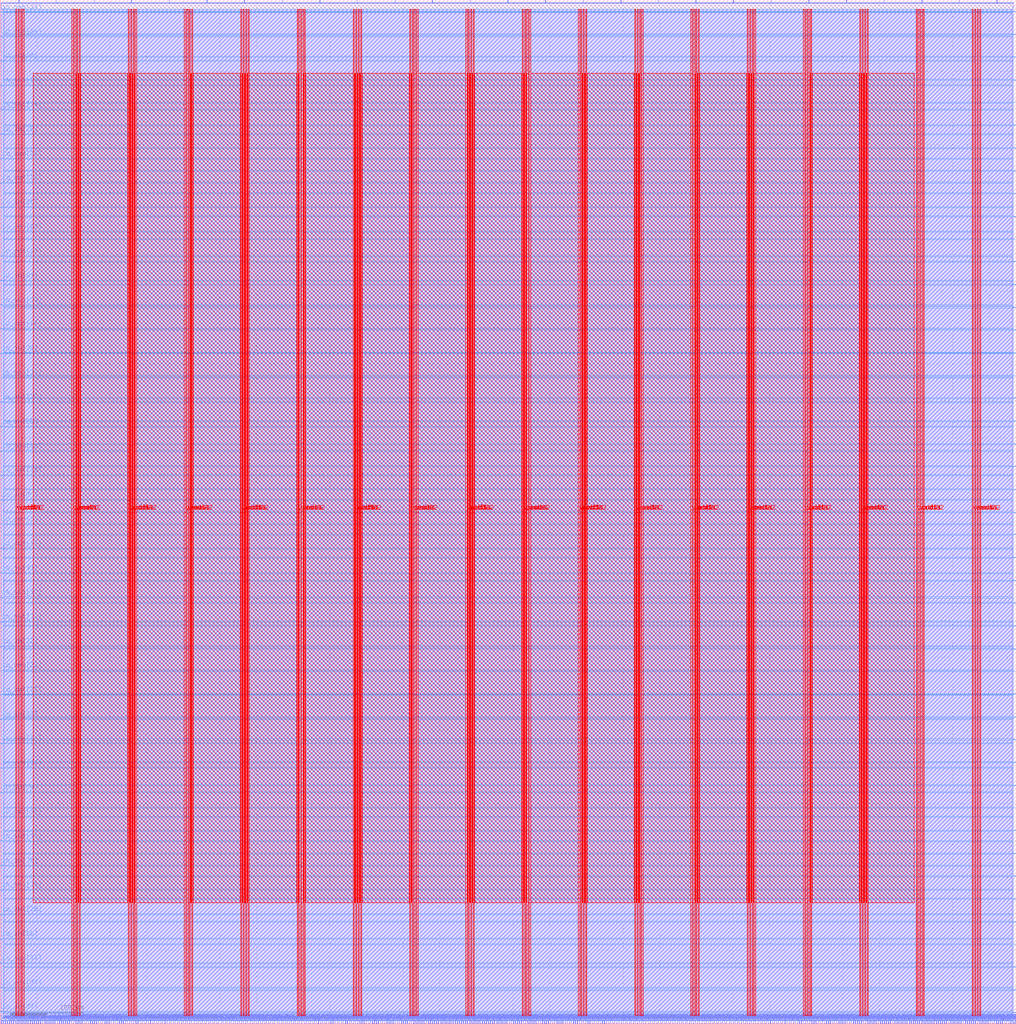
<source format=lef>
VERSION 5.7 ;
  NOWIREEXTENSIONATPIN ON ;
  DIVIDERCHAR "/" ;
  BUSBITCHARS "[]" ;
MACRO accelerator_top
  CLASS BLOCK ;
  FOREIGN accelerator_top ;
  ORIGIN 0.000 0.000 ;
  SIZE 1386.595 BY 1397.315 ;
  PIN io_in[0]
    DIRECTION INPUT ;
    USE SIGNAL ;
    PORT
      LAYER met3 ;
        RECT 1382.595 15.000 1386.595 15.600 ;
    END
  END io_in[0]
  PIN io_in[10]
    DIRECTION INPUT ;
    USE SIGNAL ;
    PORT
      LAYER met3 ;
        RECT 1382.595 946.600 1386.595 947.200 ;
    END
  END io_in[10]
  PIN io_in[11]
    DIRECTION INPUT ;
    USE SIGNAL ;
    PORT
      LAYER met3 ;
        RECT 1382.595 1039.760 1386.595 1040.360 ;
    END
  END io_in[11]
  PIN io_in[12]
    DIRECTION INPUT ;
    USE SIGNAL ;
    PORT
      LAYER met3 ;
        RECT 1382.595 1132.920 1386.595 1133.520 ;
    END
  END io_in[12]
  PIN io_in[13]
    DIRECTION INPUT ;
    USE SIGNAL ;
    PORT
      LAYER met3 ;
        RECT 1382.595 1226.080 1386.595 1226.680 ;
    END
  END io_in[13]
  PIN io_in[14]
    DIRECTION INPUT ;
    USE SIGNAL ;
    PORT
      LAYER met3 ;
        RECT 1382.595 1319.240 1386.595 1319.840 ;
    END
  END io_in[14]
  PIN io_in[15]
    DIRECTION INPUT ;
    USE SIGNAL ;
    PORT
      LAYER met2 ;
        RECT 1360.310 1393.315 1360.590 1397.315 ;
    END
  END io_in[15]
  PIN io_in[16]
    DIRECTION INPUT ;
    USE SIGNAL ;
    PORT
      LAYER met2 ;
        RECT 1206.210 1393.315 1206.490 1397.315 ;
    END
  END io_in[16]
  PIN io_in[17]
    DIRECTION INPUT ;
    USE SIGNAL ;
    PORT
      LAYER met2 ;
        RECT 1052.110 1393.315 1052.390 1397.315 ;
    END
  END io_in[17]
  PIN io_in[18]
    DIRECTION INPUT ;
    USE SIGNAL ;
    PORT
      LAYER met2 ;
        RECT 898.010 1393.315 898.290 1397.315 ;
    END
  END io_in[18]
  PIN io_in[19]
    DIRECTION INPUT ;
    USE SIGNAL ;
    PORT
      LAYER met2 ;
        RECT 743.910 1393.315 744.190 1397.315 ;
    END
  END io_in[19]
  PIN io_in[1]
    DIRECTION INPUT ;
    USE SIGNAL ;
    PORT
      LAYER met3 ;
        RECT 1382.595 108.160 1386.595 108.760 ;
    END
  END io_in[1]
  PIN io_in[20]
    DIRECTION INPUT ;
    USE SIGNAL ;
    PORT
      LAYER met2 ;
        RECT 589.810 1393.315 590.090 1397.315 ;
    END
  END io_in[20]
  PIN io_in[21]
    DIRECTION INPUT ;
    USE SIGNAL ;
    PORT
      LAYER met2 ;
        RECT 436.170 1393.315 436.450 1397.315 ;
    END
  END io_in[21]
  PIN io_in[22]
    DIRECTION INPUT ;
    USE SIGNAL ;
    PORT
      LAYER met2 ;
        RECT 282.070 1393.315 282.350 1397.315 ;
    END
  END io_in[22]
  PIN io_in[23]
    DIRECTION INPUT ;
    USE SIGNAL ;
    PORT
      LAYER met2 ;
        RECT 127.970 1393.315 128.250 1397.315 ;
    END
  END io_in[23]
  PIN io_in[24]
    DIRECTION INPUT ;
    USE SIGNAL ;
    PORT
      LAYER met3 ;
        RECT 0.000 1313.800 4.000 1314.400 ;
    END
  END io_in[24]
  PIN io_in[25]
    DIRECTION INPUT ;
    USE SIGNAL ;
    PORT
      LAYER met3 ;
        RECT 0.000 1213.840 4.000 1214.440 ;
    END
  END io_in[25]
  PIN io_in[26]
    DIRECTION INPUT ;
    USE SIGNAL ;
    PORT
      LAYER met3 ;
        RECT 0.000 1113.880 4.000 1114.480 ;
    END
  END io_in[26]
  PIN io_in[27]
    DIRECTION INPUT ;
    USE SIGNAL ;
    PORT
      LAYER met3 ;
        RECT 0.000 1013.920 4.000 1014.520 ;
    END
  END io_in[27]
  PIN io_in[28]
    DIRECTION INPUT ;
    USE SIGNAL ;
    PORT
      LAYER met3 ;
        RECT 0.000 914.640 4.000 915.240 ;
    END
  END io_in[28]
  PIN io_in[29]
    DIRECTION INPUT ;
    USE SIGNAL ;
    PORT
      LAYER met3 ;
        RECT 0.000 814.680 4.000 815.280 ;
    END
  END io_in[29]
  PIN io_in[2]
    DIRECTION INPUT ;
    USE SIGNAL ;
    PORT
      LAYER met3 ;
        RECT 1382.595 201.320 1386.595 201.920 ;
    END
  END io_in[2]
  PIN io_in[30]
    DIRECTION INPUT ;
    USE SIGNAL ;
    PORT
      LAYER met3 ;
        RECT 0.000 714.720 4.000 715.320 ;
    END
  END io_in[30]
  PIN io_in[31]
    DIRECTION INPUT ;
    USE SIGNAL ;
    PORT
      LAYER met3 ;
        RECT 0.000 614.760 4.000 615.360 ;
    END
  END io_in[31]
  PIN io_in[32]
    DIRECTION INPUT ;
    USE SIGNAL ;
    PORT
      LAYER met3 ;
        RECT 0.000 514.800 4.000 515.400 ;
    END
  END io_in[32]
  PIN io_in[33]
    DIRECTION INPUT ;
    USE SIGNAL ;
    PORT
      LAYER met3 ;
        RECT 0.000 415.520 4.000 416.120 ;
    END
  END io_in[33]
  PIN io_in[34]
    DIRECTION INPUT ;
    USE SIGNAL ;
    PORT
      LAYER met3 ;
        RECT 0.000 315.560 4.000 316.160 ;
    END
  END io_in[34]
  PIN io_in[35]
    DIRECTION INPUT ;
    USE SIGNAL ;
    PORT
      LAYER met3 ;
        RECT 0.000 215.600 4.000 216.200 ;
    END
  END io_in[35]
  PIN io_in[36]
    DIRECTION INPUT ;
    USE SIGNAL ;
    PORT
      LAYER met3 ;
        RECT 0.000 115.640 4.000 116.240 ;
    END
  END io_in[36]
  PIN io_in[37]
    DIRECTION INPUT ;
    USE SIGNAL ;
    PORT
      LAYER met3 ;
        RECT 0.000 16.360 4.000 16.960 ;
    END
  END io_in[37]
  PIN io_in[3]
    DIRECTION INPUT ;
    USE SIGNAL ;
    PORT
      LAYER met3 ;
        RECT 1382.595 294.480 1386.595 295.080 ;
    END
  END io_in[3]
  PIN io_in[4]
    DIRECTION INPUT ;
    USE SIGNAL ;
    PORT
      LAYER met3 ;
        RECT 1382.595 387.640 1386.595 388.240 ;
    END
  END io_in[4]
  PIN io_in[5]
    DIRECTION INPUT ;
    USE SIGNAL ;
    PORT
      LAYER met3 ;
        RECT 1382.595 480.800 1386.595 481.400 ;
    END
  END io_in[5]
  PIN io_in[6]
    DIRECTION INPUT ;
    USE SIGNAL ;
    PORT
      LAYER met3 ;
        RECT 1382.595 573.960 1386.595 574.560 ;
    END
  END io_in[6]
  PIN io_in[7]
    DIRECTION INPUT ;
    USE SIGNAL ;
    PORT
      LAYER met3 ;
        RECT 1382.595 667.120 1386.595 667.720 ;
    END
  END io_in[7]
  PIN io_in[8]
    DIRECTION INPUT ;
    USE SIGNAL ;
    PORT
      LAYER met3 ;
        RECT 1382.595 760.280 1386.595 760.880 ;
    END
  END io_in[8]
  PIN io_in[9]
    DIRECTION INPUT ;
    USE SIGNAL ;
    PORT
      LAYER met3 ;
        RECT 1382.595 853.440 1386.595 854.040 ;
    END
  END io_in[9]
  PIN io_oeb[0]
    DIRECTION OUTPUT TRISTATE ;
    USE SIGNAL ;
    PORT
      LAYER met3 ;
        RECT 1382.595 76.880 1386.595 77.480 ;
    END
  END io_oeb[0]
  PIN io_oeb[10]
    DIRECTION OUTPUT TRISTATE ;
    USE SIGNAL ;
    PORT
      LAYER met3 ;
        RECT 1382.595 1008.480 1386.595 1009.080 ;
    END
  END io_oeb[10]
  PIN io_oeb[11]
    DIRECTION OUTPUT TRISTATE ;
    USE SIGNAL ;
    PORT
      LAYER met3 ;
        RECT 1382.595 1101.640 1386.595 1102.240 ;
    END
  END io_oeb[11]
  PIN io_oeb[12]
    DIRECTION OUTPUT TRISTATE ;
    USE SIGNAL ;
    PORT
      LAYER met3 ;
        RECT 1382.595 1194.800 1386.595 1195.400 ;
    END
  END io_oeb[12]
  PIN io_oeb[13]
    DIRECTION OUTPUT TRISTATE ;
    USE SIGNAL ;
    PORT
      LAYER met3 ;
        RECT 1382.595 1287.960 1386.595 1288.560 ;
    END
  END io_oeb[13]
  PIN io_oeb[14]
    DIRECTION OUTPUT TRISTATE ;
    USE SIGNAL ;
    PORT
      LAYER met3 ;
        RECT 1382.595 1381.120 1386.595 1381.720 ;
    END
  END io_oeb[14]
  PIN io_oeb[15]
    DIRECTION OUTPUT TRISTATE ;
    USE SIGNAL ;
    PORT
      LAYER met2 ;
        RECT 1257.730 1393.315 1258.010 1397.315 ;
    END
  END io_oeb[15]
  PIN io_oeb[16]
    DIRECTION OUTPUT TRISTATE ;
    USE SIGNAL ;
    PORT
      LAYER met2 ;
        RECT 1103.630 1393.315 1103.910 1397.315 ;
    END
  END io_oeb[16]
  PIN io_oeb[17]
    DIRECTION OUTPUT TRISTATE ;
    USE SIGNAL ;
    PORT
      LAYER met2 ;
        RECT 949.530 1393.315 949.810 1397.315 ;
    END
  END io_oeb[17]
  PIN io_oeb[18]
    DIRECTION OUTPUT TRISTATE ;
    USE SIGNAL ;
    PORT
      LAYER met2 ;
        RECT 795.430 1393.315 795.710 1397.315 ;
    END
  END io_oeb[18]
  PIN io_oeb[19]
    DIRECTION OUTPUT TRISTATE ;
    USE SIGNAL ;
    PORT
      LAYER met2 ;
        RECT 641.330 1393.315 641.610 1397.315 ;
    END
  END io_oeb[19]
  PIN io_oeb[1]
    DIRECTION OUTPUT TRISTATE ;
    USE SIGNAL ;
    PORT
      LAYER met3 ;
        RECT 1382.595 170.040 1386.595 170.640 ;
    END
  END io_oeb[1]
  PIN io_oeb[20]
    DIRECTION OUTPUT TRISTATE ;
    USE SIGNAL ;
    PORT
      LAYER met2 ;
        RECT 487.230 1393.315 487.510 1397.315 ;
    END
  END io_oeb[20]
  PIN io_oeb[21]
    DIRECTION OUTPUT TRISTATE ;
    USE SIGNAL ;
    PORT
      LAYER met2 ;
        RECT 333.130 1393.315 333.410 1397.315 ;
    END
  END io_oeb[21]
  PIN io_oeb[22]
    DIRECTION OUTPUT TRISTATE ;
    USE SIGNAL ;
    PORT
      LAYER met2 ;
        RECT 179.030 1393.315 179.310 1397.315 ;
    END
  END io_oeb[22]
  PIN io_oeb[23]
    DIRECTION OUTPUT TRISTATE ;
    USE SIGNAL ;
    PORT
      LAYER met2 ;
        RECT 25.390 1393.315 25.670 1397.315 ;
    END
  END io_oeb[23]
  PIN io_oeb[24]
    DIRECTION OUTPUT TRISTATE ;
    USE SIGNAL ;
    PORT
      LAYER met3 ;
        RECT 0.000 1380.440 4.000 1381.040 ;
    END
  END io_oeb[24]
  PIN io_oeb[25]
    DIRECTION OUTPUT TRISTATE ;
    USE SIGNAL ;
    PORT
      LAYER met3 ;
        RECT 0.000 1280.480 4.000 1281.080 ;
    END
  END io_oeb[25]
  PIN io_oeb[26]
    DIRECTION OUTPUT TRISTATE ;
    USE SIGNAL ;
    PORT
      LAYER met3 ;
        RECT 0.000 1180.520 4.000 1181.120 ;
    END
  END io_oeb[26]
  PIN io_oeb[27]
    DIRECTION OUTPUT TRISTATE ;
    USE SIGNAL ;
    PORT
      LAYER met3 ;
        RECT 0.000 1080.560 4.000 1081.160 ;
    END
  END io_oeb[27]
  PIN io_oeb[28]
    DIRECTION OUTPUT TRISTATE ;
    USE SIGNAL ;
    PORT
      LAYER met3 ;
        RECT 0.000 980.600 4.000 981.200 ;
    END
  END io_oeb[28]
  PIN io_oeb[29]
    DIRECTION OUTPUT TRISTATE ;
    USE SIGNAL ;
    PORT
      LAYER met3 ;
        RECT 0.000 881.320 4.000 881.920 ;
    END
  END io_oeb[29]
  PIN io_oeb[2]
    DIRECTION OUTPUT TRISTATE ;
    USE SIGNAL ;
    PORT
      LAYER met3 ;
        RECT 1382.595 263.200 1386.595 263.800 ;
    END
  END io_oeb[2]
  PIN io_oeb[30]
    DIRECTION OUTPUT TRISTATE ;
    USE SIGNAL ;
    PORT
      LAYER met3 ;
        RECT 0.000 781.360 4.000 781.960 ;
    END
  END io_oeb[30]
  PIN io_oeb[31]
    DIRECTION OUTPUT TRISTATE ;
    USE SIGNAL ;
    PORT
      LAYER met3 ;
        RECT 0.000 681.400 4.000 682.000 ;
    END
  END io_oeb[31]
  PIN io_oeb[32]
    DIRECTION OUTPUT TRISTATE ;
    USE SIGNAL ;
    PORT
      LAYER met3 ;
        RECT 0.000 581.440 4.000 582.040 ;
    END
  END io_oeb[32]
  PIN io_oeb[33]
    DIRECTION OUTPUT TRISTATE ;
    USE SIGNAL ;
    PORT
      LAYER met3 ;
        RECT 0.000 482.160 4.000 482.760 ;
    END
  END io_oeb[33]
  PIN io_oeb[34]
    DIRECTION OUTPUT TRISTATE ;
    USE SIGNAL ;
    PORT
      LAYER met3 ;
        RECT 0.000 382.200 4.000 382.800 ;
    END
  END io_oeb[34]
  PIN io_oeb[35]
    DIRECTION OUTPUT TRISTATE ;
    USE SIGNAL ;
    PORT
      LAYER met3 ;
        RECT 0.000 282.240 4.000 282.840 ;
    END
  END io_oeb[35]
  PIN io_oeb[36]
    DIRECTION OUTPUT TRISTATE ;
    USE SIGNAL ;
    PORT
      LAYER met3 ;
        RECT 0.000 182.280 4.000 182.880 ;
    END
  END io_oeb[36]
  PIN io_oeb[37]
    DIRECTION OUTPUT TRISTATE ;
    USE SIGNAL ;
    PORT
      LAYER met3 ;
        RECT 0.000 82.320 4.000 82.920 ;
    END
  END io_oeb[37]
  PIN io_oeb[3]
    DIRECTION OUTPUT TRISTATE ;
    USE SIGNAL ;
    PORT
      LAYER met3 ;
        RECT 1382.595 356.360 1386.595 356.960 ;
    END
  END io_oeb[3]
  PIN io_oeb[4]
    DIRECTION OUTPUT TRISTATE ;
    USE SIGNAL ;
    PORT
      LAYER met3 ;
        RECT 1382.595 449.520 1386.595 450.120 ;
    END
  END io_oeb[4]
  PIN io_oeb[5]
    DIRECTION OUTPUT TRISTATE ;
    USE SIGNAL ;
    PORT
      LAYER met3 ;
        RECT 1382.595 542.680 1386.595 543.280 ;
    END
  END io_oeb[5]
  PIN io_oeb[6]
    DIRECTION OUTPUT TRISTATE ;
    USE SIGNAL ;
    PORT
      LAYER met3 ;
        RECT 1382.595 635.840 1386.595 636.440 ;
    END
  END io_oeb[6]
  PIN io_oeb[7]
    DIRECTION OUTPUT TRISTATE ;
    USE SIGNAL ;
    PORT
      LAYER met3 ;
        RECT 1382.595 729.000 1386.595 729.600 ;
    END
  END io_oeb[7]
  PIN io_oeb[8]
    DIRECTION OUTPUT TRISTATE ;
    USE SIGNAL ;
    PORT
      LAYER met3 ;
        RECT 1382.595 822.160 1386.595 822.760 ;
    END
  END io_oeb[8]
  PIN io_oeb[9]
    DIRECTION OUTPUT TRISTATE ;
    USE SIGNAL ;
    PORT
      LAYER met3 ;
        RECT 1382.595 915.320 1386.595 915.920 ;
    END
  END io_oeb[9]
  PIN io_out[0]
    DIRECTION OUTPUT TRISTATE ;
    USE SIGNAL ;
    PORT
      LAYER met3 ;
        RECT 1382.595 45.600 1386.595 46.200 ;
    END
  END io_out[0]
  PIN io_out[10]
    DIRECTION OUTPUT TRISTATE ;
    USE SIGNAL ;
    PORT
      LAYER met3 ;
        RECT 1382.595 977.200 1386.595 977.800 ;
    END
  END io_out[10]
  PIN io_out[11]
    DIRECTION OUTPUT TRISTATE ;
    USE SIGNAL ;
    PORT
      LAYER met3 ;
        RECT 1382.595 1070.360 1386.595 1070.960 ;
    END
  END io_out[11]
  PIN io_out[12]
    DIRECTION OUTPUT TRISTATE ;
    USE SIGNAL ;
    PORT
      LAYER met3 ;
        RECT 1382.595 1163.520 1386.595 1164.120 ;
    END
  END io_out[12]
  PIN io_out[13]
    DIRECTION OUTPUT TRISTATE ;
    USE SIGNAL ;
    PORT
      LAYER met3 ;
        RECT 1382.595 1256.680 1386.595 1257.280 ;
    END
  END io_out[13]
  PIN io_out[14]
    DIRECTION OUTPUT TRISTATE ;
    USE SIGNAL ;
    PORT
      LAYER met3 ;
        RECT 1382.595 1349.840 1386.595 1350.440 ;
    END
  END io_out[14]
  PIN io_out[15]
    DIRECTION OUTPUT TRISTATE ;
    USE SIGNAL ;
    PORT
      LAYER met2 ;
        RECT 1308.790 1393.315 1309.070 1397.315 ;
    END
  END io_out[15]
  PIN io_out[16]
    DIRECTION OUTPUT TRISTATE ;
    USE SIGNAL ;
    PORT
      LAYER met2 ;
        RECT 1154.690 1393.315 1154.970 1397.315 ;
    END
  END io_out[16]
  PIN io_out[17]
    DIRECTION OUTPUT TRISTATE ;
    USE SIGNAL ;
    PORT
      LAYER met2 ;
        RECT 1000.590 1393.315 1000.870 1397.315 ;
    END
  END io_out[17]
  PIN io_out[18]
    DIRECTION OUTPUT TRISTATE ;
    USE SIGNAL ;
    PORT
      LAYER met2 ;
        RECT 846.950 1393.315 847.230 1397.315 ;
    END
  END io_out[18]
  PIN io_out[19]
    DIRECTION OUTPUT TRISTATE ;
    USE SIGNAL ;
    PORT
      LAYER met2 ;
        RECT 692.850 1393.315 693.130 1397.315 ;
    END
  END io_out[19]
  PIN io_out[1]
    DIRECTION OUTPUT TRISTATE ;
    USE SIGNAL ;
    PORT
      LAYER met3 ;
        RECT 1382.595 138.760 1386.595 139.360 ;
    END
  END io_out[1]
  PIN io_out[20]
    DIRECTION OUTPUT TRISTATE ;
    USE SIGNAL ;
    PORT
      LAYER met2 ;
        RECT 538.750 1393.315 539.030 1397.315 ;
    END
  END io_out[20]
  PIN io_out[21]
    DIRECTION OUTPUT TRISTATE ;
    USE SIGNAL ;
    PORT
      LAYER met2 ;
        RECT 384.650 1393.315 384.930 1397.315 ;
    END
  END io_out[21]
  PIN io_out[22]
    DIRECTION OUTPUT TRISTATE ;
    USE SIGNAL ;
    PORT
      LAYER met2 ;
        RECT 230.550 1393.315 230.830 1397.315 ;
    END
  END io_out[22]
  PIN io_out[23]
    DIRECTION OUTPUT TRISTATE ;
    USE SIGNAL ;
    PORT
      LAYER met2 ;
        RECT 76.450 1393.315 76.730 1397.315 ;
    END
  END io_out[23]
  PIN io_out[24]
    DIRECTION OUTPUT TRISTATE ;
    USE SIGNAL ;
    PORT
      LAYER met3 ;
        RECT 0.000 1347.120 4.000 1347.720 ;
    END
  END io_out[24]
  PIN io_out[25]
    DIRECTION OUTPUT TRISTATE ;
    USE SIGNAL ;
    PORT
      LAYER met3 ;
        RECT 0.000 1247.160 4.000 1247.760 ;
    END
  END io_out[25]
  PIN io_out[26]
    DIRECTION OUTPUT TRISTATE ;
    USE SIGNAL ;
    PORT
      LAYER met3 ;
        RECT 0.000 1147.200 4.000 1147.800 ;
    END
  END io_out[26]
  PIN io_out[27]
    DIRECTION OUTPUT TRISTATE ;
    USE SIGNAL ;
    PORT
      LAYER met3 ;
        RECT 0.000 1047.240 4.000 1047.840 ;
    END
  END io_out[27]
  PIN io_out[28]
    DIRECTION OUTPUT TRISTATE ;
    USE SIGNAL ;
    PORT
      LAYER met3 ;
        RECT 0.000 947.960 4.000 948.560 ;
    END
  END io_out[28]
  PIN io_out[29]
    DIRECTION OUTPUT TRISTATE ;
    USE SIGNAL ;
    PORT
      LAYER met3 ;
        RECT 0.000 848.000 4.000 848.600 ;
    END
  END io_out[29]
  PIN io_out[2]
    DIRECTION OUTPUT TRISTATE ;
    USE SIGNAL ;
    PORT
      LAYER met3 ;
        RECT 1382.595 231.920 1386.595 232.520 ;
    END
  END io_out[2]
  PIN io_out[30]
    DIRECTION OUTPUT TRISTATE ;
    USE SIGNAL ;
    PORT
      LAYER met3 ;
        RECT 0.000 748.040 4.000 748.640 ;
    END
  END io_out[30]
  PIN io_out[31]
    DIRECTION OUTPUT TRISTATE ;
    USE SIGNAL ;
    PORT
      LAYER met3 ;
        RECT 0.000 648.080 4.000 648.680 ;
    END
  END io_out[31]
  PIN io_out[32]
    DIRECTION OUTPUT TRISTATE ;
    USE SIGNAL ;
    PORT
      LAYER met3 ;
        RECT 0.000 548.120 4.000 548.720 ;
    END
  END io_out[32]
  PIN io_out[33]
    DIRECTION OUTPUT TRISTATE ;
    USE SIGNAL ;
    PORT
      LAYER met3 ;
        RECT 0.000 448.840 4.000 449.440 ;
    END
  END io_out[33]
  PIN io_out[34]
    DIRECTION OUTPUT TRISTATE ;
    USE SIGNAL ;
    PORT
      LAYER met3 ;
        RECT 0.000 348.880 4.000 349.480 ;
    END
  END io_out[34]
  PIN io_out[35]
    DIRECTION OUTPUT TRISTATE ;
    USE SIGNAL ;
    PORT
      LAYER met3 ;
        RECT 0.000 248.920 4.000 249.520 ;
    END
  END io_out[35]
  PIN io_out[36]
    DIRECTION OUTPUT TRISTATE ;
    USE SIGNAL ;
    PORT
      LAYER met3 ;
        RECT 0.000 148.960 4.000 149.560 ;
    END
  END io_out[36]
  PIN io_out[37]
    DIRECTION OUTPUT TRISTATE ;
    USE SIGNAL ;
    PORT
      LAYER met3 ;
        RECT 0.000 49.000 4.000 49.600 ;
    END
  END io_out[37]
  PIN io_out[3]
    DIRECTION OUTPUT TRISTATE ;
    USE SIGNAL ;
    PORT
      LAYER met3 ;
        RECT 1382.595 325.080 1386.595 325.680 ;
    END
  END io_out[3]
  PIN io_out[4]
    DIRECTION OUTPUT TRISTATE ;
    USE SIGNAL ;
    PORT
      LAYER met3 ;
        RECT 1382.595 418.240 1386.595 418.840 ;
    END
  END io_out[4]
  PIN io_out[5]
    DIRECTION OUTPUT TRISTATE ;
    USE SIGNAL ;
    PORT
      LAYER met3 ;
        RECT 1382.595 511.400 1386.595 512.000 ;
    END
  END io_out[5]
  PIN io_out[6]
    DIRECTION OUTPUT TRISTATE ;
    USE SIGNAL ;
    PORT
      LAYER met3 ;
        RECT 1382.595 604.560 1386.595 605.160 ;
    END
  END io_out[6]
  PIN io_out[7]
    DIRECTION OUTPUT TRISTATE ;
    USE SIGNAL ;
    PORT
      LAYER met3 ;
        RECT 1382.595 697.720 1386.595 698.320 ;
    END
  END io_out[7]
  PIN io_out[8]
    DIRECTION OUTPUT TRISTATE ;
    USE SIGNAL ;
    PORT
      LAYER met3 ;
        RECT 1382.595 790.880 1386.595 791.480 ;
    END
  END io_out[8]
  PIN io_out[9]
    DIRECTION OUTPUT TRISTATE ;
    USE SIGNAL ;
    PORT
      LAYER met3 ;
        RECT 1382.595 884.040 1386.595 884.640 ;
    END
  END io_out[9]
  PIN la_data_in[0]
    DIRECTION INPUT ;
    USE SIGNAL ;
    PORT
      LAYER met2 ;
        RECT 301.390 0.000 301.670 4.000 ;
    END
  END la_data_in[0]
  PIN la_data_in[100]
    DIRECTION INPUT ;
    USE SIGNAL ;
    PORT
      LAYER met2 ;
        RECT 1150.090 0.000 1150.370 4.000 ;
    END
  END la_data_in[100]
  PIN la_data_in[101]
    DIRECTION INPUT ;
    USE SIGNAL ;
    PORT
      LAYER met2 ;
        RECT 1158.370 0.000 1158.650 4.000 ;
    END
  END la_data_in[101]
  PIN la_data_in[102]
    DIRECTION INPUT ;
    USE SIGNAL ;
    PORT
      LAYER met2 ;
        RECT 1167.110 0.000 1167.390 4.000 ;
    END
  END la_data_in[102]
  PIN la_data_in[103]
    DIRECTION INPUT ;
    USE SIGNAL ;
    PORT
      LAYER met2 ;
        RECT 1175.390 0.000 1175.670 4.000 ;
    END
  END la_data_in[103]
  PIN la_data_in[104]
    DIRECTION INPUT ;
    USE SIGNAL ;
    PORT
      LAYER met2 ;
        RECT 1184.130 0.000 1184.410 4.000 ;
    END
  END la_data_in[104]
  PIN la_data_in[105]
    DIRECTION INPUT ;
    USE SIGNAL ;
    PORT
      LAYER met2 ;
        RECT 1192.410 0.000 1192.690 4.000 ;
    END
  END la_data_in[105]
  PIN la_data_in[106]
    DIRECTION INPUT ;
    USE SIGNAL ;
    PORT
      LAYER met2 ;
        RECT 1201.150 0.000 1201.430 4.000 ;
    END
  END la_data_in[106]
  PIN la_data_in[107]
    DIRECTION INPUT ;
    USE SIGNAL ;
    PORT
      LAYER met2 ;
        RECT 1209.430 0.000 1209.710 4.000 ;
    END
  END la_data_in[107]
  PIN la_data_in[108]
    DIRECTION INPUT ;
    USE SIGNAL ;
    PORT
      LAYER met2 ;
        RECT 1217.710 0.000 1217.990 4.000 ;
    END
  END la_data_in[108]
  PIN la_data_in[109]
    DIRECTION INPUT ;
    USE SIGNAL ;
    PORT
      LAYER met2 ;
        RECT 1226.450 0.000 1226.730 4.000 ;
    END
  END la_data_in[109]
  PIN la_data_in[10]
    DIRECTION INPUT ;
    USE SIGNAL ;
    PORT
      LAYER met2 ;
        RECT 386.030 0.000 386.310 4.000 ;
    END
  END la_data_in[10]
  PIN la_data_in[110]
    DIRECTION INPUT ;
    USE SIGNAL ;
    PORT
      LAYER met2 ;
        RECT 1234.730 0.000 1235.010 4.000 ;
    END
  END la_data_in[110]
  PIN la_data_in[111]
    DIRECTION INPUT ;
    USE SIGNAL ;
    PORT
      LAYER met2 ;
        RECT 1243.470 0.000 1243.750 4.000 ;
    END
  END la_data_in[111]
  PIN la_data_in[112]
    DIRECTION INPUT ;
    USE SIGNAL ;
    PORT
      LAYER met2 ;
        RECT 1251.750 0.000 1252.030 4.000 ;
    END
  END la_data_in[112]
  PIN la_data_in[113]
    DIRECTION INPUT ;
    USE SIGNAL ;
    PORT
      LAYER met2 ;
        RECT 1260.490 0.000 1260.770 4.000 ;
    END
  END la_data_in[113]
  PIN la_data_in[114]
    DIRECTION INPUT ;
    USE SIGNAL ;
    PORT
      LAYER met2 ;
        RECT 1268.770 0.000 1269.050 4.000 ;
    END
  END la_data_in[114]
  PIN la_data_in[115]
    DIRECTION INPUT ;
    USE SIGNAL ;
    PORT
      LAYER met2 ;
        RECT 1277.510 0.000 1277.790 4.000 ;
    END
  END la_data_in[115]
  PIN la_data_in[116]
    DIRECTION INPUT ;
    USE SIGNAL ;
    PORT
      LAYER met2 ;
        RECT 1285.790 0.000 1286.070 4.000 ;
    END
  END la_data_in[116]
  PIN la_data_in[117]
    DIRECTION INPUT ;
    USE SIGNAL ;
    PORT
      LAYER met2 ;
        RECT 1294.530 0.000 1294.810 4.000 ;
    END
  END la_data_in[117]
  PIN la_data_in[118]
    DIRECTION INPUT ;
    USE SIGNAL ;
    PORT
      LAYER met2 ;
        RECT 1302.810 0.000 1303.090 4.000 ;
    END
  END la_data_in[118]
  PIN la_data_in[119]
    DIRECTION INPUT ;
    USE SIGNAL ;
    PORT
      LAYER met2 ;
        RECT 1311.090 0.000 1311.370 4.000 ;
    END
  END la_data_in[119]
  PIN la_data_in[11]
    DIRECTION INPUT ;
    USE SIGNAL ;
    PORT
      LAYER met2 ;
        RECT 394.310 0.000 394.590 4.000 ;
    END
  END la_data_in[11]
  PIN la_data_in[120]
    DIRECTION INPUT ;
    USE SIGNAL ;
    PORT
      LAYER met2 ;
        RECT 1319.830 0.000 1320.110 4.000 ;
    END
  END la_data_in[120]
  PIN la_data_in[121]
    DIRECTION INPUT ;
    USE SIGNAL ;
    PORT
      LAYER met2 ;
        RECT 1328.110 0.000 1328.390 4.000 ;
    END
  END la_data_in[121]
  PIN la_data_in[122]
    DIRECTION INPUT ;
    USE SIGNAL ;
    PORT
      LAYER met2 ;
        RECT 1336.850 0.000 1337.130 4.000 ;
    END
  END la_data_in[122]
  PIN la_data_in[123]
    DIRECTION INPUT ;
    USE SIGNAL ;
    PORT
      LAYER met2 ;
        RECT 1345.130 0.000 1345.410 4.000 ;
    END
  END la_data_in[123]
  PIN la_data_in[124]
    DIRECTION INPUT ;
    USE SIGNAL ;
    PORT
      LAYER met2 ;
        RECT 1353.870 0.000 1354.150 4.000 ;
    END
  END la_data_in[124]
  PIN la_data_in[125]
    DIRECTION INPUT ;
    USE SIGNAL ;
    PORT
      LAYER met2 ;
        RECT 1362.150 0.000 1362.430 4.000 ;
    END
  END la_data_in[125]
  PIN la_data_in[126]
    DIRECTION INPUT ;
    USE SIGNAL ;
    PORT
      LAYER met2 ;
        RECT 1370.890 0.000 1371.170 4.000 ;
    END
  END la_data_in[126]
  PIN la_data_in[127]
    DIRECTION INPUT ;
    USE SIGNAL ;
    PORT
      LAYER met2 ;
        RECT 1379.170 0.000 1379.450 4.000 ;
    END
  END la_data_in[127]
  PIN la_data_in[12]
    DIRECTION INPUT ;
    USE SIGNAL ;
    PORT
      LAYER met2 ;
        RECT 403.050 0.000 403.330 4.000 ;
    END
  END la_data_in[12]
  PIN la_data_in[13]
    DIRECTION INPUT ;
    USE SIGNAL ;
    PORT
      LAYER met2 ;
        RECT 411.330 0.000 411.610 4.000 ;
    END
  END la_data_in[13]
  PIN la_data_in[14]
    DIRECTION INPUT ;
    USE SIGNAL ;
    PORT
      LAYER met2 ;
        RECT 420.070 0.000 420.350 4.000 ;
    END
  END la_data_in[14]
  PIN la_data_in[15]
    DIRECTION INPUT ;
    USE SIGNAL ;
    PORT
      LAYER met2 ;
        RECT 428.350 0.000 428.630 4.000 ;
    END
  END la_data_in[15]
  PIN la_data_in[16]
    DIRECTION INPUT ;
    USE SIGNAL ;
    PORT
      LAYER met2 ;
        RECT 437.090 0.000 437.370 4.000 ;
    END
  END la_data_in[16]
  PIN la_data_in[17]
    DIRECTION INPUT ;
    USE SIGNAL ;
    PORT
      LAYER met2 ;
        RECT 445.370 0.000 445.650 4.000 ;
    END
  END la_data_in[17]
  PIN la_data_in[18]
    DIRECTION INPUT ;
    USE SIGNAL ;
    PORT
      LAYER met2 ;
        RECT 454.110 0.000 454.390 4.000 ;
    END
  END la_data_in[18]
  PIN la_data_in[19]
    DIRECTION INPUT ;
    USE SIGNAL ;
    PORT
      LAYER met2 ;
        RECT 462.390 0.000 462.670 4.000 ;
    END
  END la_data_in[19]
  PIN la_data_in[1]
    DIRECTION INPUT ;
    USE SIGNAL ;
    PORT
      LAYER met2 ;
        RECT 309.670 0.000 309.950 4.000 ;
    END
  END la_data_in[1]
  PIN la_data_in[20]
    DIRECTION INPUT ;
    USE SIGNAL ;
    PORT
      LAYER met2 ;
        RECT 471.130 0.000 471.410 4.000 ;
    END
  END la_data_in[20]
  PIN la_data_in[21]
    DIRECTION INPUT ;
    USE SIGNAL ;
    PORT
      LAYER met2 ;
        RECT 479.410 0.000 479.690 4.000 ;
    END
  END la_data_in[21]
  PIN la_data_in[22]
    DIRECTION INPUT ;
    USE SIGNAL ;
    PORT
      LAYER met2 ;
        RECT 487.690 0.000 487.970 4.000 ;
    END
  END la_data_in[22]
  PIN la_data_in[23]
    DIRECTION INPUT ;
    USE SIGNAL ;
    PORT
      LAYER met2 ;
        RECT 496.430 0.000 496.710 4.000 ;
    END
  END la_data_in[23]
  PIN la_data_in[24]
    DIRECTION INPUT ;
    USE SIGNAL ;
    PORT
      LAYER met2 ;
        RECT 504.710 0.000 504.990 4.000 ;
    END
  END la_data_in[24]
  PIN la_data_in[25]
    DIRECTION INPUT ;
    USE SIGNAL ;
    PORT
      LAYER met2 ;
        RECT 513.450 0.000 513.730 4.000 ;
    END
  END la_data_in[25]
  PIN la_data_in[26]
    DIRECTION INPUT ;
    USE SIGNAL ;
    PORT
      LAYER met2 ;
        RECT 521.730 0.000 522.010 4.000 ;
    END
  END la_data_in[26]
  PIN la_data_in[27]
    DIRECTION INPUT ;
    USE SIGNAL ;
    PORT
      LAYER met2 ;
        RECT 530.470 0.000 530.750 4.000 ;
    END
  END la_data_in[27]
  PIN la_data_in[28]
    DIRECTION INPUT ;
    USE SIGNAL ;
    PORT
      LAYER met2 ;
        RECT 538.750 0.000 539.030 4.000 ;
    END
  END la_data_in[28]
  PIN la_data_in[29]
    DIRECTION INPUT ;
    USE SIGNAL ;
    PORT
      LAYER met2 ;
        RECT 547.490 0.000 547.770 4.000 ;
    END
  END la_data_in[29]
  PIN la_data_in[2]
    DIRECTION INPUT ;
    USE SIGNAL ;
    PORT
      LAYER met2 ;
        RECT 317.950 0.000 318.230 4.000 ;
    END
  END la_data_in[2]
  PIN la_data_in[30]
    DIRECTION INPUT ;
    USE SIGNAL ;
    PORT
      LAYER met2 ;
        RECT 555.770 0.000 556.050 4.000 ;
    END
  END la_data_in[30]
  PIN la_data_in[31]
    DIRECTION INPUT ;
    USE SIGNAL ;
    PORT
      LAYER met2 ;
        RECT 564.510 0.000 564.790 4.000 ;
    END
  END la_data_in[31]
  PIN la_data_in[32]
    DIRECTION INPUT ;
    USE SIGNAL ;
    PORT
      LAYER met2 ;
        RECT 572.790 0.000 573.070 4.000 ;
    END
  END la_data_in[32]
  PIN la_data_in[33]
    DIRECTION INPUT ;
    USE SIGNAL ;
    PORT
      LAYER met2 ;
        RECT 581.070 0.000 581.350 4.000 ;
    END
  END la_data_in[33]
  PIN la_data_in[34]
    DIRECTION INPUT ;
    USE SIGNAL ;
    PORT
      LAYER met2 ;
        RECT 589.810 0.000 590.090 4.000 ;
    END
  END la_data_in[34]
  PIN la_data_in[35]
    DIRECTION INPUT ;
    USE SIGNAL ;
    PORT
      LAYER met2 ;
        RECT 598.090 0.000 598.370 4.000 ;
    END
  END la_data_in[35]
  PIN la_data_in[36]
    DIRECTION INPUT ;
    USE SIGNAL ;
    PORT
      LAYER met2 ;
        RECT 606.830 0.000 607.110 4.000 ;
    END
  END la_data_in[36]
  PIN la_data_in[37]
    DIRECTION INPUT ;
    USE SIGNAL ;
    PORT
      LAYER met2 ;
        RECT 615.110 0.000 615.390 4.000 ;
    END
  END la_data_in[37]
  PIN la_data_in[38]
    DIRECTION INPUT ;
    USE SIGNAL ;
    PORT
      LAYER met2 ;
        RECT 623.850 0.000 624.130 4.000 ;
    END
  END la_data_in[38]
  PIN la_data_in[39]
    DIRECTION INPUT ;
    USE SIGNAL ;
    PORT
      LAYER met2 ;
        RECT 632.130 0.000 632.410 4.000 ;
    END
  END la_data_in[39]
  PIN la_data_in[3]
    DIRECTION INPUT ;
    USE SIGNAL ;
    PORT
      LAYER met2 ;
        RECT 326.690 0.000 326.970 4.000 ;
    END
  END la_data_in[3]
  PIN la_data_in[40]
    DIRECTION INPUT ;
    USE SIGNAL ;
    PORT
      LAYER met2 ;
        RECT 640.870 0.000 641.150 4.000 ;
    END
  END la_data_in[40]
  PIN la_data_in[41]
    DIRECTION INPUT ;
    USE SIGNAL ;
    PORT
      LAYER met2 ;
        RECT 649.150 0.000 649.430 4.000 ;
    END
  END la_data_in[41]
  PIN la_data_in[42]
    DIRECTION INPUT ;
    USE SIGNAL ;
    PORT
      LAYER met2 ;
        RECT 657.890 0.000 658.170 4.000 ;
    END
  END la_data_in[42]
  PIN la_data_in[43]
    DIRECTION INPUT ;
    USE SIGNAL ;
    PORT
      LAYER met2 ;
        RECT 666.170 0.000 666.450 4.000 ;
    END
  END la_data_in[43]
  PIN la_data_in[44]
    DIRECTION INPUT ;
    USE SIGNAL ;
    PORT
      LAYER met2 ;
        RECT 674.450 0.000 674.730 4.000 ;
    END
  END la_data_in[44]
  PIN la_data_in[45]
    DIRECTION INPUT ;
    USE SIGNAL ;
    PORT
      LAYER met2 ;
        RECT 683.190 0.000 683.470 4.000 ;
    END
  END la_data_in[45]
  PIN la_data_in[46]
    DIRECTION INPUT ;
    USE SIGNAL ;
    PORT
      LAYER met2 ;
        RECT 691.470 0.000 691.750 4.000 ;
    END
  END la_data_in[46]
  PIN la_data_in[47]
    DIRECTION INPUT ;
    USE SIGNAL ;
    PORT
      LAYER met2 ;
        RECT 700.210 0.000 700.490 4.000 ;
    END
  END la_data_in[47]
  PIN la_data_in[48]
    DIRECTION INPUT ;
    USE SIGNAL ;
    PORT
      LAYER met2 ;
        RECT 708.490 0.000 708.770 4.000 ;
    END
  END la_data_in[48]
  PIN la_data_in[49]
    DIRECTION INPUT ;
    USE SIGNAL ;
    PORT
      LAYER met2 ;
        RECT 717.230 0.000 717.510 4.000 ;
    END
  END la_data_in[49]
  PIN la_data_in[4]
    DIRECTION INPUT ;
    USE SIGNAL ;
    PORT
      LAYER met2 ;
        RECT 334.970 0.000 335.250 4.000 ;
    END
  END la_data_in[4]
  PIN la_data_in[50]
    DIRECTION INPUT ;
    USE SIGNAL ;
    PORT
      LAYER met2 ;
        RECT 725.510 0.000 725.790 4.000 ;
    END
  END la_data_in[50]
  PIN la_data_in[51]
    DIRECTION INPUT ;
    USE SIGNAL ;
    PORT
      LAYER met2 ;
        RECT 734.250 0.000 734.530 4.000 ;
    END
  END la_data_in[51]
  PIN la_data_in[52]
    DIRECTION INPUT ;
    USE SIGNAL ;
    PORT
      LAYER met2 ;
        RECT 742.530 0.000 742.810 4.000 ;
    END
  END la_data_in[52]
  PIN la_data_in[53]
    DIRECTION INPUT ;
    USE SIGNAL ;
    PORT
      LAYER met2 ;
        RECT 751.270 0.000 751.550 4.000 ;
    END
  END la_data_in[53]
  PIN la_data_in[54]
    DIRECTION INPUT ;
    USE SIGNAL ;
    PORT
      LAYER met2 ;
        RECT 759.550 0.000 759.830 4.000 ;
    END
  END la_data_in[54]
  PIN la_data_in[55]
    DIRECTION INPUT ;
    USE SIGNAL ;
    PORT
      LAYER met2 ;
        RECT 767.830 0.000 768.110 4.000 ;
    END
  END la_data_in[55]
  PIN la_data_in[56]
    DIRECTION INPUT ;
    USE SIGNAL ;
    PORT
      LAYER met2 ;
        RECT 776.570 0.000 776.850 4.000 ;
    END
  END la_data_in[56]
  PIN la_data_in[57]
    DIRECTION INPUT ;
    USE SIGNAL ;
    PORT
      LAYER met2 ;
        RECT 784.850 0.000 785.130 4.000 ;
    END
  END la_data_in[57]
  PIN la_data_in[58]
    DIRECTION INPUT ;
    USE SIGNAL ;
    PORT
      LAYER met2 ;
        RECT 793.590 0.000 793.870 4.000 ;
    END
  END la_data_in[58]
  PIN la_data_in[59]
    DIRECTION INPUT ;
    USE SIGNAL ;
    PORT
      LAYER met2 ;
        RECT 801.870 0.000 802.150 4.000 ;
    END
  END la_data_in[59]
  PIN la_data_in[5]
    DIRECTION INPUT ;
    USE SIGNAL ;
    PORT
      LAYER met2 ;
        RECT 343.710 0.000 343.990 4.000 ;
    END
  END la_data_in[5]
  PIN la_data_in[60]
    DIRECTION INPUT ;
    USE SIGNAL ;
    PORT
      LAYER met2 ;
        RECT 810.610 0.000 810.890 4.000 ;
    END
  END la_data_in[60]
  PIN la_data_in[61]
    DIRECTION INPUT ;
    USE SIGNAL ;
    PORT
      LAYER met2 ;
        RECT 818.890 0.000 819.170 4.000 ;
    END
  END la_data_in[61]
  PIN la_data_in[62]
    DIRECTION INPUT ;
    USE SIGNAL ;
    PORT
      LAYER met2 ;
        RECT 827.630 0.000 827.910 4.000 ;
    END
  END la_data_in[62]
  PIN la_data_in[63]
    DIRECTION INPUT ;
    USE SIGNAL ;
    PORT
      LAYER met2 ;
        RECT 835.910 0.000 836.190 4.000 ;
    END
  END la_data_in[63]
  PIN la_data_in[64]
    DIRECTION INPUT ;
    USE SIGNAL ;
    PORT
      LAYER met2 ;
        RECT 844.650 0.000 844.930 4.000 ;
    END
  END la_data_in[64]
  PIN la_data_in[65]
    DIRECTION INPUT ;
    USE SIGNAL ;
    PORT
      LAYER met2 ;
        RECT 852.930 0.000 853.210 4.000 ;
    END
  END la_data_in[65]
  PIN la_data_in[66]
    DIRECTION INPUT ;
    USE SIGNAL ;
    PORT
      LAYER met2 ;
        RECT 861.210 0.000 861.490 4.000 ;
    END
  END la_data_in[66]
  PIN la_data_in[67]
    DIRECTION INPUT ;
    USE SIGNAL ;
    PORT
      LAYER met2 ;
        RECT 869.950 0.000 870.230 4.000 ;
    END
  END la_data_in[67]
  PIN la_data_in[68]
    DIRECTION INPUT ;
    USE SIGNAL ;
    PORT
      LAYER met2 ;
        RECT 878.230 0.000 878.510 4.000 ;
    END
  END la_data_in[68]
  PIN la_data_in[69]
    DIRECTION INPUT ;
    USE SIGNAL ;
    PORT
      LAYER met2 ;
        RECT 886.970 0.000 887.250 4.000 ;
    END
  END la_data_in[69]
  PIN la_data_in[6]
    DIRECTION INPUT ;
    USE SIGNAL ;
    PORT
      LAYER met2 ;
        RECT 351.990 0.000 352.270 4.000 ;
    END
  END la_data_in[6]
  PIN la_data_in[70]
    DIRECTION INPUT ;
    USE SIGNAL ;
    PORT
      LAYER met2 ;
        RECT 895.250 0.000 895.530 4.000 ;
    END
  END la_data_in[70]
  PIN la_data_in[71]
    DIRECTION INPUT ;
    USE SIGNAL ;
    PORT
      LAYER met2 ;
        RECT 903.990 0.000 904.270 4.000 ;
    END
  END la_data_in[71]
  PIN la_data_in[72]
    DIRECTION INPUT ;
    USE SIGNAL ;
    PORT
      LAYER met2 ;
        RECT 912.270 0.000 912.550 4.000 ;
    END
  END la_data_in[72]
  PIN la_data_in[73]
    DIRECTION INPUT ;
    USE SIGNAL ;
    PORT
      LAYER met2 ;
        RECT 921.010 0.000 921.290 4.000 ;
    END
  END la_data_in[73]
  PIN la_data_in[74]
    DIRECTION INPUT ;
    USE SIGNAL ;
    PORT
      LAYER met2 ;
        RECT 929.290 0.000 929.570 4.000 ;
    END
  END la_data_in[74]
  PIN la_data_in[75]
    DIRECTION INPUT ;
    USE SIGNAL ;
    PORT
      LAYER met2 ;
        RECT 937.570 0.000 937.850 4.000 ;
    END
  END la_data_in[75]
  PIN la_data_in[76]
    DIRECTION INPUT ;
    USE SIGNAL ;
    PORT
      LAYER met2 ;
        RECT 946.310 0.000 946.590 4.000 ;
    END
  END la_data_in[76]
  PIN la_data_in[77]
    DIRECTION INPUT ;
    USE SIGNAL ;
    PORT
      LAYER met2 ;
        RECT 954.590 0.000 954.870 4.000 ;
    END
  END la_data_in[77]
  PIN la_data_in[78]
    DIRECTION INPUT ;
    USE SIGNAL ;
    PORT
      LAYER met2 ;
        RECT 963.330 0.000 963.610 4.000 ;
    END
  END la_data_in[78]
  PIN la_data_in[79]
    DIRECTION INPUT ;
    USE SIGNAL ;
    PORT
      LAYER met2 ;
        RECT 971.610 0.000 971.890 4.000 ;
    END
  END la_data_in[79]
  PIN la_data_in[7]
    DIRECTION INPUT ;
    USE SIGNAL ;
    PORT
      LAYER met2 ;
        RECT 360.730 0.000 361.010 4.000 ;
    END
  END la_data_in[7]
  PIN la_data_in[80]
    DIRECTION INPUT ;
    USE SIGNAL ;
    PORT
      LAYER met2 ;
        RECT 980.350 0.000 980.630 4.000 ;
    END
  END la_data_in[80]
  PIN la_data_in[81]
    DIRECTION INPUT ;
    USE SIGNAL ;
    PORT
      LAYER met2 ;
        RECT 988.630 0.000 988.910 4.000 ;
    END
  END la_data_in[81]
  PIN la_data_in[82]
    DIRECTION INPUT ;
    USE SIGNAL ;
    PORT
      LAYER met2 ;
        RECT 997.370 0.000 997.650 4.000 ;
    END
  END la_data_in[82]
  PIN la_data_in[83]
    DIRECTION INPUT ;
    USE SIGNAL ;
    PORT
      LAYER met2 ;
        RECT 1005.650 0.000 1005.930 4.000 ;
    END
  END la_data_in[83]
  PIN la_data_in[84]
    DIRECTION INPUT ;
    USE SIGNAL ;
    PORT
      LAYER met2 ;
        RECT 1014.390 0.000 1014.670 4.000 ;
    END
  END la_data_in[84]
  PIN la_data_in[85]
    DIRECTION INPUT ;
    USE SIGNAL ;
    PORT
      LAYER met2 ;
        RECT 1022.670 0.000 1022.950 4.000 ;
    END
  END la_data_in[85]
  PIN la_data_in[86]
    DIRECTION INPUT ;
    USE SIGNAL ;
    PORT
      LAYER met2 ;
        RECT 1030.950 0.000 1031.230 4.000 ;
    END
  END la_data_in[86]
  PIN la_data_in[87]
    DIRECTION INPUT ;
    USE SIGNAL ;
    PORT
      LAYER met2 ;
        RECT 1039.690 0.000 1039.970 4.000 ;
    END
  END la_data_in[87]
  PIN la_data_in[88]
    DIRECTION INPUT ;
    USE SIGNAL ;
    PORT
      LAYER met2 ;
        RECT 1047.970 0.000 1048.250 4.000 ;
    END
  END la_data_in[88]
  PIN la_data_in[89]
    DIRECTION INPUT ;
    USE SIGNAL ;
    PORT
      LAYER met2 ;
        RECT 1056.710 0.000 1056.990 4.000 ;
    END
  END la_data_in[89]
  PIN la_data_in[8]
    DIRECTION INPUT ;
    USE SIGNAL ;
    PORT
      LAYER met2 ;
        RECT 369.010 0.000 369.290 4.000 ;
    END
  END la_data_in[8]
  PIN la_data_in[90]
    DIRECTION INPUT ;
    USE SIGNAL ;
    PORT
      LAYER met2 ;
        RECT 1064.990 0.000 1065.270 4.000 ;
    END
  END la_data_in[90]
  PIN la_data_in[91]
    DIRECTION INPUT ;
    USE SIGNAL ;
    PORT
      LAYER met2 ;
        RECT 1073.730 0.000 1074.010 4.000 ;
    END
  END la_data_in[91]
  PIN la_data_in[92]
    DIRECTION INPUT ;
    USE SIGNAL ;
    PORT
      LAYER met2 ;
        RECT 1082.010 0.000 1082.290 4.000 ;
    END
  END la_data_in[92]
  PIN la_data_in[93]
    DIRECTION INPUT ;
    USE SIGNAL ;
    PORT
      LAYER met2 ;
        RECT 1090.750 0.000 1091.030 4.000 ;
    END
  END la_data_in[93]
  PIN la_data_in[94]
    DIRECTION INPUT ;
    USE SIGNAL ;
    PORT
      LAYER met2 ;
        RECT 1099.030 0.000 1099.310 4.000 ;
    END
  END la_data_in[94]
  PIN la_data_in[95]
    DIRECTION INPUT ;
    USE SIGNAL ;
    PORT
      LAYER met2 ;
        RECT 1107.770 0.000 1108.050 4.000 ;
    END
  END la_data_in[95]
  PIN la_data_in[96]
    DIRECTION INPUT ;
    USE SIGNAL ;
    PORT
      LAYER met2 ;
        RECT 1116.050 0.000 1116.330 4.000 ;
    END
  END la_data_in[96]
  PIN la_data_in[97]
    DIRECTION INPUT ;
    USE SIGNAL ;
    PORT
      LAYER met2 ;
        RECT 1124.330 0.000 1124.610 4.000 ;
    END
  END la_data_in[97]
  PIN la_data_in[98]
    DIRECTION INPUT ;
    USE SIGNAL ;
    PORT
      LAYER met2 ;
        RECT 1133.070 0.000 1133.350 4.000 ;
    END
  END la_data_in[98]
  PIN la_data_in[99]
    DIRECTION INPUT ;
    USE SIGNAL ;
    PORT
      LAYER met2 ;
        RECT 1141.350 0.000 1141.630 4.000 ;
    END
  END la_data_in[99]
  PIN la_data_in[9]
    DIRECTION INPUT ;
    USE SIGNAL ;
    PORT
      LAYER met2 ;
        RECT 377.750 0.000 378.030 4.000 ;
    END
  END la_data_in[9]
  PIN la_data_out[0]
    DIRECTION OUTPUT TRISTATE ;
    USE SIGNAL ;
    PORT
      LAYER met2 ;
        RECT 304.150 0.000 304.430 4.000 ;
    END
  END la_data_out[0]
  PIN la_data_out[100]
    DIRECTION OUTPUT TRISTATE ;
    USE SIGNAL ;
    PORT
      LAYER met2 ;
        RECT 1152.850 0.000 1153.130 4.000 ;
    END
  END la_data_out[100]
  PIN la_data_out[101]
    DIRECTION OUTPUT TRISTATE ;
    USE SIGNAL ;
    PORT
      LAYER met2 ;
        RECT 1161.130 0.000 1161.410 4.000 ;
    END
  END la_data_out[101]
  PIN la_data_out[102]
    DIRECTION OUTPUT TRISTATE ;
    USE SIGNAL ;
    PORT
      LAYER met2 ;
        RECT 1169.870 0.000 1170.150 4.000 ;
    END
  END la_data_out[102]
  PIN la_data_out[103]
    DIRECTION OUTPUT TRISTATE ;
    USE SIGNAL ;
    PORT
      LAYER met2 ;
        RECT 1178.150 0.000 1178.430 4.000 ;
    END
  END la_data_out[103]
  PIN la_data_out[104]
    DIRECTION OUTPUT TRISTATE ;
    USE SIGNAL ;
    PORT
      LAYER met2 ;
        RECT 1186.890 0.000 1187.170 4.000 ;
    END
  END la_data_out[104]
  PIN la_data_out[105]
    DIRECTION OUTPUT TRISTATE ;
    USE SIGNAL ;
    PORT
      LAYER met2 ;
        RECT 1195.170 0.000 1195.450 4.000 ;
    END
  END la_data_out[105]
  PIN la_data_out[106]
    DIRECTION OUTPUT TRISTATE ;
    USE SIGNAL ;
    PORT
      LAYER met2 ;
        RECT 1203.910 0.000 1204.190 4.000 ;
    END
  END la_data_out[106]
  PIN la_data_out[107]
    DIRECTION OUTPUT TRISTATE ;
    USE SIGNAL ;
    PORT
      LAYER met2 ;
        RECT 1212.190 0.000 1212.470 4.000 ;
    END
  END la_data_out[107]
  PIN la_data_out[108]
    DIRECTION OUTPUT TRISTATE ;
    USE SIGNAL ;
    PORT
      LAYER met2 ;
        RECT 1220.930 0.000 1221.210 4.000 ;
    END
  END la_data_out[108]
  PIN la_data_out[109]
    DIRECTION OUTPUT TRISTATE ;
    USE SIGNAL ;
    PORT
      LAYER met2 ;
        RECT 1229.210 0.000 1229.490 4.000 ;
    END
  END la_data_out[109]
  PIN la_data_out[10]
    DIRECTION OUTPUT TRISTATE ;
    USE SIGNAL ;
    PORT
      LAYER met2 ;
        RECT 388.790 0.000 389.070 4.000 ;
    END
  END la_data_out[10]
  PIN la_data_out[110]
    DIRECTION OUTPUT TRISTATE ;
    USE SIGNAL ;
    PORT
      LAYER met2 ;
        RECT 1237.490 0.000 1237.770 4.000 ;
    END
  END la_data_out[110]
  PIN la_data_out[111]
    DIRECTION OUTPUT TRISTATE ;
    USE SIGNAL ;
    PORT
      LAYER met2 ;
        RECT 1246.230 0.000 1246.510 4.000 ;
    END
  END la_data_out[111]
  PIN la_data_out[112]
    DIRECTION OUTPUT TRISTATE ;
    USE SIGNAL ;
    PORT
      LAYER met2 ;
        RECT 1254.510 0.000 1254.790 4.000 ;
    END
  END la_data_out[112]
  PIN la_data_out[113]
    DIRECTION OUTPUT TRISTATE ;
    USE SIGNAL ;
    PORT
      LAYER met2 ;
        RECT 1263.250 0.000 1263.530 4.000 ;
    END
  END la_data_out[113]
  PIN la_data_out[114]
    DIRECTION OUTPUT TRISTATE ;
    USE SIGNAL ;
    PORT
      LAYER met2 ;
        RECT 1271.530 0.000 1271.810 4.000 ;
    END
  END la_data_out[114]
  PIN la_data_out[115]
    DIRECTION OUTPUT TRISTATE ;
    USE SIGNAL ;
    PORT
      LAYER met2 ;
        RECT 1280.270 0.000 1280.550 4.000 ;
    END
  END la_data_out[115]
  PIN la_data_out[116]
    DIRECTION OUTPUT TRISTATE ;
    USE SIGNAL ;
    PORT
      LAYER met2 ;
        RECT 1288.550 0.000 1288.830 4.000 ;
    END
  END la_data_out[116]
  PIN la_data_out[117]
    DIRECTION OUTPUT TRISTATE ;
    USE SIGNAL ;
    PORT
      LAYER met2 ;
        RECT 1297.290 0.000 1297.570 4.000 ;
    END
  END la_data_out[117]
  PIN la_data_out[118]
    DIRECTION OUTPUT TRISTATE ;
    USE SIGNAL ;
    PORT
      LAYER met2 ;
        RECT 1305.570 0.000 1305.850 4.000 ;
    END
  END la_data_out[118]
  PIN la_data_out[119]
    DIRECTION OUTPUT TRISTATE ;
    USE SIGNAL ;
    PORT
      LAYER met2 ;
        RECT 1314.310 0.000 1314.590 4.000 ;
    END
  END la_data_out[119]
  PIN la_data_out[11]
    DIRECTION OUTPUT TRISTATE ;
    USE SIGNAL ;
    PORT
      LAYER met2 ;
        RECT 397.530 0.000 397.810 4.000 ;
    END
  END la_data_out[11]
  PIN la_data_out[120]
    DIRECTION OUTPUT TRISTATE ;
    USE SIGNAL ;
    PORT
      LAYER met2 ;
        RECT 1322.590 0.000 1322.870 4.000 ;
    END
  END la_data_out[120]
  PIN la_data_out[121]
    DIRECTION OUTPUT TRISTATE ;
    USE SIGNAL ;
    PORT
      LAYER met2 ;
        RECT 1330.870 0.000 1331.150 4.000 ;
    END
  END la_data_out[121]
  PIN la_data_out[122]
    DIRECTION OUTPUT TRISTATE ;
    USE SIGNAL ;
    PORT
      LAYER met2 ;
        RECT 1339.610 0.000 1339.890 4.000 ;
    END
  END la_data_out[122]
  PIN la_data_out[123]
    DIRECTION OUTPUT TRISTATE ;
    USE SIGNAL ;
    PORT
      LAYER met2 ;
        RECT 1347.890 0.000 1348.170 4.000 ;
    END
  END la_data_out[123]
  PIN la_data_out[124]
    DIRECTION OUTPUT TRISTATE ;
    USE SIGNAL ;
    PORT
      LAYER met2 ;
        RECT 1356.630 0.000 1356.910 4.000 ;
    END
  END la_data_out[124]
  PIN la_data_out[125]
    DIRECTION OUTPUT TRISTATE ;
    USE SIGNAL ;
    PORT
      LAYER met2 ;
        RECT 1364.910 0.000 1365.190 4.000 ;
    END
  END la_data_out[125]
  PIN la_data_out[126]
    DIRECTION OUTPUT TRISTATE ;
    USE SIGNAL ;
    PORT
      LAYER met2 ;
        RECT 1373.650 0.000 1373.930 4.000 ;
    END
  END la_data_out[126]
  PIN la_data_out[127]
    DIRECTION OUTPUT TRISTATE ;
    USE SIGNAL ;
    PORT
      LAYER met2 ;
        RECT 1381.930 0.000 1382.210 4.000 ;
    END
  END la_data_out[127]
  PIN la_data_out[12]
    DIRECTION OUTPUT TRISTATE ;
    USE SIGNAL ;
    PORT
      LAYER met2 ;
        RECT 405.810 0.000 406.090 4.000 ;
    END
  END la_data_out[12]
  PIN la_data_out[13]
    DIRECTION OUTPUT TRISTATE ;
    USE SIGNAL ;
    PORT
      LAYER met2 ;
        RECT 414.550 0.000 414.830 4.000 ;
    END
  END la_data_out[13]
  PIN la_data_out[14]
    DIRECTION OUTPUT TRISTATE ;
    USE SIGNAL ;
    PORT
      LAYER met2 ;
        RECT 422.830 0.000 423.110 4.000 ;
    END
  END la_data_out[14]
  PIN la_data_out[15]
    DIRECTION OUTPUT TRISTATE ;
    USE SIGNAL ;
    PORT
      LAYER met2 ;
        RECT 431.110 0.000 431.390 4.000 ;
    END
  END la_data_out[15]
  PIN la_data_out[16]
    DIRECTION OUTPUT TRISTATE ;
    USE SIGNAL ;
    PORT
      LAYER met2 ;
        RECT 439.850 0.000 440.130 4.000 ;
    END
  END la_data_out[16]
  PIN la_data_out[17]
    DIRECTION OUTPUT TRISTATE ;
    USE SIGNAL ;
    PORT
      LAYER met2 ;
        RECT 448.130 0.000 448.410 4.000 ;
    END
  END la_data_out[17]
  PIN la_data_out[18]
    DIRECTION OUTPUT TRISTATE ;
    USE SIGNAL ;
    PORT
      LAYER met2 ;
        RECT 456.870 0.000 457.150 4.000 ;
    END
  END la_data_out[18]
  PIN la_data_out[19]
    DIRECTION OUTPUT TRISTATE ;
    USE SIGNAL ;
    PORT
      LAYER met2 ;
        RECT 465.150 0.000 465.430 4.000 ;
    END
  END la_data_out[19]
  PIN la_data_out[1]
    DIRECTION OUTPUT TRISTATE ;
    USE SIGNAL ;
    PORT
      LAYER met2 ;
        RECT 312.430 0.000 312.710 4.000 ;
    END
  END la_data_out[1]
  PIN la_data_out[20]
    DIRECTION OUTPUT TRISTATE ;
    USE SIGNAL ;
    PORT
      LAYER met2 ;
        RECT 473.890 0.000 474.170 4.000 ;
    END
  END la_data_out[20]
  PIN la_data_out[21]
    DIRECTION OUTPUT TRISTATE ;
    USE SIGNAL ;
    PORT
      LAYER met2 ;
        RECT 482.170 0.000 482.450 4.000 ;
    END
  END la_data_out[21]
  PIN la_data_out[22]
    DIRECTION OUTPUT TRISTATE ;
    USE SIGNAL ;
    PORT
      LAYER met2 ;
        RECT 490.910 0.000 491.190 4.000 ;
    END
  END la_data_out[22]
  PIN la_data_out[23]
    DIRECTION OUTPUT TRISTATE ;
    USE SIGNAL ;
    PORT
      LAYER met2 ;
        RECT 499.190 0.000 499.470 4.000 ;
    END
  END la_data_out[23]
  PIN la_data_out[24]
    DIRECTION OUTPUT TRISTATE ;
    USE SIGNAL ;
    PORT
      LAYER met2 ;
        RECT 507.930 0.000 508.210 4.000 ;
    END
  END la_data_out[24]
  PIN la_data_out[25]
    DIRECTION OUTPUT TRISTATE ;
    USE SIGNAL ;
    PORT
      LAYER met2 ;
        RECT 516.210 0.000 516.490 4.000 ;
    END
  END la_data_out[25]
  PIN la_data_out[26]
    DIRECTION OUTPUT TRISTATE ;
    USE SIGNAL ;
    PORT
      LAYER met2 ;
        RECT 524.490 0.000 524.770 4.000 ;
    END
  END la_data_out[26]
  PIN la_data_out[27]
    DIRECTION OUTPUT TRISTATE ;
    USE SIGNAL ;
    PORT
      LAYER met2 ;
        RECT 533.230 0.000 533.510 4.000 ;
    END
  END la_data_out[27]
  PIN la_data_out[28]
    DIRECTION OUTPUT TRISTATE ;
    USE SIGNAL ;
    PORT
      LAYER met2 ;
        RECT 541.510 0.000 541.790 4.000 ;
    END
  END la_data_out[28]
  PIN la_data_out[29]
    DIRECTION OUTPUT TRISTATE ;
    USE SIGNAL ;
    PORT
      LAYER met2 ;
        RECT 550.250 0.000 550.530 4.000 ;
    END
  END la_data_out[29]
  PIN la_data_out[2]
    DIRECTION OUTPUT TRISTATE ;
    USE SIGNAL ;
    PORT
      LAYER met2 ;
        RECT 321.170 0.000 321.450 4.000 ;
    END
  END la_data_out[2]
  PIN la_data_out[30]
    DIRECTION OUTPUT TRISTATE ;
    USE SIGNAL ;
    PORT
      LAYER met2 ;
        RECT 558.530 0.000 558.810 4.000 ;
    END
  END la_data_out[30]
  PIN la_data_out[31]
    DIRECTION OUTPUT TRISTATE ;
    USE SIGNAL ;
    PORT
      LAYER met2 ;
        RECT 567.270 0.000 567.550 4.000 ;
    END
  END la_data_out[31]
  PIN la_data_out[32]
    DIRECTION OUTPUT TRISTATE ;
    USE SIGNAL ;
    PORT
      LAYER met2 ;
        RECT 575.550 0.000 575.830 4.000 ;
    END
  END la_data_out[32]
  PIN la_data_out[33]
    DIRECTION OUTPUT TRISTATE ;
    USE SIGNAL ;
    PORT
      LAYER met2 ;
        RECT 584.290 0.000 584.570 4.000 ;
    END
  END la_data_out[33]
  PIN la_data_out[34]
    DIRECTION OUTPUT TRISTATE ;
    USE SIGNAL ;
    PORT
      LAYER met2 ;
        RECT 592.570 0.000 592.850 4.000 ;
    END
  END la_data_out[34]
  PIN la_data_out[35]
    DIRECTION OUTPUT TRISTATE ;
    USE SIGNAL ;
    PORT
      LAYER met2 ;
        RECT 601.310 0.000 601.590 4.000 ;
    END
  END la_data_out[35]
  PIN la_data_out[36]
    DIRECTION OUTPUT TRISTATE ;
    USE SIGNAL ;
    PORT
      LAYER met2 ;
        RECT 609.590 0.000 609.870 4.000 ;
    END
  END la_data_out[36]
  PIN la_data_out[37]
    DIRECTION OUTPUT TRISTATE ;
    USE SIGNAL ;
    PORT
      LAYER met2 ;
        RECT 617.870 0.000 618.150 4.000 ;
    END
  END la_data_out[37]
  PIN la_data_out[38]
    DIRECTION OUTPUT TRISTATE ;
    USE SIGNAL ;
    PORT
      LAYER met2 ;
        RECT 626.610 0.000 626.890 4.000 ;
    END
  END la_data_out[38]
  PIN la_data_out[39]
    DIRECTION OUTPUT TRISTATE ;
    USE SIGNAL ;
    PORT
      LAYER met2 ;
        RECT 634.890 0.000 635.170 4.000 ;
    END
  END la_data_out[39]
  PIN la_data_out[3]
    DIRECTION OUTPUT TRISTATE ;
    USE SIGNAL ;
    PORT
      LAYER met2 ;
        RECT 329.450 0.000 329.730 4.000 ;
    END
  END la_data_out[3]
  PIN la_data_out[40]
    DIRECTION OUTPUT TRISTATE ;
    USE SIGNAL ;
    PORT
      LAYER met2 ;
        RECT 643.630 0.000 643.910 4.000 ;
    END
  END la_data_out[40]
  PIN la_data_out[41]
    DIRECTION OUTPUT TRISTATE ;
    USE SIGNAL ;
    PORT
      LAYER met2 ;
        RECT 651.910 0.000 652.190 4.000 ;
    END
  END la_data_out[41]
  PIN la_data_out[42]
    DIRECTION OUTPUT TRISTATE ;
    USE SIGNAL ;
    PORT
      LAYER met2 ;
        RECT 660.650 0.000 660.930 4.000 ;
    END
  END la_data_out[42]
  PIN la_data_out[43]
    DIRECTION OUTPUT TRISTATE ;
    USE SIGNAL ;
    PORT
      LAYER met2 ;
        RECT 668.930 0.000 669.210 4.000 ;
    END
  END la_data_out[43]
  PIN la_data_out[44]
    DIRECTION OUTPUT TRISTATE ;
    USE SIGNAL ;
    PORT
      LAYER met2 ;
        RECT 677.670 0.000 677.950 4.000 ;
    END
  END la_data_out[44]
  PIN la_data_out[45]
    DIRECTION OUTPUT TRISTATE ;
    USE SIGNAL ;
    PORT
      LAYER met2 ;
        RECT 685.950 0.000 686.230 4.000 ;
    END
  END la_data_out[45]
  PIN la_data_out[46]
    DIRECTION OUTPUT TRISTATE ;
    USE SIGNAL ;
    PORT
      LAYER met2 ;
        RECT 694.690 0.000 694.970 4.000 ;
    END
  END la_data_out[46]
  PIN la_data_out[47]
    DIRECTION OUTPUT TRISTATE ;
    USE SIGNAL ;
    PORT
      LAYER met2 ;
        RECT 702.970 0.000 703.250 4.000 ;
    END
  END la_data_out[47]
  PIN la_data_out[48]
    DIRECTION OUTPUT TRISTATE ;
    USE SIGNAL ;
    PORT
      LAYER met2 ;
        RECT 711.250 0.000 711.530 4.000 ;
    END
  END la_data_out[48]
  PIN la_data_out[49]
    DIRECTION OUTPUT TRISTATE ;
    USE SIGNAL ;
    PORT
      LAYER met2 ;
        RECT 719.990 0.000 720.270 4.000 ;
    END
  END la_data_out[49]
  PIN la_data_out[4]
    DIRECTION OUTPUT TRISTATE ;
    USE SIGNAL ;
    PORT
      LAYER met2 ;
        RECT 337.730 0.000 338.010 4.000 ;
    END
  END la_data_out[4]
  PIN la_data_out[50]
    DIRECTION OUTPUT TRISTATE ;
    USE SIGNAL ;
    PORT
      LAYER met2 ;
        RECT 728.270 0.000 728.550 4.000 ;
    END
  END la_data_out[50]
  PIN la_data_out[51]
    DIRECTION OUTPUT TRISTATE ;
    USE SIGNAL ;
    PORT
      LAYER met2 ;
        RECT 737.010 0.000 737.290 4.000 ;
    END
  END la_data_out[51]
  PIN la_data_out[52]
    DIRECTION OUTPUT TRISTATE ;
    USE SIGNAL ;
    PORT
      LAYER met2 ;
        RECT 745.290 0.000 745.570 4.000 ;
    END
  END la_data_out[52]
  PIN la_data_out[53]
    DIRECTION OUTPUT TRISTATE ;
    USE SIGNAL ;
    PORT
      LAYER met2 ;
        RECT 754.030 0.000 754.310 4.000 ;
    END
  END la_data_out[53]
  PIN la_data_out[54]
    DIRECTION OUTPUT TRISTATE ;
    USE SIGNAL ;
    PORT
      LAYER met2 ;
        RECT 762.310 0.000 762.590 4.000 ;
    END
  END la_data_out[54]
  PIN la_data_out[55]
    DIRECTION OUTPUT TRISTATE ;
    USE SIGNAL ;
    PORT
      LAYER met2 ;
        RECT 771.050 0.000 771.330 4.000 ;
    END
  END la_data_out[55]
  PIN la_data_out[56]
    DIRECTION OUTPUT TRISTATE ;
    USE SIGNAL ;
    PORT
      LAYER met2 ;
        RECT 779.330 0.000 779.610 4.000 ;
    END
  END la_data_out[56]
  PIN la_data_out[57]
    DIRECTION OUTPUT TRISTATE ;
    USE SIGNAL ;
    PORT
      LAYER met2 ;
        RECT 787.610 0.000 787.890 4.000 ;
    END
  END la_data_out[57]
  PIN la_data_out[58]
    DIRECTION OUTPUT TRISTATE ;
    USE SIGNAL ;
    PORT
      LAYER met2 ;
        RECT 796.350 0.000 796.630 4.000 ;
    END
  END la_data_out[58]
  PIN la_data_out[59]
    DIRECTION OUTPUT TRISTATE ;
    USE SIGNAL ;
    PORT
      LAYER met2 ;
        RECT 804.630 0.000 804.910 4.000 ;
    END
  END la_data_out[59]
  PIN la_data_out[5]
    DIRECTION OUTPUT TRISTATE ;
    USE SIGNAL ;
    PORT
      LAYER met2 ;
        RECT 346.470 0.000 346.750 4.000 ;
    END
  END la_data_out[5]
  PIN la_data_out[60]
    DIRECTION OUTPUT TRISTATE ;
    USE SIGNAL ;
    PORT
      LAYER met2 ;
        RECT 813.370 0.000 813.650 4.000 ;
    END
  END la_data_out[60]
  PIN la_data_out[61]
    DIRECTION OUTPUT TRISTATE ;
    USE SIGNAL ;
    PORT
      LAYER met2 ;
        RECT 821.650 0.000 821.930 4.000 ;
    END
  END la_data_out[61]
  PIN la_data_out[62]
    DIRECTION OUTPUT TRISTATE ;
    USE SIGNAL ;
    PORT
      LAYER met2 ;
        RECT 830.390 0.000 830.670 4.000 ;
    END
  END la_data_out[62]
  PIN la_data_out[63]
    DIRECTION OUTPUT TRISTATE ;
    USE SIGNAL ;
    PORT
      LAYER met2 ;
        RECT 838.670 0.000 838.950 4.000 ;
    END
  END la_data_out[63]
  PIN la_data_out[64]
    DIRECTION OUTPUT TRISTATE ;
    USE SIGNAL ;
    PORT
      LAYER met2 ;
        RECT 847.410 0.000 847.690 4.000 ;
    END
  END la_data_out[64]
  PIN la_data_out[65]
    DIRECTION OUTPUT TRISTATE ;
    USE SIGNAL ;
    PORT
      LAYER met2 ;
        RECT 855.690 0.000 855.970 4.000 ;
    END
  END la_data_out[65]
  PIN la_data_out[66]
    DIRECTION OUTPUT TRISTATE ;
    USE SIGNAL ;
    PORT
      LAYER met2 ;
        RECT 864.430 0.000 864.710 4.000 ;
    END
  END la_data_out[66]
  PIN la_data_out[67]
    DIRECTION OUTPUT TRISTATE ;
    USE SIGNAL ;
    PORT
      LAYER met2 ;
        RECT 872.710 0.000 872.990 4.000 ;
    END
  END la_data_out[67]
  PIN la_data_out[68]
    DIRECTION OUTPUT TRISTATE ;
    USE SIGNAL ;
    PORT
      LAYER met2 ;
        RECT 880.990 0.000 881.270 4.000 ;
    END
  END la_data_out[68]
  PIN la_data_out[69]
    DIRECTION OUTPUT TRISTATE ;
    USE SIGNAL ;
    PORT
      LAYER met2 ;
        RECT 889.730 0.000 890.010 4.000 ;
    END
  END la_data_out[69]
  PIN la_data_out[6]
    DIRECTION OUTPUT TRISTATE ;
    USE SIGNAL ;
    PORT
      LAYER met2 ;
        RECT 354.750 0.000 355.030 4.000 ;
    END
  END la_data_out[6]
  PIN la_data_out[70]
    DIRECTION OUTPUT TRISTATE ;
    USE SIGNAL ;
    PORT
      LAYER met2 ;
        RECT 898.010 0.000 898.290 4.000 ;
    END
  END la_data_out[70]
  PIN la_data_out[71]
    DIRECTION OUTPUT TRISTATE ;
    USE SIGNAL ;
    PORT
      LAYER met2 ;
        RECT 906.750 0.000 907.030 4.000 ;
    END
  END la_data_out[71]
  PIN la_data_out[72]
    DIRECTION OUTPUT TRISTATE ;
    USE SIGNAL ;
    PORT
      LAYER met2 ;
        RECT 915.030 0.000 915.310 4.000 ;
    END
  END la_data_out[72]
  PIN la_data_out[73]
    DIRECTION OUTPUT TRISTATE ;
    USE SIGNAL ;
    PORT
      LAYER met2 ;
        RECT 923.770 0.000 924.050 4.000 ;
    END
  END la_data_out[73]
  PIN la_data_out[74]
    DIRECTION OUTPUT TRISTATE ;
    USE SIGNAL ;
    PORT
      LAYER met2 ;
        RECT 932.050 0.000 932.330 4.000 ;
    END
  END la_data_out[74]
  PIN la_data_out[75]
    DIRECTION OUTPUT TRISTATE ;
    USE SIGNAL ;
    PORT
      LAYER met2 ;
        RECT 940.790 0.000 941.070 4.000 ;
    END
  END la_data_out[75]
  PIN la_data_out[76]
    DIRECTION OUTPUT TRISTATE ;
    USE SIGNAL ;
    PORT
      LAYER met2 ;
        RECT 949.070 0.000 949.350 4.000 ;
    END
  END la_data_out[76]
  PIN la_data_out[77]
    DIRECTION OUTPUT TRISTATE ;
    USE SIGNAL ;
    PORT
      LAYER met2 ;
        RECT 957.810 0.000 958.090 4.000 ;
    END
  END la_data_out[77]
  PIN la_data_out[78]
    DIRECTION OUTPUT TRISTATE ;
    USE SIGNAL ;
    PORT
      LAYER met2 ;
        RECT 966.090 0.000 966.370 4.000 ;
    END
  END la_data_out[78]
  PIN la_data_out[79]
    DIRECTION OUTPUT TRISTATE ;
    USE SIGNAL ;
    PORT
      LAYER met2 ;
        RECT 974.370 0.000 974.650 4.000 ;
    END
  END la_data_out[79]
  PIN la_data_out[7]
    DIRECTION OUTPUT TRISTATE ;
    USE SIGNAL ;
    PORT
      LAYER met2 ;
        RECT 363.490 0.000 363.770 4.000 ;
    END
  END la_data_out[7]
  PIN la_data_out[80]
    DIRECTION OUTPUT TRISTATE ;
    USE SIGNAL ;
    PORT
      LAYER met2 ;
        RECT 983.110 0.000 983.390 4.000 ;
    END
  END la_data_out[80]
  PIN la_data_out[81]
    DIRECTION OUTPUT TRISTATE ;
    USE SIGNAL ;
    PORT
      LAYER met2 ;
        RECT 991.390 0.000 991.670 4.000 ;
    END
  END la_data_out[81]
  PIN la_data_out[82]
    DIRECTION OUTPUT TRISTATE ;
    USE SIGNAL ;
    PORT
      LAYER met2 ;
        RECT 1000.130 0.000 1000.410 4.000 ;
    END
  END la_data_out[82]
  PIN la_data_out[83]
    DIRECTION OUTPUT TRISTATE ;
    USE SIGNAL ;
    PORT
      LAYER met2 ;
        RECT 1008.410 0.000 1008.690 4.000 ;
    END
  END la_data_out[83]
  PIN la_data_out[84]
    DIRECTION OUTPUT TRISTATE ;
    USE SIGNAL ;
    PORT
      LAYER met2 ;
        RECT 1017.150 0.000 1017.430 4.000 ;
    END
  END la_data_out[84]
  PIN la_data_out[85]
    DIRECTION OUTPUT TRISTATE ;
    USE SIGNAL ;
    PORT
      LAYER met2 ;
        RECT 1025.430 0.000 1025.710 4.000 ;
    END
  END la_data_out[85]
  PIN la_data_out[86]
    DIRECTION OUTPUT TRISTATE ;
    USE SIGNAL ;
    PORT
      LAYER met2 ;
        RECT 1034.170 0.000 1034.450 4.000 ;
    END
  END la_data_out[86]
  PIN la_data_out[87]
    DIRECTION OUTPUT TRISTATE ;
    USE SIGNAL ;
    PORT
      LAYER met2 ;
        RECT 1042.450 0.000 1042.730 4.000 ;
    END
  END la_data_out[87]
  PIN la_data_out[88]
    DIRECTION OUTPUT TRISTATE ;
    USE SIGNAL ;
    PORT
      LAYER met2 ;
        RECT 1051.190 0.000 1051.470 4.000 ;
    END
  END la_data_out[88]
  PIN la_data_out[89]
    DIRECTION OUTPUT TRISTATE ;
    USE SIGNAL ;
    PORT
      LAYER met2 ;
        RECT 1059.470 0.000 1059.750 4.000 ;
    END
  END la_data_out[89]
  PIN la_data_out[8]
    DIRECTION OUTPUT TRISTATE ;
    USE SIGNAL ;
    PORT
      LAYER met2 ;
        RECT 371.770 0.000 372.050 4.000 ;
    END
  END la_data_out[8]
  PIN la_data_out[90]
    DIRECTION OUTPUT TRISTATE ;
    USE SIGNAL ;
    PORT
      LAYER met2 ;
        RECT 1067.750 0.000 1068.030 4.000 ;
    END
  END la_data_out[90]
  PIN la_data_out[91]
    DIRECTION OUTPUT TRISTATE ;
    USE SIGNAL ;
    PORT
      LAYER met2 ;
        RECT 1076.490 0.000 1076.770 4.000 ;
    END
  END la_data_out[91]
  PIN la_data_out[92]
    DIRECTION OUTPUT TRISTATE ;
    USE SIGNAL ;
    PORT
      LAYER met2 ;
        RECT 1084.770 0.000 1085.050 4.000 ;
    END
  END la_data_out[92]
  PIN la_data_out[93]
    DIRECTION OUTPUT TRISTATE ;
    USE SIGNAL ;
    PORT
      LAYER met2 ;
        RECT 1093.510 0.000 1093.790 4.000 ;
    END
  END la_data_out[93]
  PIN la_data_out[94]
    DIRECTION OUTPUT TRISTATE ;
    USE SIGNAL ;
    PORT
      LAYER met2 ;
        RECT 1101.790 0.000 1102.070 4.000 ;
    END
  END la_data_out[94]
  PIN la_data_out[95]
    DIRECTION OUTPUT TRISTATE ;
    USE SIGNAL ;
    PORT
      LAYER met2 ;
        RECT 1110.530 0.000 1110.810 4.000 ;
    END
  END la_data_out[95]
  PIN la_data_out[96]
    DIRECTION OUTPUT TRISTATE ;
    USE SIGNAL ;
    PORT
      LAYER met2 ;
        RECT 1118.810 0.000 1119.090 4.000 ;
    END
  END la_data_out[96]
  PIN la_data_out[97]
    DIRECTION OUTPUT TRISTATE ;
    USE SIGNAL ;
    PORT
      LAYER met2 ;
        RECT 1127.550 0.000 1127.830 4.000 ;
    END
  END la_data_out[97]
  PIN la_data_out[98]
    DIRECTION OUTPUT TRISTATE ;
    USE SIGNAL ;
    PORT
      LAYER met2 ;
        RECT 1135.830 0.000 1136.110 4.000 ;
    END
  END la_data_out[98]
  PIN la_data_out[99]
    DIRECTION OUTPUT TRISTATE ;
    USE SIGNAL ;
    PORT
      LAYER met2 ;
        RECT 1144.570 0.000 1144.850 4.000 ;
    END
  END la_data_out[99]
  PIN la_data_out[9]
    DIRECTION OUTPUT TRISTATE ;
    USE SIGNAL ;
    PORT
      LAYER met2 ;
        RECT 380.510 0.000 380.790 4.000 ;
    END
  END la_data_out[9]
  PIN la_oen[0]
    DIRECTION INPUT ;
    USE SIGNAL ;
    PORT
      LAYER met2 ;
        RECT 306.910 0.000 307.190 4.000 ;
    END
  END la_oen[0]
  PIN la_oen[100]
    DIRECTION INPUT ;
    USE SIGNAL ;
    PORT
      LAYER met2 ;
        RECT 1155.610 0.000 1155.890 4.000 ;
    END
  END la_oen[100]
  PIN la_oen[101]
    DIRECTION INPUT ;
    USE SIGNAL ;
    PORT
      LAYER met2 ;
        RECT 1164.350 0.000 1164.630 4.000 ;
    END
  END la_oen[101]
  PIN la_oen[102]
    DIRECTION INPUT ;
    USE SIGNAL ;
    PORT
      LAYER met2 ;
        RECT 1172.630 0.000 1172.910 4.000 ;
    END
  END la_oen[102]
  PIN la_oen[103]
    DIRECTION INPUT ;
    USE SIGNAL ;
    PORT
      LAYER met2 ;
        RECT 1180.910 0.000 1181.190 4.000 ;
    END
  END la_oen[103]
  PIN la_oen[104]
    DIRECTION INPUT ;
    USE SIGNAL ;
    PORT
      LAYER met2 ;
        RECT 1189.650 0.000 1189.930 4.000 ;
    END
  END la_oen[104]
  PIN la_oen[105]
    DIRECTION INPUT ;
    USE SIGNAL ;
    PORT
      LAYER met2 ;
        RECT 1197.930 0.000 1198.210 4.000 ;
    END
  END la_oen[105]
  PIN la_oen[106]
    DIRECTION INPUT ;
    USE SIGNAL ;
    PORT
      LAYER met2 ;
        RECT 1206.670 0.000 1206.950 4.000 ;
    END
  END la_oen[106]
  PIN la_oen[107]
    DIRECTION INPUT ;
    USE SIGNAL ;
    PORT
      LAYER met2 ;
        RECT 1214.950 0.000 1215.230 4.000 ;
    END
  END la_oen[107]
  PIN la_oen[108]
    DIRECTION INPUT ;
    USE SIGNAL ;
    PORT
      LAYER met2 ;
        RECT 1223.690 0.000 1223.970 4.000 ;
    END
  END la_oen[108]
  PIN la_oen[109]
    DIRECTION INPUT ;
    USE SIGNAL ;
    PORT
      LAYER met2 ;
        RECT 1231.970 0.000 1232.250 4.000 ;
    END
  END la_oen[109]
  PIN la_oen[10]
    DIRECTION INPUT ;
    USE SIGNAL ;
    PORT
      LAYER met2 ;
        RECT 391.550 0.000 391.830 4.000 ;
    END
  END la_oen[10]
  PIN la_oen[110]
    DIRECTION INPUT ;
    USE SIGNAL ;
    PORT
      LAYER met2 ;
        RECT 1240.710 0.000 1240.990 4.000 ;
    END
  END la_oen[110]
  PIN la_oen[111]
    DIRECTION INPUT ;
    USE SIGNAL ;
    PORT
      LAYER met2 ;
        RECT 1248.990 0.000 1249.270 4.000 ;
    END
  END la_oen[111]
  PIN la_oen[112]
    DIRECTION INPUT ;
    USE SIGNAL ;
    PORT
      LAYER met2 ;
        RECT 1257.730 0.000 1258.010 4.000 ;
    END
  END la_oen[112]
  PIN la_oen[113]
    DIRECTION INPUT ;
    USE SIGNAL ;
    PORT
      LAYER met2 ;
        RECT 1266.010 0.000 1266.290 4.000 ;
    END
  END la_oen[113]
  PIN la_oen[114]
    DIRECTION INPUT ;
    USE SIGNAL ;
    PORT
      LAYER met2 ;
        RECT 1274.290 0.000 1274.570 4.000 ;
    END
  END la_oen[114]
  PIN la_oen[115]
    DIRECTION INPUT ;
    USE SIGNAL ;
    PORT
      LAYER met2 ;
        RECT 1283.030 0.000 1283.310 4.000 ;
    END
  END la_oen[115]
  PIN la_oen[116]
    DIRECTION INPUT ;
    USE SIGNAL ;
    PORT
      LAYER met2 ;
        RECT 1291.310 0.000 1291.590 4.000 ;
    END
  END la_oen[116]
  PIN la_oen[117]
    DIRECTION INPUT ;
    USE SIGNAL ;
    PORT
      LAYER met2 ;
        RECT 1300.050 0.000 1300.330 4.000 ;
    END
  END la_oen[117]
  PIN la_oen[118]
    DIRECTION INPUT ;
    USE SIGNAL ;
    PORT
      LAYER met2 ;
        RECT 1308.330 0.000 1308.610 4.000 ;
    END
  END la_oen[118]
  PIN la_oen[119]
    DIRECTION INPUT ;
    USE SIGNAL ;
    PORT
      LAYER met2 ;
        RECT 1317.070 0.000 1317.350 4.000 ;
    END
  END la_oen[119]
  PIN la_oen[11]
    DIRECTION INPUT ;
    USE SIGNAL ;
    PORT
      LAYER met2 ;
        RECT 400.290 0.000 400.570 4.000 ;
    END
  END la_oen[11]
  PIN la_oen[120]
    DIRECTION INPUT ;
    USE SIGNAL ;
    PORT
      LAYER met2 ;
        RECT 1325.350 0.000 1325.630 4.000 ;
    END
  END la_oen[120]
  PIN la_oen[121]
    DIRECTION INPUT ;
    USE SIGNAL ;
    PORT
      LAYER met2 ;
        RECT 1334.090 0.000 1334.370 4.000 ;
    END
  END la_oen[121]
  PIN la_oen[122]
    DIRECTION INPUT ;
    USE SIGNAL ;
    PORT
      LAYER met2 ;
        RECT 1342.370 0.000 1342.650 4.000 ;
    END
  END la_oen[122]
  PIN la_oen[123]
    DIRECTION INPUT ;
    USE SIGNAL ;
    PORT
      LAYER met2 ;
        RECT 1351.110 0.000 1351.390 4.000 ;
    END
  END la_oen[123]
  PIN la_oen[124]
    DIRECTION INPUT ;
    USE SIGNAL ;
    PORT
      LAYER met2 ;
        RECT 1359.390 0.000 1359.670 4.000 ;
    END
  END la_oen[124]
  PIN la_oen[125]
    DIRECTION INPUT ;
    USE SIGNAL ;
    PORT
      LAYER met2 ;
        RECT 1367.670 0.000 1367.950 4.000 ;
    END
  END la_oen[125]
  PIN la_oen[126]
    DIRECTION INPUT ;
    USE SIGNAL ;
    PORT
      LAYER met2 ;
        RECT 1376.410 0.000 1376.690 4.000 ;
    END
  END la_oen[126]
  PIN la_oen[127]
    DIRECTION INPUT ;
    USE SIGNAL ;
    PORT
      LAYER met2 ;
        RECT 1384.690 0.000 1384.970 4.000 ;
    END
  END la_oen[127]
  PIN la_oen[12]
    DIRECTION INPUT ;
    USE SIGNAL ;
    PORT
      LAYER met2 ;
        RECT 408.570 0.000 408.850 4.000 ;
    END
  END la_oen[12]
  PIN la_oen[13]
    DIRECTION INPUT ;
    USE SIGNAL ;
    PORT
      LAYER met2 ;
        RECT 417.310 0.000 417.590 4.000 ;
    END
  END la_oen[13]
  PIN la_oen[14]
    DIRECTION INPUT ;
    USE SIGNAL ;
    PORT
      LAYER met2 ;
        RECT 425.590 0.000 425.870 4.000 ;
    END
  END la_oen[14]
  PIN la_oen[15]
    DIRECTION INPUT ;
    USE SIGNAL ;
    PORT
      LAYER met2 ;
        RECT 434.330 0.000 434.610 4.000 ;
    END
  END la_oen[15]
  PIN la_oen[16]
    DIRECTION INPUT ;
    USE SIGNAL ;
    PORT
      LAYER met2 ;
        RECT 442.610 0.000 442.890 4.000 ;
    END
  END la_oen[16]
  PIN la_oen[17]
    DIRECTION INPUT ;
    USE SIGNAL ;
    PORT
      LAYER met2 ;
        RECT 451.350 0.000 451.630 4.000 ;
    END
  END la_oen[17]
  PIN la_oen[18]
    DIRECTION INPUT ;
    USE SIGNAL ;
    PORT
      LAYER met2 ;
        RECT 459.630 0.000 459.910 4.000 ;
    END
  END la_oen[18]
  PIN la_oen[19]
    DIRECTION INPUT ;
    USE SIGNAL ;
    PORT
      LAYER met2 ;
        RECT 467.910 0.000 468.190 4.000 ;
    END
  END la_oen[19]
  PIN la_oen[1]
    DIRECTION INPUT ;
    USE SIGNAL ;
    PORT
      LAYER met2 ;
        RECT 315.190 0.000 315.470 4.000 ;
    END
  END la_oen[1]
  PIN la_oen[20]
    DIRECTION INPUT ;
    USE SIGNAL ;
    PORT
      LAYER met2 ;
        RECT 476.650 0.000 476.930 4.000 ;
    END
  END la_oen[20]
  PIN la_oen[21]
    DIRECTION INPUT ;
    USE SIGNAL ;
    PORT
      LAYER met2 ;
        RECT 484.930 0.000 485.210 4.000 ;
    END
  END la_oen[21]
  PIN la_oen[22]
    DIRECTION INPUT ;
    USE SIGNAL ;
    PORT
      LAYER met2 ;
        RECT 493.670 0.000 493.950 4.000 ;
    END
  END la_oen[22]
  PIN la_oen[23]
    DIRECTION INPUT ;
    USE SIGNAL ;
    PORT
      LAYER met2 ;
        RECT 501.950 0.000 502.230 4.000 ;
    END
  END la_oen[23]
  PIN la_oen[24]
    DIRECTION INPUT ;
    USE SIGNAL ;
    PORT
      LAYER met2 ;
        RECT 510.690 0.000 510.970 4.000 ;
    END
  END la_oen[24]
  PIN la_oen[25]
    DIRECTION INPUT ;
    USE SIGNAL ;
    PORT
      LAYER met2 ;
        RECT 518.970 0.000 519.250 4.000 ;
    END
  END la_oen[25]
  PIN la_oen[26]
    DIRECTION INPUT ;
    USE SIGNAL ;
    PORT
      LAYER met2 ;
        RECT 527.710 0.000 527.990 4.000 ;
    END
  END la_oen[26]
  PIN la_oen[27]
    DIRECTION INPUT ;
    USE SIGNAL ;
    PORT
      LAYER met2 ;
        RECT 535.990 0.000 536.270 4.000 ;
    END
  END la_oen[27]
  PIN la_oen[28]
    DIRECTION INPUT ;
    USE SIGNAL ;
    PORT
      LAYER met2 ;
        RECT 544.270 0.000 544.550 4.000 ;
    END
  END la_oen[28]
  PIN la_oen[29]
    DIRECTION INPUT ;
    USE SIGNAL ;
    PORT
      LAYER met2 ;
        RECT 553.010 0.000 553.290 4.000 ;
    END
  END la_oen[29]
  PIN la_oen[2]
    DIRECTION INPUT ;
    USE SIGNAL ;
    PORT
      LAYER met2 ;
        RECT 323.930 0.000 324.210 4.000 ;
    END
  END la_oen[2]
  PIN la_oen[30]
    DIRECTION INPUT ;
    USE SIGNAL ;
    PORT
      LAYER met2 ;
        RECT 561.290 0.000 561.570 4.000 ;
    END
  END la_oen[30]
  PIN la_oen[31]
    DIRECTION INPUT ;
    USE SIGNAL ;
    PORT
      LAYER met2 ;
        RECT 570.030 0.000 570.310 4.000 ;
    END
  END la_oen[31]
  PIN la_oen[32]
    DIRECTION INPUT ;
    USE SIGNAL ;
    PORT
      LAYER met2 ;
        RECT 578.310 0.000 578.590 4.000 ;
    END
  END la_oen[32]
  PIN la_oen[33]
    DIRECTION INPUT ;
    USE SIGNAL ;
    PORT
      LAYER met2 ;
        RECT 587.050 0.000 587.330 4.000 ;
    END
  END la_oen[33]
  PIN la_oen[34]
    DIRECTION INPUT ;
    USE SIGNAL ;
    PORT
      LAYER met2 ;
        RECT 595.330 0.000 595.610 4.000 ;
    END
  END la_oen[34]
  PIN la_oen[35]
    DIRECTION INPUT ;
    USE SIGNAL ;
    PORT
      LAYER met2 ;
        RECT 604.070 0.000 604.350 4.000 ;
    END
  END la_oen[35]
  PIN la_oen[36]
    DIRECTION INPUT ;
    USE SIGNAL ;
    PORT
      LAYER met2 ;
        RECT 612.350 0.000 612.630 4.000 ;
    END
  END la_oen[36]
  PIN la_oen[37]
    DIRECTION INPUT ;
    USE SIGNAL ;
    PORT
      LAYER met2 ;
        RECT 621.090 0.000 621.370 4.000 ;
    END
  END la_oen[37]
  PIN la_oen[38]
    DIRECTION INPUT ;
    USE SIGNAL ;
    PORT
      LAYER met2 ;
        RECT 629.370 0.000 629.650 4.000 ;
    END
  END la_oen[38]
  PIN la_oen[39]
    DIRECTION INPUT ;
    USE SIGNAL ;
    PORT
      LAYER met2 ;
        RECT 637.650 0.000 637.930 4.000 ;
    END
  END la_oen[39]
  PIN la_oen[3]
    DIRECTION INPUT ;
    USE SIGNAL ;
    PORT
      LAYER met2 ;
        RECT 332.210 0.000 332.490 4.000 ;
    END
  END la_oen[3]
  PIN la_oen[40]
    DIRECTION INPUT ;
    USE SIGNAL ;
    PORT
      LAYER met2 ;
        RECT 646.390 0.000 646.670 4.000 ;
    END
  END la_oen[40]
  PIN la_oen[41]
    DIRECTION INPUT ;
    USE SIGNAL ;
    PORT
      LAYER met2 ;
        RECT 654.670 0.000 654.950 4.000 ;
    END
  END la_oen[41]
  PIN la_oen[42]
    DIRECTION INPUT ;
    USE SIGNAL ;
    PORT
      LAYER met2 ;
        RECT 663.410 0.000 663.690 4.000 ;
    END
  END la_oen[42]
  PIN la_oen[43]
    DIRECTION INPUT ;
    USE SIGNAL ;
    PORT
      LAYER met2 ;
        RECT 671.690 0.000 671.970 4.000 ;
    END
  END la_oen[43]
  PIN la_oen[44]
    DIRECTION INPUT ;
    USE SIGNAL ;
    PORT
      LAYER met2 ;
        RECT 680.430 0.000 680.710 4.000 ;
    END
  END la_oen[44]
  PIN la_oen[45]
    DIRECTION INPUT ;
    USE SIGNAL ;
    PORT
      LAYER met2 ;
        RECT 688.710 0.000 688.990 4.000 ;
    END
  END la_oen[45]
  PIN la_oen[46]
    DIRECTION INPUT ;
    USE SIGNAL ;
    PORT
      LAYER met2 ;
        RECT 697.450 0.000 697.730 4.000 ;
    END
  END la_oen[46]
  PIN la_oen[47]
    DIRECTION INPUT ;
    USE SIGNAL ;
    PORT
      LAYER met2 ;
        RECT 705.730 0.000 706.010 4.000 ;
    END
  END la_oen[47]
  PIN la_oen[48]
    DIRECTION INPUT ;
    USE SIGNAL ;
    PORT
      LAYER met2 ;
        RECT 714.470 0.000 714.750 4.000 ;
    END
  END la_oen[48]
  PIN la_oen[49]
    DIRECTION INPUT ;
    USE SIGNAL ;
    PORT
      LAYER met2 ;
        RECT 722.750 0.000 723.030 4.000 ;
    END
  END la_oen[49]
  PIN la_oen[4]
    DIRECTION INPUT ;
    USE SIGNAL ;
    PORT
      LAYER met2 ;
        RECT 340.950 0.000 341.230 4.000 ;
    END
  END la_oen[4]
  PIN la_oen[50]
    DIRECTION INPUT ;
    USE SIGNAL ;
    PORT
      LAYER met2 ;
        RECT 731.030 0.000 731.310 4.000 ;
    END
  END la_oen[50]
  PIN la_oen[51]
    DIRECTION INPUT ;
    USE SIGNAL ;
    PORT
      LAYER met2 ;
        RECT 739.770 0.000 740.050 4.000 ;
    END
  END la_oen[51]
  PIN la_oen[52]
    DIRECTION INPUT ;
    USE SIGNAL ;
    PORT
      LAYER met2 ;
        RECT 748.050 0.000 748.330 4.000 ;
    END
  END la_oen[52]
  PIN la_oen[53]
    DIRECTION INPUT ;
    USE SIGNAL ;
    PORT
      LAYER met2 ;
        RECT 756.790 0.000 757.070 4.000 ;
    END
  END la_oen[53]
  PIN la_oen[54]
    DIRECTION INPUT ;
    USE SIGNAL ;
    PORT
      LAYER met2 ;
        RECT 765.070 0.000 765.350 4.000 ;
    END
  END la_oen[54]
  PIN la_oen[55]
    DIRECTION INPUT ;
    USE SIGNAL ;
    PORT
      LAYER met2 ;
        RECT 773.810 0.000 774.090 4.000 ;
    END
  END la_oen[55]
  PIN la_oen[56]
    DIRECTION INPUT ;
    USE SIGNAL ;
    PORT
      LAYER met2 ;
        RECT 782.090 0.000 782.370 4.000 ;
    END
  END la_oen[56]
  PIN la_oen[57]
    DIRECTION INPUT ;
    USE SIGNAL ;
    PORT
      LAYER met2 ;
        RECT 790.830 0.000 791.110 4.000 ;
    END
  END la_oen[57]
  PIN la_oen[58]
    DIRECTION INPUT ;
    USE SIGNAL ;
    PORT
      LAYER met2 ;
        RECT 799.110 0.000 799.390 4.000 ;
    END
  END la_oen[58]
  PIN la_oen[59]
    DIRECTION INPUT ;
    USE SIGNAL ;
    PORT
      LAYER met2 ;
        RECT 807.850 0.000 808.130 4.000 ;
    END
  END la_oen[59]
  PIN la_oen[5]
    DIRECTION INPUT ;
    USE SIGNAL ;
    PORT
      LAYER met2 ;
        RECT 349.230 0.000 349.510 4.000 ;
    END
  END la_oen[5]
  PIN la_oen[60]
    DIRECTION INPUT ;
    USE SIGNAL ;
    PORT
      LAYER met2 ;
        RECT 816.130 0.000 816.410 4.000 ;
    END
  END la_oen[60]
  PIN la_oen[61]
    DIRECTION INPUT ;
    USE SIGNAL ;
    PORT
      LAYER met2 ;
        RECT 824.410 0.000 824.690 4.000 ;
    END
  END la_oen[61]
  PIN la_oen[62]
    DIRECTION INPUT ;
    USE SIGNAL ;
    PORT
      LAYER met2 ;
        RECT 833.150 0.000 833.430 4.000 ;
    END
  END la_oen[62]
  PIN la_oen[63]
    DIRECTION INPUT ;
    USE SIGNAL ;
    PORT
      LAYER met2 ;
        RECT 841.430 0.000 841.710 4.000 ;
    END
  END la_oen[63]
  PIN la_oen[64]
    DIRECTION INPUT ;
    USE SIGNAL ;
    PORT
      LAYER met2 ;
        RECT 850.170 0.000 850.450 4.000 ;
    END
  END la_oen[64]
  PIN la_oen[65]
    DIRECTION INPUT ;
    USE SIGNAL ;
    PORT
      LAYER met2 ;
        RECT 858.450 0.000 858.730 4.000 ;
    END
  END la_oen[65]
  PIN la_oen[66]
    DIRECTION INPUT ;
    USE SIGNAL ;
    PORT
      LAYER met2 ;
        RECT 867.190 0.000 867.470 4.000 ;
    END
  END la_oen[66]
  PIN la_oen[67]
    DIRECTION INPUT ;
    USE SIGNAL ;
    PORT
      LAYER met2 ;
        RECT 875.470 0.000 875.750 4.000 ;
    END
  END la_oen[67]
  PIN la_oen[68]
    DIRECTION INPUT ;
    USE SIGNAL ;
    PORT
      LAYER met2 ;
        RECT 884.210 0.000 884.490 4.000 ;
    END
  END la_oen[68]
  PIN la_oen[69]
    DIRECTION INPUT ;
    USE SIGNAL ;
    PORT
      LAYER met2 ;
        RECT 892.490 0.000 892.770 4.000 ;
    END
  END la_oen[69]
  PIN la_oen[6]
    DIRECTION INPUT ;
    USE SIGNAL ;
    PORT
      LAYER met2 ;
        RECT 357.970 0.000 358.250 4.000 ;
    END
  END la_oen[6]
  PIN la_oen[70]
    DIRECTION INPUT ;
    USE SIGNAL ;
    PORT
      LAYER met2 ;
        RECT 901.230 0.000 901.510 4.000 ;
    END
  END la_oen[70]
  PIN la_oen[71]
    DIRECTION INPUT ;
    USE SIGNAL ;
    PORT
      LAYER met2 ;
        RECT 909.510 0.000 909.790 4.000 ;
    END
  END la_oen[71]
  PIN la_oen[72]
    DIRECTION INPUT ;
    USE SIGNAL ;
    PORT
      LAYER met2 ;
        RECT 917.790 0.000 918.070 4.000 ;
    END
  END la_oen[72]
  PIN la_oen[73]
    DIRECTION INPUT ;
    USE SIGNAL ;
    PORT
      LAYER met2 ;
        RECT 926.530 0.000 926.810 4.000 ;
    END
  END la_oen[73]
  PIN la_oen[74]
    DIRECTION INPUT ;
    USE SIGNAL ;
    PORT
      LAYER met2 ;
        RECT 934.810 0.000 935.090 4.000 ;
    END
  END la_oen[74]
  PIN la_oen[75]
    DIRECTION INPUT ;
    USE SIGNAL ;
    PORT
      LAYER met2 ;
        RECT 943.550 0.000 943.830 4.000 ;
    END
  END la_oen[75]
  PIN la_oen[76]
    DIRECTION INPUT ;
    USE SIGNAL ;
    PORT
      LAYER met2 ;
        RECT 951.830 0.000 952.110 4.000 ;
    END
  END la_oen[76]
  PIN la_oen[77]
    DIRECTION INPUT ;
    USE SIGNAL ;
    PORT
      LAYER met2 ;
        RECT 960.570 0.000 960.850 4.000 ;
    END
  END la_oen[77]
  PIN la_oen[78]
    DIRECTION INPUT ;
    USE SIGNAL ;
    PORT
      LAYER met2 ;
        RECT 968.850 0.000 969.130 4.000 ;
    END
  END la_oen[78]
  PIN la_oen[79]
    DIRECTION INPUT ;
    USE SIGNAL ;
    PORT
      LAYER met2 ;
        RECT 977.590 0.000 977.870 4.000 ;
    END
  END la_oen[79]
  PIN la_oen[7]
    DIRECTION INPUT ;
    USE SIGNAL ;
    PORT
      LAYER met2 ;
        RECT 366.250 0.000 366.530 4.000 ;
    END
  END la_oen[7]
  PIN la_oen[80]
    DIRECTION INPUT ;
    USE SIGNAL ;
    PORT
      LAYER met2 ;
        RECT 985.870 0.000 986.150 4.000 ;
    END
  END la_oen[80]
  PIN la_oen[81]
    DIRECTION INPUT ;
    USE SIGNAL ;
    PORT
      LAYER met2 ;
        RECT 994.610 0.000 994.890 4.000 ;
    END
  END la_oen[81]
  PIN la_oen[82]
    DIRECTION INPUT ;
    USE SIGNAL ;
    PORT
      LAYER met2 ;
        RECT 1002.890 0.000 1003.170 4.000 ;
    END
  END la_oen[82]
  PIN la_oen[83]
    DIRECTION INPUT ;
    USE SIGNAL ;
    PORT
      LAYER met2 ;
        RECT 1011.170 0.000 1011.450 4.000 ;
    END
  END la_oen[83]
  PIN la_oen[84]
    DIRECTION INPUT ;
    USE SIGNAL ;
    PORT
      LAYER met2 ;
        RECT 1019.910 0.000 1020.190 4.000 ;
    END
  END la_oen[84]
  PIN la_oen[85]
    DIRECTION INPUT ;
    USE SIGNAL ;
    PORT
      LAYER met2 ;
        RECT 1028.190 0.000 1028.470 4.000 ;
    END
  END la_oen[85]
  PIN la_oen[86]
    DIRECTION INPUT ;
    USE SIGNAL ;
    PORT
      LAYER met2 ;
        RECT 1036.930 0.000 1037.210 4.000 ;
    END
  END la_oen[86]
  PIN la_oen[87]
    DIRECTION INPUT ;
    USE SIGNAL ;
    PORT
      LAYER met2 ;
        RECT 1045.210 0.000 1045.490 4.000 ;
    END
  END la_oen[87]
  PIN la_oen[88]
    DIRECTION INPUT ;
    USE SIGNAL ;
    PORT
      LAYER met2 ;
        RECT 1053.950 0.000 1054.230 4.000 ;
    END
  END la_oen[88]
  PIN la_oen[89]
    DIRECTION INPUT ;
    USE SIGNAL ;
    PORT
      LAYER met2 ;
        RECT 1062.230 0.000 1062.510 4.000 ;
    END
  END la_oen[89]
  PIN la_oen[8]
    DIRECTION INPUT ;
    USE SIGNAL ;
    PORT
      LAYER met2 ;
        RECT 374.530 0.000 374.810 4.000 ;
    END
  END la_oen[8]
  PIN la_oen[90]
    DIRECTION INPUT ;
    USE SIGNAL ;
    PORT
      LAYER met2 ;
        RECT 1070.970 0.000 1071.250 4.000 ;
    END
  END la_oen[90]
  PIN la_oen[91]
    DIRECTION INPUT ;
    USE SIGNAL ;
    PORT
      LAYER met2 ;
        RECT 1079.250 0.000 1079.530 4.000 ;
    END
  END la_oen[91]
  PIN la_oen[92]
    DIRECTION INPUT ;
    USE SIGNAL ;
    PORT
      LAYER met2 ;
        RECT 1087.530 0.000 1087.810 4.000 ;
    END
  END la_oen[92]
  PIN la_oen[93]
    DIRECTION INPUT ;
    USE SIGNAL ;
    PORT
      LAYER met2 ;
        RECT 1096.270 0.000 1096.550 4.000 ;
    END
  END la_oen[93]
  PIN la_oen[94]
    DIRECTION INPUT ;
    USE SIGNAL ;
    PORT
      LAYER met2 ;
        RECT 1104.550 0.000 1104.830 4.000 ;
    END
  END la_oen[94]
  PIN la_oen[95]
    DIRECTION INPUT ;
    USE SIGNAL ;
    PORT
      LAYER met2 ;
        RECT 1113.290 0.000 1113.570 4.000 ;
    END
  END la_oen[95]
  PIN la_oen[96]
    DIRECTION INPUT ;
    USE SIGNAL ;
    PORT
      LAYER met2 ;
        RECT 1121.570 0.000 1121.850 4.000 ;
    END
  END la_oen[96]
  PIN la_oen[97]
    DIRECTION INPUT ;
    USE SIGNAL ;
    PORT
      LAYER met2 ;
        RECT 1130.310 0.000 1130.590 4.000 ;
    END
  END la_oen[97]
  PIN la_oen[98]
    DIRECTION INPUT ;
    USE SIGNAL ;
    PORT
      LAYER met2 ;
        RECT 1138.590 0.000 1138.870 4.000 ;
    END
  END la_oen[98]
  PIN la_oen[99]
    DIRECTION INPUT ;
    USE SIGNAL ;
    PORT
      LAYER met2 ;
        RECT 1147.330 0.000 1147.610 4.000 ;
    END
  END la_oen[99]
  PIN la_oen[9]
    DIRECTION INPUT ;
    USE SIGNAL ;
    PORT
      LAYER met2 ;
        RECT 383.270 0.000 383.550 4.000 ;
    END
  END la_oen[9]
  PIN wb_clk_i
    DIRECTION INPUT ;
    USE SIGNAL ;
    PORT
      LAYER met2 ;
        RECT 1.470 0.000 1.750 4.000 ;
    END
  END wb_clk_i
  PIN wb_rst_i
    DIRECTION INPUT ;
    USE SIGNAL ;
    PORT
      LAYER met2 ;
        RECT 4.230 0.000 4.510 4.000 ;
    END
  END wb_rst_i
  PIN wbs_ack_o
    DIRECTION OUTPUT TRISTATE ;
    USE SIGNAL ;
    PORT
      LAYER met2 ;
        RECT 6.990 0.000 7.270 4.000 ;
    END
  END wbs_ack_o
  PIN wbs_adr_i[0]
    DIRECTION INPUT ;
    USE SIGNAL ;
    PORT
      LAYER met2 ;
        RECT 18.030 0.000 18.310 4.000 ;
    END
  END wbs_adr_i[0]
  PIN wbs_adr_i[10]
    DIRECTION INPUT ;
    USE SIGNAL ;
    PORT
      LAYER met2 ;
        RECT 114.630 0.000 114.910 4.000 ;
    END
  END wbs_adr_i[10]
  PIN wbs_adr_i[11]
    DIRECTION INPUT ;
    USE SIGNAL ;
    PORT
      LAYER met2 ;
        RECT 122.910 0.000 123.190 4.000 ;
    END
  END wbs_adr_i[11]
  PIN wbs_adr_i[12]
    DIRECTION INPUT ;
    USE SIGNAL ;
    PORT
      LAYER met2 ;
        RECT 131.190 0.000 131.470 4.000 ;
    END
  END wbs_adr_i[12]
  PIN wbs_adr_i[13]
    DIRECTION INPUT ;
    USE SIGNAL ;
    PORT
      LAYER met2 ;
        RECT 139.930 0.000 140.210 4.000 ;
    END
  END wbs_adr_i[13]
  PIN wbs_adr_i[14]
    DIRECTION INPUT ;
    USE SIGNAL ;
    PORT
      LAYER met2 ;
        RECT 148.210 0.000 148.490 4.000 ;
    END
  END wbs_adr_i[14]
  PIN wbs_adr_i[15]
    DIRECTION INPUT ;
    USE SIGNAL ;
    PORT
      LAYER met2 ;
        RECT 156.950 0.000 157.230 4.000 ;
    END
  END wbs_adr_i[15]
  PIN wbs_adr_i[16]
    DIRECTION INPUT ;
    USE SIGNAL ;
    PORT
      LAYER met2 ;
        RECT 165.230 0.000 165.510 4.000 ;
    END
  END wbs_adr_i[16]
  PIN wbs_adr_i[17]
    DIRECTION INPUT ;
    USE SIGNAL ;
    PORT
      LAYER met2 ;
        RECT 173.970 0.000 174.250 4.000 ;
    END
  END wbs_adr_i[17]
  PIN wbs_adr_i[18]
    DIRECTION INPUT ;
    USE SIGNAL ;
    PORT
      LAYER met2 ;
        RECT 182.250 0.000 182.530 4.000 ;
    END
  END wbs_adr_i[18]
  PIN wbs_adr_i[19]
    DIRECTION INPUT ;
    USE SIGNAL ;
    PORT
      LAYER met2 ;
        RECT 190.990 0.000 191.270 4.000 ;
    END
  END wbs_adr_i[19]
  PIN wbs_adr_i[1]
    DIRECTION INPUT ;
    USE SIGNAL ;
    PORT
      LAYER met2 ;
        RECT 29.530 0.000 29.810 4.000 ;
    END
  END wbs_adr_i[1]
  PIN wbs_adr_i[20]
    DIRECTION INPUT ;
    USE SIGNAL ;
    PORT
      LAYER met2 ;
        RECT 199.270 0.000 199.550 4.000 ;
    END
  END wbs_adr_i[20]
  PIN wbs_adr_i[21]
    DIRECTION INPUT ;
    USE SIGNAL ;
    PORT
      LAYER met2 ;
        RECT 208.010 0.000 208.290 4.000 ;
    END
  END wbs_adr_i[21]
  PIN wbs_adr_i[22]
    DIRECTION INPUT ;
    USE SIGNAL ;
    PORT
      LAYER met2 ;
        RECT 216.290 0.000 216.570 4.000 ;
    END
  END wbs_adr_i[22]
  PIN wbs_adr_i[23]
    DIRECTION INPUT ;
    USE SIGNAL ;
    PORT
      LAYER met2 ;
        RECT 224.570 0.000 224.850 4.000 ;
    END
  END wbs_adr_i[23]
  PIN wbs_adr_i[24]
    DIRECTION INPUT ;
    USE SIGNAL ;
    PORT
      LAYER met2 ;
        RECT 233.310 0.000 233.590 4.000 ;
    END
  END wbs_adr_i[24]
  PIN wbs_adr_i[25]
    DIRECTION INPUT ;
    USE SIGNAL ;
    PORT
      LAYER met2 ;
        RECT 241.590 0.000 241.870 4.000 ;
    END
  END wbs_adr_i[25]
  PIN wbs_adr_i[26]
    DIRECTION INPUT ;
    USE SIGNAL ;
    PORT
      LAYER met2 ;
        RECT 250.330 0.000 250.610 4.000 ;
    END
  END wbs_adr_i[26]
  PIN wbs_adr_i[27]
    DIRECTION INPUT ;
    USE SIGNAL ;
    PORT
      LAYER met2 ;
        RECT 258.610 0.000 258.890 4.000 ;
    END
  END wbs_adr_i[27]
  PIN wbs_adr_i[28]
    DIRECTION INPUT ;
    USE SIGNAL ;
    PORT
      LAYER met2 ;
        RECT 267.350 0.000 267.630 4.000 ;
    END
  END wbs_adr_i[28]
  PIN wbs_adr_i[29]
    DIRECTION INPUT ;
    USE SIGNAL ;
    PORT
      LAYER met2 ;
        RECT 275.630 0.000 275.910 4.000 ;
    END
  END wbs_adr_i[29]
  PIN wbs_adr_i[2]
    DIRECTION INPUT ;
    USE SIGNAL ;
    PORT
      LAYER met2 ;
        RECT 41.030 0.000 41.310 4.000 ;
    END
  END wbs_adr_i[2]
  PIN wbs_adr_i[30]
    DIRECTION INPUT ;
    USE SIGNAL ;
    PORT
      LAYER met2 ;
        RECT 284.370 0.000 284.650 4.000 ;
    END
  END wbs_adr_i[30]
  PIN wbs_adr_i[31]
    DIRECTION INPUT ;
    USE SIGNAL ;
    PORT
      LAYER met2 ;
        RECT 292.650 0.000 292.930 4.000 ;
    END
  END wbs_adr_i[31]
  PIN wbs_adr_i[3]
    DIRECTION INPUT ;
    USE SIGNAL ;
    PORT
      LAYER met2 ;
        RECT 52.070 0.000 52.350 4.000 ;
    END
  END wbs_adr_i[3]
  PIN wbs_adr_i[4]
    DIRECTION INPUT ;
    USE SIGNAL ;
    PORT
      LAYER met2 ;
        RECT 63.570 0.000 63.850 4.000 ;
    END
  END wbs_adr_i[4]
  PIN wbs_adr_i[5]
    DIRECTION INPUT ;
    USE SIGNAL ;
    PORT
      LAYER met2 ;
        RECT 71.850 0.000 72.130 4.000 ;
    END
  END wbs_adr_i[5]
  PIN wbs_adr_i[6]
    DIRECTION INPUT ;
    USE SIGNAL ;
    PORT
      LAYER met2 ;
        RECT 80.590 0.000 80.870 4.000 ;
    END
  END wbs_adr_i[6]
  PIN wbs_adr_i[7]
    DIRECTION INPUT ;
    USE SIGNAL ;
    PORT
      LAYER met2 ;
        RECT 88.870 0.000 89.150 4.000 ;
    END
  END wbs_adr_i[7]
  PIN wbs_adr_i[8]
    DIRECTION INPUT ;
    USE SIGNAL ;
    PORT
      LAYER met2 ;
        RECT 97.610 0.000 97.890 4.000 ;
    END
  END wbs_adr_i[8]
  PIN wbs_adr_i[9]
    DIRECTION INPUT ;
    USE SIGNAL ;
    PORT
      LAYER met2 ;
        RECT 105.890 0.000 106.170 4.000 ;
    END
  END wbs_adr_i[9]
  PIN wbs_cyc_i
    DIRECTION INPUT ;
    USE SIGNAL ;
    PORT
      LAYER met2 ;
        RECT 9.750 0.000 10.030 4.000 ;
    END
  END wbs_cyc_i
  PIN wbs_dat_i[0]
    DIRECTION INPUT ;
    USE SIGNAL ;
    PORT
      LAYER met2 ;
        RECT 21.250 0.000 21.530 4.000 ;
    END
  END wbs_dat_i[0]
  PIN wbs_dat_i[10]
    DIRECTION INPUT ;
    USE SIGNAL ;
    PORT
      LAYER met2 ;
        RECT 117.390 0.000 117.670 4.000 ;
    END
  END wbs_dat_i[10]
  PIN wbs_dat_i[11]
    DIRECTION INPUT ;
    USE SIGNAL ;
    PORT
      LAYER met2 ;
        RECT 125.670 0.000 125.950 4.000 ;
    END
  END wbs_dat_i[11]
  PIN wbs_dat_i[12]
    DIRECTION INPUT ;
    USE SIGNAL ;
    PORT
      LAYER met2 ;
        RECT 134.410 0.000 134.690 4.000 ;
    END
  END wbs_dat_i[12]
  PIN wbs_dat_i[13]
    DIRECTION INPUT ;
    USE SIGNAL ;
    PORT
      LAYER met2 ;
        RECT 142.690 0.000 142.970 4.000 ;
    END
  END wbs_dat_i[13]
  PIN wbs_dat_i[14]
    DIRECTION INPUT ;
    USE SIGNAL ;
    PORT
      LAYER met2 ;
        RECT 151.430 0.000 151.710 4.000 ;
    END
  END wbs_dat_i[14]
  PIN wbs_dat_i[15]
    DIRECTION INPUT ;
    USE SIGNAL ;
    PORT
      LAYER met2 ;
        RECT 159.710 0.000 159.990 4.000 ;
    END
  END wbs_dat_i[15]
  PIN wbs_dat_i[16]
    DIRECTION INPUT ;
    USE SIGNAL ;
    PORT
      LAYER met2 ;
        RECT 167.990 0.000 168.270 4.000 ;
    END
  END wbs_dat_i[16]
  PIN wbs_dat_i[17]
    DIRECTION INPUT ;
    USE SIGNAL ;
    PORT
      LAYER met2 ;
        RECT 176.730 0.000 177.010 4.000 ;
    END
  END wbs_dat_i[17]
  PIN wbs_dat_i[18]
    DIRECTION INPUT ;
    USE SIGNAL ;
    PORT
      LAYER met2 ;
        RECT 185.010 0.000 185.290 4.000 ;
    END
  END wbs_dat_i[18]
  PIN wbs_dat_i[19]
    DIRECTION INPUT ;
    USE SIGNAL ;
    PORT
      LAYER met2 ;
        RECT 193.750 0.000 194.030 4.000 ;
    END
  END wbs_dat_i[19]
  PIN wbs_dat_i[1]
    DIRECTION INPUT ;
    USE SIGNAL ;
    PORT
      LAYER met2 ;
        RECT 32.290 0.000 32.570 4.000 ;
    END
  END wbs_dat_i[1]
  PIN wbs_dat_i[20]
    DIRECTION INPUT ;
    USE SIGNAL ;
    PORT
      LAYER met2 ;
        RECT 202.030 0.000 202.310 4.000 ;
    END
  END wbs_dat_i[20]
  PIN wbs_dat_i[21]
    DIRECTION INPUT ;
    USE SIGNAL ;
    PORT
      LAYER met2 ;
        RECT 210.770 0.000 211.050 4.000 ;
    END
  END wbs_dat_i[21]
  PIN wbs_dat_i[22]
    DIRECTION INPUT ;
    USE SIGNAL ;
    PORT
      LAYER met2 ;
        RECT 219.050 0.000 219.330 4.000 ;
    END
  END wbs_dat_i[22]
  PIN wbs_dat_i[23]
    DIRECTION INPUT ;
    USE SIGNAL ;
    PORT
      LAYER met2 ;
        RECT 227.790 0.000 228.070 4.000 ;
    END
  END wbs_dat_i[23]
  PIN wbs_dat_i[24]
    DIRECTION INPUT ;
    USE SIGNAL ;
    PORT
      LAYER met2 ;
        RECT 236.070 0.000 236.350 4.000 ;
    END
  END wbs_dat_i[24]
  PIN wbs_dat_i[25]
    DIRECTION INPUT ;
    USE SIGNAL ;
    PORT
      LAYER met2 ;
        RECT 244.350 0.000 244.630 4.000 ;
    END
  END wbs_dat_i[25]
  PIN wbs_dat_i[26]
    DIRECTION INPUT ;
    USE SIGNAL ;
    PORT
      LAYER met2 ;
        RECT 253.090 0.000 253.370 4.000 ;
    END
  END wbs_dat_i[26]
  PIN wbs_dat_i[27]
    DIRECTION INPUT ;
    USE SIGNAL ;
    PORT
      LAYER met2 ;
        RECT 261.370 0.000 261.650 4.000 ;
    END
  END wbs_dat_i[27]
  PIN wbs_dat_i[28]
    DIRECTION INPUT ;
    USE SIGNAL ;
    PORT
      LAYER met2 ;
        RECT 270.110 0.000 270.390 4.000 ;
    END
  END wbs_dat_i[28]
  PIN wbs_dat_i[29]
    DIRECTION INPUT ;
    USE SIGNAL ;
    PORT
      LAYER met2 ;
        RECT 278.390 0.000 278.670 4.000 ;
    END
  END wbs_dat_i[29]
  PIN wbs_dat_i[2]
    DIRECTION INPUT ;
    USE SIGNAL ;
    PORT
      LAYER met2 ;
        RECT 43.790 0.000 44.070 4.000 ;
    END
  END wbs_dat_i[2]
  PIN wbs_dat_i[30]
    DIRECTION INPUT ;
    USE SIGNAL ;
    PORT
      LAYER met2 ;
        RECT 287.130 0.000 287.410 4.000 ;
    END
  END wbs_dat_i[30]
  PIN wbs_dat_i[31]
    DIRECTION INPUT ;
    USE SIGNAL ;
    PORT
      LAYER met2 ;
        RECT 295.410 0.000 295.690 4.000 ;
    END
  END wbs_dat_i[31]
  PIN wbs_dat_i[3]
    DIRECTION INPUT ;
    USE SIGNAL ;
    PORT
      LAYER met2 ;
        RECT 54.830 0.000 55.110 4.000 ;
    END
  END wbs_dat_i[3]
  PIN wbs_dat_i[4]
    DIRECTION INPUT ;
    USE SIGNAL ;
    PORT
      LAYER met2 ;
        RECT 66.330 0.000 66.610 4.000 ;
    END
  END wbs_dat_i[4]
  PIN wbs_dat_i[5]
    DIRECTION INPUT ;
    USE SIGNAL ;
    PORT
      LAYER met2 ;
        RECT 74.610 0.000 74.890 4.000 ;
    END
  END wbs_dat_i[5]
  PIN wbs_dat_i[6]
    DIRECTION INPUT ;
    USE SIGNAL ;
    PORT
      LAYER met2 ;
        RECT 83.350 0.000 83.630 4.000 ;
    END
  END wbs_dat_i[6]
  PIN wbs_dat_i[7]
    DIRECTION INPUT ;
    USE SIGNAL ;
    PORT
      LAYER met2 ;
        RECT 91.630 0.000 91.910 4.000 ;
    END
  END wbs_dat_i[7]
  PIN wbs_dat_i[8]
    DIRECTION INPUT ;
    USE SIGNAL ;
    PORT
      LAYER met2 ;
        RECT 100.370 0.000 100.650 4.000 ;
    END
  END wbs_dat_i[8]
  PIN wbs_dat_i[9]
    DIRECTION INPUT ;
    USE SIGNAL ;
    PORT
      LAYER met2 ;
        RECT 108.650 0.000 108.930 4.000 ;
    END
  END wbs_dat_i[9]
  PIN wbs_dat_o[0]
    DIRECTION OUTPUT TRISTATE ;
    USE SIGNAL ;
    PORT
      LAYER met2 ;
        RECT 24.010 0.000 24.290 4.000 ;
    END
  END wbs_dat_o[0]
  PIN wbs_dat_o[10]
    DIRECTION OUTPUT TRISTATE ;
    USE SIGNAL ;
    PORT
      LAYER met2 ;
        RECT 120.150 0.000 120.430 4.000 ;
    END
  END wbs_dat_o[10]
  PIN wbs_dat_o[11]
    DIRECTION OUTPUT TRISTATE ;
    USE SIGNAL ;
    PORT
      LAYER met2 ;
        RECT 128.430 0.000 128.710 4.000 ;
    END
  END wbs_dat_o[11]
  PIN wbs_dat_o[12]
    DIRECTION OUTPUT TRISTATE ;
    USE SIGNAL ;
    PORT
      LAYER met2 ;
        RECT 137.170 0.000 137.450 4.000 ;
    END
  END wbs_dat_o[12]
  PIN wbs_dat_o[13]
    DIRECTION OUTPUT TRISTATE ;
    USE SIGNAL ;
    PORT
      LAYER met2 ;
        RECT 145.450 0.000 145.730 4.000 ;
    END
  END wbs_dat_o[13]
  PIN wbs_dat_o[14]
    DIRECTION OUTPUT TRISTATE ;
    USE SIGNAL ;
    PORT
      LAYER met2 ;
        RECT 154.190 0.000 154.470 4.000 ;
    END
  END wbs_dat_o[14]
  PIN wbs_dat_o[15]
    DIRECTION OUTPUT TRISTATE ;
    USE SIGNAL ;
    PORT
      LAYER met2 ;
        RECT 162.470 0.000 162.750 4.000 ;
    END
  END wbs_dat_o[15]
  PIN wbs_dat_o[16]
    DIRECTION OUTPUT TRISTATE ;
    USE SIGNAL ;
    PORT
      LAYER met2 ;
        RECT 171.210 0.000 171.490 4.000 ;
    END
  END wbs_dat_o[16]
  PIN wbs_dat_o[17]
    DIRECTION OUTPUT TRISTATE ;
    USE SIGNAL ;
    PORT
      LAYER met2 ;
        RECT 179.490 0.000 179.770 4.000 ;
    END
  END wbs_dat_o[17]
  PIN wbs_dat_o[18]
    DIRECTION OUTPUT TRISTATE ;
    USE SIGNAL ;
    PORT
      LAYER met2 ;
        RECT 187.770 0.000 188.050 4.000 ;
    END
  END wbs_dat_o[18]
  PIN wbs_dat_o[19]
    DIRECTION OUTPUT TRISTATE ;
    USE SIGNAL ;
    PORT
      LAYER met2 ;
        RECT 196.510 0.000 196.790 4.000 ;
    END
  END wbs_dat_o[19]
  PIN wbs_dat_o[1]
    DIRECTION OUTPUT TRISTATE ;
    USE SIGNAL ;
    PORT
      LAYER met2 ;
        RECT 35.050 0.000 35.330 4.000 ;
    END
  END wbs_dat_o[1]
  PIN wbs_dat_o[20]
    DIRECTION OUTPUT TRISTATE ;
    USE SIGNAL ;
    PORT
      LAYER met2 ;
        RECT 204.790 0.000 205.070 4.000 ;
    END
  END wbs_dat_o[20]
  PIN wbs_dat_o[21]
    DIRECTION OUTPUT TRISTATE ;
    USE SIGNAL ;
    PORT
      LAYER met2 ;
        RECT 213.530 0.000 213.810 4.000 ;
    END
  END wbs_dat_o[21]
  PIN wbs_dat_o[22]
    DIRECTION OUTPUT TRISTATE ;
    USE SIGNAL ;
    PORT
      LAYER met2 ;
        RECT 221.810 0.000 222.090 4.000 ;
    END
  END wbs_dat_o[22]
  PIN wbs_dat_o[23]
    DIRECTION OUTPUT TRISTATE ;
    USE SIGNAL ;
    PORT
      LAYER met2 ;
        RECT 230.550 0.000 230.830 4.000 ;
    END
  END wbs_dat_o[23]
  PIN wbs_dat_o[24]
    DIRECTION OUTPUT TRISTATE ;
    USE SIGNAL ;
    PORT
      LAYER met2 ;
        RECT 238.830 0.000 239.110 4.000 ;
    END
  END wbs_dat_o[24]
  PIN wbs_dat_o[25]
    DIRECTION OUTPUT TRISTATE ;
    USE SIGNAL ;
    PORT
      LAYER met2 ;
        RECT 247.570 0.000 247.850 4.000 ;
    END
  END wbs_dat_o[25]
  PIN wbs_dat_o[26]
    DIRECTION OUTPUT TRISTATE ;
    USE SIGNAL ;
    PORT
      LAYER met2 ;
        RECT 255.850 0.000 256.130 4.000 ;
    END
  END wbs_dat_o[26]
  PIN wbs_dat_o[27]
    DIRECTION OUTPUT TRISTATE ;
    USE SIGNAL ;
    PORT
      LAYER met2 ;
        RECT 264.590 0.000 264.870 4.000 ;
    END
  END wbs_dat_o[27]
  PIN wbs_dat_o[28]
    DIRECTION OUTPUT TRISTATE ;
    USE SIGNAL ;
    PORT
      LAYER met2 ;
        RECT 272.870 0.000 273.150 4.000 ;
    END
  END wbs_dat_o[28]
  PIN wbs_dat_o[29]
    DIRECTION OUTPUT TRISTATE ;
    USE SIGNAL ;
    PORT
      LAYER met2 ;
        RECT 281.150 0.000 281.430 4.000 ;
    END
  END wbs_dat_o[29]
  PIN wbs_dat_o[2]
    DIRECTION OUTPUT TRISTATE ;
    USE SIGNAL ;
    PORT
      LAYER met2 ;
        RECT 46.550 0.000 46.830 4.000 ;
    END
  END wbs_dat_o[2]
  PIN wbs_dat_o[30]
    DIRECTION OUTPUT TRISTATE ;
    USE SIGNAL ;
    PORT
      LAYER met2 ;
        RECT 289.890 0.000 290.170 4.000 ;
    END
  END wbs_dat_o[30]
  PIN wbs_dat_o[31]
    DIRECTION OUTPUT TRISTATE ;
    USE SIGNAL ;
    PORT
      LAYER met2 ;
        RECT 298.170 0.000 298.450 4.000 ;
    END
  END wbs_dat_o[31]
  PIN wbs_dat_o[3]
    DIRECTION OUTPUT TRISTATE ;
    USE SIGNAL ;
    PORT
      LAYER met2 ;
        RECT 58.050 0.000 58.330 4.000 ;
    END
  END wbs_dat_o[3]
  PIN wbs_dat_o[4]
    DIRECTION OUTPUT TRISTATE ;
    USE SIGNAL ;
    PORT
      LAYER met2 ;
        RECT 69.090 0.000 69.370 4.000 ;
    END
  END wbs_dat_o[4]
  PIN wbs_dat_o[5]
    DIRECTION OUTPUT TRISTATE ;
    USE SIGNAL ;
    PORT
      LAYER met2 ;
        RECT 77.830 0.000 78.110 4.000 ;
    END
  END wbs_dat_o[5]
  PIN wbs_dat_o[6]
    DIRECTION OUTPUT TRISTATE ;
    USE SIGNAL ;
    PORT
      LAYER met2 ;
        RECT 86.110 0.000 86.390 4.000 ;
    END
  END wbs_dat_o[6]
  PIN wbs_dat_o[7]
    DIRECTION OUTPUT TRISTATE ;
    USE SIGNAL ;
    PORT
      LAYER met2 ;
        RECT 94.390 0.000 94.670 4.000 ;
    END
  END wbs_dat_o[7]
  PIN wbs_dat_o[8]
    DIRECTION OUTPUT TRISTATE ;
    USE SIGNAL ;
    PORT
      LAYER met2 ;
        RECT 103.130 0.000 103.410 4.000 ;
    END
  END wbs_dat_o[8]
  PIN wbs_dat_o[9]
    DIRECTION OUTPUT TRISTATE ;
    USE SIGNAL ;
    PORT
      LAYER met2 ;
        RECT 111.410 0.000 111.690 4.000 ;
    END
  END wbs_dat_o[9]
  PIN wbs_sel_i[0]
    DIRECTION INPUT ;
    USE SIGNAL ;
    PORT
      LAYER met2 ;
        RECT 26.770 0.000 27.050 4.000 ;
    END
  END wbs_sel_i[0]
  PIN wbs_sel_i[1]
    DIRECTION INPUT ;
    USE SIGNAL ;
    PORT
      LAYER met2 ;
        RECT 37.810 0.000 38.090 4.000 ;
    END
  END wbs_sel_i[1]
  PIN wbs_sel_i[2]
    DIRECTION INPUT ;
    USE SIGNAL ;
    PORT
      LAYER met2 ;
        RECT 49.310 0.000 49.590 4.000 ;
    END
  END wbs_sel_i[2]
  PIN wbs_sel_i[3]
    DIRECTION INPUT ;
    USE SIGNAL ;
    PORT
      LAYER met2 ;
        RECT 60.810 0.000 61.090 4.000 ;
    END
  END wbs_sel_i[3]
  PIN wbs_stb_i
    DIRECTION INPUT ;
    USE SIGNAL ;
    PORT
      LAYER met2 ;
        RECT 12.510 0.000 12.790 4.000 ;
    END
  END wbs_stb_i
  PIN wbs_we_i
    DIRECTION INPUT ;
    USE SIGNAL ;
    PORT
      LAYER met2 ;
        RECT 15.270 0.000 15.550 4.000 ;
    END
  END wbs_we_i
  PIN vccd1
    DIRECTION INOUT ;
    USE POWER ;
    PORT
      LAYER met4 ;
        RECT 1249.840 10.640 1251.440 1384.720 ;
    END
  END vccd1
  PIN vccd1
    DIRECTION INOUT ;
    USE POWER ;
    PORT
      LAYER met4 ;
        RECT 1096.240 10.640 1097.840 1384.720 ;
    END
  END vccd1
  PIN vccd1
    DIRECTION INOUT ;
    USE POWER ;
    PORT
      LAYER met4 ;
        RECT 942.640 10.640 944.240 1384.720 ;
    END
  END vccd1
  PIN vccd1
    DIRECTION INOUT ;
    USE POWER ;
    PORT
      LAYER met4 ;
        RECT 789.040 10.640 790.640 1384.720 ;
    END
  END vccd1
  PIN vccd1
    DIRECTION INOUT ;
    USE POWER ;
    PORT
      LAYER met4 ;
        RECT 635.440 10.640 637.040 1384.720 ;
    END
  END vccd1
  PIN vccd1
    DIRECTION INOUT ;
    USE POWER ;
    PORT
      LAYER met4 ;
        RECT 481.840 10.640 483.440 1384.720 ;
    END
  END vccd1
  PIN vccd1
    DIRECTION INOUT ;
    USE POWER ;
    PORT
      LAYER met4 ;
        RECT 328.240 10.640 329.840 1384.720 ;
    END
  END vccd1
  PIN vccd1
    DIRECTION INOUT ;
    USE POWER ;
    PORT
      LAYER met4 ;
        RECT 174.640 10.640 176.240 1384.720 ;
    END
  END vccd1
  PIN vccd1
    DIRECTION INOUT ;
    USE POWER ;
    PORT
      LAYER met4 ;
        RECT 21.040 10.640 22.640 1384.720 ;
    END
  END vccd1
  PIN vssd1
    DIRECTION INOUT ;
    USE GROUND ;
    PORT
      LAYER met4 ;
        RECT 1326.640 10.640 1328.240 1384.720 ;
    END
  END vssd1
  PIN vssd1
    DIRECTION INOUT ;
    USE GROUND ;
    PORT
      LAYER met4 ;
        RECT 1173.040 10.640 1174.640 1384.720 ;
    END
  END vssd1
  PIN vssd1
    DIRECTION INOUT ;
    USE GROUND ;
    PORT
      LAYER met4 ;
        RECT 1019.440 10.640 1021.040 1384.720 ;
    END
  END vssd1
  PIN vssd1
    DIRECTION INOUT ;
    USE GROUND ;
    PORT
      LAYER met4 ;
        RECT 865.840 10.640 867.440 1384.720 ;
    END
  END vssd1
  PIN vssd1
    DIRECTION INOUT ;
    USE GROUND ;
    PORT
      LAYER met4 ;
        RECT 712.240 10.640 713.840 1384.720 ;
    END
  END vssd1
  PIN vssd1
    DIRECTION INOUT ;
    USE GROUND ;
    PORT
      LAYER met4 ;
        RECT 558.640 10.640 560.240 1384.720 ;
    END
  END vssd1
  PIN vssd1
    DIRECTION INOUT ;
    USE GROUND ;
    PORT
      LAYER met4 ;
        RECT 405.040 10.640 406.640 1384.720 ;
    END
  END vssd1
  PIN vssd1
    DIRECTION INOUT ;
    USE GROUND ;
    PORT
      LAYER met4 ;
        RECT 251.440 10.640 253.040 1384.720 ;
    END
  END vssd1
  PIN vssd1
    DIRECTION INOUT ;
    USE GROUND ;
    PORT
      LAYER met4 ;
        RECT 97.840 10.640 99.440 1384.720 ;
    END
  END vssd1
  PIN vccd2
    DIRECTION INOUT ;
    USE POWER ;
    PORT
      LAYER met4 ;
        RECT 1253.140 10.880 1254.740 1384.480 ;
    END
  END vccd2
  PIN vccd2
    DIRECTION INOUT ;
    USE POWER ;
    PORT
      LAYER met4 ;
        RECT 1099.540 10.880 1101.140 1384.480 ;
    END
  END vccd2
  PIN vccd2
    DIRECTION INOUT ;
    USE POWER ;
    PORT
      LAYER met4 ;
        RECT 945.940 10.880 947.540 1384.480 ;
    END
  END vccd2
  PIN vccd2
    DIRECTION INOUT ;
    USE POWER ;
    PORT
      LAYER met4 ;
        RECT 792.340 10.880 793.940 1384.480 ;
    END
  END vccd2
  PIN vccd2
    DIRECTION INOUT ;
    USE POWER ;
    PORT
      LAYER met4 ;
        RECT 638.740 10.880 640.340 1384.480 ;
    END
  END vccd2
  PIN vccd2
    DIRECTION INOUT ;
    USE POWER ;
    PORT
      LAYER met4 ;
        RECT 485.140 10.880 486.740 1384.480 ;
    END
  END vccd2
  PIN vccd2
    DIRECTION INOUT ;
    USE POWER ;
    PORT
      LAYER met4 ;
        RECT 331.540 10.880 333.140 1384.480 ;
    END
  END vccd2
  PIN vccd2
    DIRECTION INOUT ;
    USE POWER ;
    PORT
      LAYER met4 ;
        RECT 177.940 10.880 179.540 1384.480 ;
    END
  END vccd2
  PIN vccd2
    DIRECTION INOUT ;
    USE POWER ;
    PORT
      LAYER met4 ;
        RECT 24.340 10.880 25.940 1384.480 ;
    END
  END vccd2
  PIN vssd2
    DIRECTION INOUT ;
    USE GROUND ;
    PORT
      LAYER met4 ;
        RECT 1329.940 10.880 1331.540 1384.480 ;
    END
  END vssd2
  PIN vssd2
    DIRECTION INOUT ;
    USE GROUND ;
    PORT
      LAYER met4 ;
        RECT 1176.340 10.880 1177.940 1384.480 ;
    END
  END vssd2
  PIN vssd2
    DIRECTION INOUT ;
    USE GROUND ;
    PORT
      LAYER met4 ;
        RECT 1022.740 10.880 1024.340 1384.480 ;
    END
  END vssd2
  PIN vssd2
    DIRECTION INOUT ;
    USE GROUND ;
    PORT
      LAYER met4 ;
        RECT 869.140 10.880 870.740 1384.480 ;
    END
  END vssd2
  PIN vssd2
    DIRECTION INOUT ;
    USE GROUND ;
    PORT
      LAYER met4 ;
        RECT 715.540 10.880 717.140 1384.480 ;
    END
  END vssd2
  PIN vssd2
    DIRECTION INOUT ;
    USE GROUND ;
    PORT
      LAYER met4 ;
        RECT 561.940 10.880 563.540 1384.480 ;
    END
  END vssd2
  PIN vssd2
    DIRECTION INOUT ;
    USE GROUND ;
    PORT
      LAYER met4 ;
        RECT 408.340 10.880 409.940 1384.480 ;
    END
  END vssd2
  PIN vssd2
    DIRECTION INOUT ;
    USE GROUND ;
    PORT
      LAYER met4 ;
        RECT 254.740 10.880 256.340 1384.480 ;
    END
  END vssd2
  PIN vssd2
    DIRECTION INOUT ;
    USE GROUND ;
    PORT
      LAYER met4 ;
        RECT 101.140 10.880 102.740 1384.480 ;
    END
  END vssd2
  PIN vdda1
    DIRECTION INOUT ;
    USE POWER ;
    PORT
      LAYER met4 ;
        RECT 1256.440 10.880 1258.040 1384.480 ;
    END
  END vdda1
  PIN vdda1
    DIRECTION INOUT ;
    USE POWER ;
    PORT
      LAYER met4 ;
        RECT 1102.840 10.880 1104.440 1384.480 ;
    END
  END vdda1
  PIN vdda1
    DIRECTION INOUT ;
    USE POWER ;
    PORT
      LAYER met4 ;
        RECT 949.240 10.880 950.840 1384.480 ;
    END
  END vdda1
  PIN vdda1
    DIRECTION INOUT ;
    USE POWER ;
    PORT
      LAYER met4 ;
        RECT 795.640 10.880 797.240 1384.480 ;
    END
  END vdda1
  PIN vdda1
    DIRECTION INOUT ;
    USE POWER ;
    PORT
      LAYER met4 ;
        RECT 642.040 10.880 643.640 1384.480 ;
    END
  END vdda1
  PIN vdda1
    DIRECTION INOUT ;
    USE POWER ;
    PORT
      LAYER met4 ;
        RECT 488.440 10.880 490.040 1384.480 ;
    END
  END vdda1
  PIN vdda1
    DIRECTION INOUT ;
    USE POWER ;
    PORT
      LAYER met4 ;
        RECT 334.840 10.880 336.440 1384.480 ;
    END
  END vdda1
  PIN vdda1
    DIRECTION INOUT ;
    USE POWER ;
    PORT
      LAYER met4 ;
        RECT 181.240 10.880 182.840 1384.480 ;
    END
  END vdda1
  PIN vdda1
    DIRECTION INOUT ;
    USE POWER ;
    PORT
      LAYER met4 ;
        RECT 27.640 10.880 29.240 1384.480 ;
    END
  END vdda1
  PIN vssa1
    DIRECTION INOUT ;
    USE GROUND ;
    PORT
      LAYER met4 ;
        RECT 1333.240 10.880 1334.840 1384.480 ;
    END
  END vssa1
  PIN vssa1
    DIRECTION INOUT ;
    USE GROUND ;
    PORT
      LAYER met4 ;
        RECT 1179.640 10.880 1181.240 1384.480 ;
    END
  END vssa1
  PIN vssa1
    DIRECTION INOUT ;
    USE GROUND ;
    PORT
      LAYER met4 ;
        RECT 1026.040 10.880 1027.640 1384.480 ;
    END
  END vssa1
  PIN vssa1
    DIRECTION INOUT ;
    USE GROUND ;
    PORT
      LAYER met4 ;
        RECT 872.440 10.880 874.040 1384.480 ;
    END
  END vssa1
  PIN vssa1
    DIRECTION INOUT ;
    USE GROUND ;
    PORT
      LAYER met4 ;
        RECT 718.840 10.880 720.440 1384.480 ;
    END
  END vssa1
  PIN vssa1
    DIRECTION INOUT ;
    USE GROUND ;
    PORT
      LAYER met4 ;
        RECT 565.240 10.880 566.840 1384.480 ;
    END
  END vssa1
  PIN vssa1
    DIRECTION INOUT ;
    USE GROUND ;
    PORT
      LAYER met4 ;
        RECT 411.640 10.880 413.240 1384.480 ;
    END
  END vssa1
  PIN vssa1
    DIRECTION INOUT ;
    USE GROUND ;
    PORT
      LAYER met4 ;
        RECT 258.040 10.880 259.640 1384.480 ;
    END
  END vssa1
  PIN vssa1
    DIRECTION INOUT ;
    USE GROUND ;
    PORT
      LAYER met4 ;
        RECT 104.440 10.880 106.040 1384.480 ;
    END
  END vssa1
  PIN vdda2
    DIRECTION INOUT ;
    USE POWER ;
    PORT
      LAYER met4 ;
        RECT 1259.740 10.880 1261.340 1384.480 ;
    END
  END vdda2
  PIN vdda2
    DIRECTION INOUT ;
    USE POWER ;
    PORT
      LAYER met4 ;
        RECT 1106.140 10.880 1107.740 1384.480 ;
    END
  END vdda2
  PIN vdda2
    DIRECTION INOUT ;
    USE POWER ;
    PORT
      LAYER met4 ;
        RECT 952.540 10.880 954.140 1384.480 ;
    END
  END vdda2
  PIN vdda2
    DIRECTION INOUT ;
    USE POWER ;
    PORT
      LAYER met4 ;
        RECT 798.940 10.880 800.540 1384.480 ;
    END
  END vdda2
  PIN vdda2
    DIRECTION INOUT ;
    USE POWER ;
    PORT
      LAYER met4 ;
        RECT 645.340 10.880 646.940 1384.480 ;
    END
  END vdda2
  PIN vdda2
    DIRECTION INOUT ;
    USE POWER ;
    PORT
      LAYER met4 ;
        RECT 491.740 10.880 493.340 1384.480 ;
    END
  END vdda2
  PIN vdda2
    DIRECTION INOUT ;
    USE POWER ;
    PORT
      LAYER met4 ;
        RECT 338.140 10.880 339.740 1384.480 ;
    END
  END vdda2
  PIN vdda2
    DIRECTION INOUT ;
    USE POWER ;
    PORT
      LAYER met4 ;
        RECT 184.540 10.880 186.140 1384.480 ;
    END
  END vdda2
  PIN vdda2
    DIRECTION INOUT ;
    USE POWER ;
    PORT
      LAYER met4 ;
        RECT 30.940 10.880 32.540 1384.480 ;
    END
  END vdda2
  PIN vssa2
    DIRECTION INOUT ;
    USE GROUND ;
    PORT
      LAYER met4 ;
        RECT 1336.540 10.880 1338.140 1384.480 ;
    END
  END vssa2
  PIN vssa2
    DIRECTION INOUT ;
    USE GROUND ;
    PORT
      LAYER met4 ;
        RECT 1182.940 10.880 1184.540 1384.480 ;
    END
  END vssa2
  PIN vssa2
    DIRECTION INOUT ;
    USE GROUND ;
    PORT
      LAYER met4 ;
        RECT 1029.340 10.880 1030.940 1384.480 ;
    END
  END vssa2
  PIN vssa2
    DIRECTION INOUT ;
    USE GROUND ;
    PORT
      LAYER met4 ;
        RECT 875.740 10.880 877.340 1384.480 ;
    END
  END vssa2
  PIN vssa2
    DIRECTION INOUT ;
    USE GROUND ;
    PORT
      LAYER met4 ;
        RECT 722.140 10.880 723.740 1384.480 ;
    END
  END vssa2
  PIN vssa2
    DIRECTION INOUT ;
    USE GROUND ;
    PORT
      LAYER met4 ;
        RECT 568.540 10.880 570.140 1384.480 ;
    END
  END vssa2
  PIN vssa2
    DIRECTION INOUT ;
    USE GROUND ;
    PORT
      LAYER met4 ;
        RECT 414.940 10.880 416.540 1384.480 ;
    END
  END vssa2
  PIN vssa2
    DIRECTION INOUT ;
    USE GROUND ;
    PORT
      LAYER met4 ;
        RECT 261.340 10.880 262.940 1384.480 ;
    END
  END vssa2
  PIN vssa2
    DIRECTION INOUT ;
    USE GROUND ;
    PORT
      LAYER met4 ;
        RECT 107.740 10.880 109.340 1384.480 ;
    END
  END vssa2
  OBS
      LAYER li1 ;
        RECT 5.520 10.795 1380.920 1384.565 ;
      LAYER met1 ;
        RECT 1.450 4.800 1382.230 1384.720 ;
      LAYER met2 ;
        RECT 1.480 1393.035 25.110 1393.315 ;
        RECT 25.950 1393.035 76.170 1393.315 ;
        RECT 77.010 1393.035 127.690 1393.315 ;
        RECT 128.530 1393.035 178.750 1393.315 ;
        RECT 179.590 1393.035 230.270 1393.315 ;
        RECT 231.110 1393.035 281.790 1393.315 ;
        RECT 282.630 1393.035 332.850 1393.315 ;
        RECT 333.690 1393.035 384.370 1393.315 ;
        RECT 385.210 1393.035 435.890 1393.315 ;
        RECT 436.730 1393.035 486.950 1393.315 ;
        RECT 487.790 1393.035 538.470 1393.315 ;
        RECT 539.310 1393.035 589.530 1393.315 ;
        RECT 590.370 1393.035 641.050 1393.315 ;
        RECT 641.890 1393.035 692.570 1393.315 ;
        RECT 693.410 1393.035 743.630 1393.315 ;
        RECT 744.470 1393.035 795.150 1393.315 ;
        RECT 795.990 1393.035 846.670 1393.315 ;
        RECT 847.510 1393.035 897.730 1393.315 ;
        RECT 898.570 1393.035 949.250 1393.315 ;
        RECT 950.090 1393.035 1000.310 1393.315 ;
        RECT 1001.150 1393.035 1051.830 1393.315 ;
        RECT 1052.670 1393.035 1103.350 1393.315 ;
        RECT 1104.190 1393.035 1154.410 1393.315 ;
        RECT 1155.250 1393.035 1205.930 1393.315 ;
        RECT 1206.770 1393.035 1257.450 1393.315 ;
        RECT 1258.290 1393.035 1308.510 1393.315 ;
        RECT 1309.350 1393.035 1360.030 1393.315 ;
        RECT 1360.870 1393.035 1382.200 1393.315 ;
        RECT 1.480 4.280 1382.200 1393.035 ;
        RECT 2.030 4.000 3.950 4.280 ;
        RECT 4.790 4.000 6.710 4.280 ;
        RECT 7.550 4.000 9.470 4.280 ;
        RECT 10.310 4.000 12.230 4.280 ;
        RECT 13.070 4.000 14.990 4.280 ;
        RECT 15.830 4.000 17.750 4.280 ;
        RECT 18.590 4.000 20.970 4.280 ;
        RECT 21.810 4.000 23.730 4.280 ;
        RECT 24.570 4.000 26.490 4.280 ;
        RECT 27.330 4.000 29.250 4.280 ;
        RECT 30.090 4.000 32.010 4.280 ;
        RECT 32.850 4.000 34.770 4.280 ;
        RECT 35.610 4.000 37.530 4.280 ;
        RECT 38.370 4.000 40.750 4.280 ;
        RECT 41.590 4.000 43.510 4.280 ;
        RECT 44.350 4.000 46.270 4.280 ;
        RECT 47.110 4.000 49.030 4.280 ;
        RECT 49.870 4.000 51.790 4.280 ;
        RECT 52.630 4.000 54.550 4.280 ;
        RECT 55.390 4.000 57.770 4.280 ;
        RECT 58.610 4.000 60.530 4.280 ;
        RECT 61.370 4.000 63.290 4.280 ;
        RECT 64.130 4.000 66.050 4.280 ;
        RECT 66.890 4.000 68.810 4.280 ;
        RECT 69.650 4.000 71.570 4.280 ;
        RECT 72.410 4.000 74.330 4.280 ;
        RECT 75.170 4.000 77.550 4.280 ;
        RECT 78.390 4.000 80.310 4.280 ;
        RECT 81.150 4.000 83.070 4.280 ;
        RECT 83.910 4.000 85.830 4.280 ;
        RECT 86.670 4.000 88.590 4.280 ;
        RECT 89.430 4.000 91.350 4.280 ;
        RECT 92.190 4.000 94.110 4.280 ;
        RECT 94.950 4.000 97.330 4.280 ;
        RECT 98.170 4.000 100.090 4.280 ;
        RECT 100.930 4.000 102.850 4.280 ;
        RECT 103.690 4.000 105.610 4.280 ;
        RECT 106.450 4.000 108.370 4.280 ;
        RECT 109.210 4.000 111.130 4.280 ;
        RECT 111.970 4.000 114.350 4.280 ;
        RECT 115.190 4.000 117.110 4.280 ;
        RECT 117.950 4.000 119.870 4.280 ;
        RECT 120.710 4.000 122.630 4.280 ;
        RECT 123.470 4.000 125.390 4.280 ;
        RECT 126.230 4.000 128.150 4.280 ;
        RECT 128.990 4.000 130.910 4.280 ;
        RECT 131.750 4.000 134.130 4.280 ;
        RECT 134.970 4.000 136.890 4.280 ;
        RECT 137.730 4.000 139.650 4.280 ;
        RECT 140.490 4.000 142.410 4.280 ;
        RECT 143.250 4.000 145.170 4.280 ;
        RECT 146.010 4.000 147.930 4.280 ;
        RECT 148.770 4.000 151.150 4.280 ;
        RECT 151.990 4.000 153.910 4.280 ;
        RECT 154.750 4.000 156.670 4.280 ;
        RECT 157.510 4.000 159.430 4.280 ;
        RECT 160.270 4.000 162.190 4.280 ;
        RECT 163.030 4.000 164.950 4.280 ;
        RECT 165.790 4.000 167.710 4.280 ;
        RECT 168.550 4.000 170.930 4.280 ;
        RECT 171.770 4.000 173.690 4.280 ;
        RECT 174.530 4.000 176.450 4.280 ;
        RECT 177.290 4.000 179.210 4.280 ;
        RECT 180.050 4.000 181.970 4.280 ;
        RECT 182.810 4.000 184.730 4.280 ;
        RECT 185.570 4.000 187.490 4.280 ;
        RECT 188.330 4.000 190.710 4.280 ;
        RECT 191.550 4.000 193.470 4.280 ;
        RECT 194.310 4.000 196.230 4.280 ;
        RECT 197.070 4.000 198.990 4.280 ;
        RECT 199.830 4.000 201.750 4.280 ;
        RECT 202.590 4.000 204.510 4.280 ;
        RECT 205.350 4.000 207.730 4.280 ;
        RECT 208.570 4.000 210.490 4.280 ;
        RECT 211.330 4.000 213.250 4.280 ;
        RECT 214.090 4.000 216.010 4.280 ;
        RECT 216.850 4.000 218.770 4.280 ;
        RECT 219.610 4.000 221.530 4.280 ;
        RECT 222.370 4.000 224.290 4.280 ;
        RECT 225.130 4.000 227.510 4.280 ;
        RECT 228.350 4.000 230.270 4.280 ;
        RECT 231.110 4.000 233.030 4.280 ;
        RECT 233.870 4.000 235.790 4.280 ;
        RECT 236.630 4.000 238.550 4.280 ;
        RECT 239.390 4.000 241.310 4.280 ;
        RECT 242.150 4.000 244.070 4.280 ;
        RECT 244.910 4.000 247.290 4.280 ;
        RECT 248.130 4.000 250.050 4.280 ;
        RECT 250.890 4.000 252.810 4.280 ;
        RECT 253.650 4.000 255.570 4.280 ;
        RECT 256.410 4.000 258.330 4.280 ;
        RECT 259.170 4.000 261.090 4.280 ;
        RECT 261.930 4.000 264.310 4.280 ;
        RECT 265.150 4.000 267.070 4.280 ;
        RECT 267.910 4.000 269.830 4.280 ;
        RECT 270.670 4.000 272.590 4.280 ;
        RECT 273.430 4.000 275.350 4.280 ;
        RECT 276.190 4.000 278.110 4.280 ;
        RECT 278.950 4.000 280.870 4.280 ;
        RECT 281.710 4.000 284.090 4.280 ;
        RECT 284.930 4.000 286.850 4.280 ;
        RECT 287.690 4.000 289.610 4.280 ;
        RECT 290.450 4.000 292.370 4.280 ;
        RECT 293.210 4.000 295.130 4.280 ;
        RECT 295.970 4.000 297.890 4.280 ;
        RECT 298.730 4.000 301.110 4.280 ;
        RECT 301.950 4.000 303.870 4.280 ;
        RECT 304.710 4.000 306.630 4.280 ;
        RECT 307.470 4.000 309.390 4.280 ;
        RECT 310.230 4.000 312.150 4.280 ;
        RECT 312.990 4.000 314.910 4.280 ;
        RECT 315.750 4.000 317.670 4.280 ;
        RECT 318.510 4.000 320.890 4.280 ;
        RECT 321.730 4.000 323.650 4.280 ;
        RECT 324.490 4.000 326.410 4.280 ;
        RECT 327.250 4.000 329.170 4.280 ;
        RECT 330.010 4.000 331.930 4.280 ;
        RECT 332.770 4.000 334.690 4.280 ;
        RECT 335.530 4.000 337.450 4.280 ;
        RECT 338.290 4.000 340.670 4.280 ;
        RECT 341.510 4.000 343.430 4.280 ;
        RECT 344.270 4.000 346.190 4.280 ;
        RECT 347.030 4.000 348.950 4.280 ;
        RECT 349.790 4.000 351.710 4.280 ;
        RECT 352.550 4.000 354.470 4.280 ;
        RECT 355.310 4.000 357.690 4.280 ;
        RECT 358.530 4.000 360.450 4.280 ;
        RECT 361.290 4.000 363.210 4.280 ;
        RECT 364.050 4.000 365.970 4.280 ;
        RECT 366.810 4.000 368.730 4.280 ;
        RECT 369.570 4.000 371.490 4.280 ;
        RECT 372.330 4.000 374.250 4.280 ;
        RECT 375.090 4.000 377.470 4.280 ;
        RECT 378.310 4.000 380.230 4.280 ;
        RECT 381.070 4.000 382.990 4.280 ;
        RECT 383.830 4.000 385.750 4.280 ;
        RECT 386.590 4.000 388.510 4.280 ;
        RECT 389.350 4.000 391.270 4.280 ;
        RECT 392.110 4.000 394.030 4.280 ;
        RECT 394.870 4.000 397.250 4.280 ;
        RECT 398.090 4.000 400.010 4.280 ;
        RECT 400.850 4.000 402.770 4.280 ;
        RECT 403.610 4.000 405.530 4.280 ;
        RECT 406.370 4.000 408.290 4.280 ;
        RECT 409.130 4.000 411.050 4.280 ;
        RECT 411.890 4.000 414.270 4.280 ;
        RECT 415.110 4.000 417.030 4.280 ;
        RECT 417.870 4.000 419.790 4.280 ;
        RECT 420.630 4.000 422.550 4.280 ;
        RECT 423.390 4.000 425.310 4.280 ;
        RECT 426.150 4.000 428.070 4.280 ;
        RECT 428.910 4.000 430.830 4.280 ;
        RECT 431.670 4.000 434.050 4.280 ;
        RECT 434.890 4.000 436.810 4.280 ;
        RECT 437.650 4.000 439.570 4.280 ;
        RECT 440.410 4.000 442.330 4.280 ;
        RECT 443.170 4.000 445.090 4.280 ;
        RECT 445.930 4.000 447.850 4.280 ;
        RECT 448.690 4.000 451.070 4.280 ;
        RECT 451.910 4.000 453.830 4.280 ;
        RECT 454.670 4.000 456.590 4.280 ;
        RECT 457.430 4.000 459.350 4.280 ;
        RECT 460.190 4.000 462.110 4.280 ;
        RECT 462.950 4.000 464.870 4.280 ;
        RECT 465.710 4.000 467.630 4.280 ;
        RECT 468.470 4.000 470.850 4.280 ;
        RECT 471.690 4.000 473.610 4.280 ;
        RECT 474.450 4.000 476.370 4.280 ;
        RECT 477.210 4.000 479.130 4.280 ;
        RECT 479.970 4.000 481.890 4.280 ;
        RECT 482.730 4.000 484.650 4.280 ;
        RECT 485.490 4.000 487.410 4.280 ;
        RECT 488.250 4.000 490.630 4.280 ;
        RECT 491.470 4.000 493.390 4.280 ;
        RECT 494.230 4.000 496.150 4.280 ;
        RECT 496.990 4.000 498.910 4.280 ;
        RECT 499.750 4.000 501.670 4.280 ;
        RECT 502.510 4.000 504.430 4.280 ;
        RECT 505.270 4.000 507.650 4.280 ;
        RECT 508.490 4.000 510.410 4.280 ;
        RECT 511.250 4.000 513.170 4.280 ;
        RECT 514.010 4.000 515.930 4.280 ;
        RECT 516.770 4.000 518.690 4.280 ;
        RECT 519.530 4.000 521.450 4.280 ;
        RECT 522.290 4.000 524.210 4.280 ;
        RECT 525.050 4.000 527.430 4.280 ;
        RECT 528.270 4.000 530.190 4.280 ;
        RECT 531.030 4.000 532.950 4.280 ;
        RECT 533.790 4.000 535.710 4.280 ;
        RECT 536.550 4.000 538.470 4.280 ;
        RECT 539.310 4.000 541.230 4.280 ;
        RECT 542.070 4.000 543.990 4.280 ;
        RECT 544.830 4.000 547.210 4.280 ;
        RECT 548.050 4.000 549.970 4.280 ;
        RECT 550.810 4.000 552.730 4.280 ;
        RECT 553.570 4.000 555.490 4.280 ;
        RECT 556.330 4.000 558.250 4.280 ;
        RECT 559.090 4.000 561.010 4.280 ;
        RECT 561.850 4.000 564.230 4.280 ;
        RECT 565.070 4.000 566.990 4.280 ;
        RECT 567.830 4.000 569.750 4.280 ;
        RECT 570.590 4.000 572.510 4.280 ;
        RECT 573.350 4.000 575.270 4.280 ;
        RECT 576.110 4.000 578.030 4.280 ;
        RECT 578.870 4.000 580.790 4.280 ;
        RECT 581.630 4.000 584.010 4.280 ;
        RECT 584.850 4.000 586.770 4.280 ;
        RECT 587.610 4.000 589.530 4.280 ;
        RECT 590.370 4.000 592.290 4.280 ;
        RECT 593.130 4.000 595.050 4.280 ;
        RECT 595.890 4.000 597.810 4.280 ;
        RECT 598.650 4.000 601.030 4.280 ;
        RECT 601.870 4.000 603.790 4.280 ;
        RECT 604.630 4.000 606.550 4.280 ;
        RECT 607.390 4.000 609.310 4.280 ;
        RECT 610.150 4.000 612.070 4.280 ;
        RECT 612.910 4.000 614.830 4.280 ;
        RECT 615.670 4.000 617.590 4.280 ;
        RECT 618.430 4.000 620.810 4.280 ;
        RECT 621.650 4.000 623.570 4.280 ;
        RECT 624.410 4.000 626.330 4.280 ;
        RECT 627.170 4.000 629.090 4.280 ;
        RECT 629.930 4.000 631.850 4.280 ;
        RECT 632.690 4.000 634.610 4.280 ;
        RECT 635.450 4.000 637.370 4.280 ;
        RECT 638.210 4.000 640.590 4.280 ;
        RECT 641.430 4.000 643.350 4.280 ;
        RECT 644.190 4.000 646.110 4.280 ;
        RECT 646.950 4.000 648.870 4.280 ;
        RECT 649.710 4.000 651.630 4.280 ;
        RECT 652.470 4.000 654.390 4.280 ;
        RECT 655.230 4.000 657.610 4.280 ;
        RECT 658.450 4.000 660.370 4.280 ;
        RECT 661.210 4.000 663.130 4.280 ;
        RECT 663.970 4.000 665.890 4.280 ;
        RECT 666.730 4.000 668.650 4.280 ;
        RECT 669.490 4.000 671.410 4.280 ;
        RECT 672.250 4.000 674.170 4.280 ;
        RECT 675.010 4.000 677.390 4.280 ;
        RECT 678.230 4.000 680.150 4.280 ;
        RECT 680.990 4.000 682.910 4.280 ;
        RECT 683.750 4.000 685.670 4.280 ;
        RECT 686.510 4.000 688.430 4.280 ;
        RECT 689.270 4.000 691.190 4.280 ;
        RECT 692.030 4.000 694.410 4.280 ;
        RECT 695.250 4.000 697.170 4.280 ;
        RECT 698.010 4.000 699.930 4.280 ;
        RECT 700.770 4.000 702.690 4.280 ;
        RECT 703.530 4.000 705.450 4.280 ;
        RECT 706.290 4.000 708.210 4.280 ;
        RECT 709.050 4.000 710.970 4.280 ;
        RECT 711.810 4.000 714.190 4.280 ;
        RECT 715.030 4.000 716.950 4.280 ;
        RECT 717.790 4.000 719.710 4.280 ;
        RECT 720.550 4.000 722.470 4.280 ;
        RECT 723.310 4.000 725.230 4.280 ;
        RECT 726.070 4.000 727.990 4.280 ;
        RECT 728.830 4.000 730.750 4.280 ;
        RECT 731.590 4.000 733.970 4.280 ;
        RECT 734.810 4.000 736.730 4.280 ;
        RECT 737.570 4.000 739.490 4.280 ;
        RECT 740.330 4.000 742.250 4.280 ;
        RECT 743.090 4.000 745.010 4.280 ;
        RECT 745.850 4.000 747.770 4.280 ;
        RECT 748.610 4.000 750.990 4.280 ;
        RECT 751.830 4.000 753.750 4.280 ;
        RECT 754.590 4.000 756.510 4.280 ;
        RECT 757.350 4.000 759.270 4.280 ;
        RECT 760.110 4.000 762.030 4.280 ;
        RECT 762.870 4.000 764.790 4.280 ;
        RECT 765.630 4.000 767.550 4.280 ;
        RECT 768.390 4.000 770.770 4.280 ;
        RECT 771.610 4.000 773.530 4.280 ;
        RECT 774.370 4.000 776.290 4.280 ;
        RECT 777.130 4.000 779.050 4.280 ;
        RECT 779.890 4.000 781.810 4.280 ;
        RECT 782.650 4.000 784.570 4.280 ;
        RECT 785.410 4.000 787.330 4.280 ;
        RECT 788.170 4.000 790.550 4.280 ;
        RECT 791.390 4.000 793.310 4.280 ;
        RECT 794.150 4.000 796.070 4.280 ;
        RECT 796.910 4.000 798.830 4.280 ;
        RECT 799.670 4.000 801.590 4.280 ;
        RECT 802.430 4.000 804.350 4.280 ;
        RECT 805.190 4.000 807.570 4.280 ;
        RECT 808.410 4.000 810.330 4.280 ;
        RECT 811.170 4.000 813.090 4.280 ;
        RECT 813.930 4.000 815.850 4.280 ;
        RECT 816.690 4.000 818.610 4.280 ;
        RECT 819.450 4.000 821.370 4.280 ;
        RECT 822.210 4.000 824.130 4.280 ;
        RECT 824.970 4.000 827.350 4.280 ;
        RECT 828.190 4.000 830.110 4.280 ;
        RECT 830.950 4.000 832.870 4.280 ;
        RECT 833.710 4.000 835.630 4.280 ;
        RECT 836.470 4.000 838.390 4.280 ;
        RECT 839.230 4.000 841.150 4.280 ;
        RECT 841.990 4.000 844.370 4.280 ;
        RECT 845.210 4.000 847.130 4.280 ;
        RECT 847.970 4.000 849.890 4.280 ;
        RECT 850.730 4.000 852.650 4.280 ;
        RECT 853.490 4.000 855.410 4.280 ;
        RECT 856.250 4.000 858.170 4.280 ;
        RECT 859.010 4.000 860.930 4.280 ;
        RECT 861.770 4.000 864.150 4.280 ;
        RECT 864.990 4.000 866.910 4.280 ;
        RECT 867.750 4.000 869.670 4.280 ;
        RECT 870.510 4.000 872.430 4.280 ;
        RECT 873.270 4.000 875.190 4.280 ;
        RECT 876.030 4.000 877.950 4.280 ;
        RECT 878.790 4.000 880.710 4.280 ;
        RECT 881.550 4.000 883.930 4.280 ;
        RECT 884.770 4.000 886.690 4.280 ;
        RECT 887.530 4.000 889.450 4.280 ;
        RECT 890.290 4.000 892.210 4.280 ;
        RECT 893.050 4.000 894.970 4.280 ;
        RECT 895.810 4.000 897.730 4.280 ;
        RECT 898.570 4.000 900.950 4.280 ;
        RECT 901.790 4.000 903.710 4.280 ;
        RECT 904.550 4.000 906.470 4.280 ;
        RECT 907.310 4.000 909.230 4.280 ;
        RECT 910.070 4.000 911.990 4.280 ;
        RECT 912.830 4.000 914.750 4.280 ;
        RECT 915.590 4.000 917.510 4.280 ;
        RECT 918.350 4.000 920.730 4.280 ;
        RECT 921.570 4.000 923.490 4.280 ;
        RECT 924.330 4.000 926.250 4.280 ;
        RECT 927.090 4.000 929.010 4.280 ;
        RECT 929.850 4.000 931.770 4.280 ;
        RECT 932.610 4.000 934.530 4.280 ;
        RECT 935.370 4.000 937.290 4.280 ;
        RECT 938.130 4.000 940.510 4.280 ;
        RECT 941.350 4.000 943.270 4.280 ;
        RECT 944.110 4.000 946.030 4.280 ;
        RECT 946.870 4.000 948.790 4.280 ;
        RECT 949.630 4.000 951.550 4.280 ;
        RECT 952.390 4.000 954.310 4.280 ;
        RECT 955.150 4.000 957.530 4.280 ;
        RECT 958.370 4.000 960.290 4.280 ;
        RECT 961.130 4.000 963.050 4.280 ;
        RECT 963.890 4.000 965.810 4.280 ;
        RECT 966.650 4.000 968.570 4.280 ;
        RECT 969.410 4.000 971.330 4.280 ;
        RECT 972.170 4.000 974.090 4.280 ;
        RECT 974.930 4.000 977.310 4.280 ;
        RECT 978.150 4.000 980.070 4.280 ;
        RECT 980.910 4.000 982.830 4.280 ;
        RECT 983.670 4.000 985.590 4.280 ;
        RECT 986.430 4.000 988.350 4.280 ;
        RECT 989.190 4.000 991.110 4.280 ;
        RECT 991.950 4.000 994.330 4.280 ;
        RECT 995.170 4.000 997.090 4.280 ;
        RECT 997.930 4.000 999.850 4.280 ;
        RECT 1000.690 4.000 1002.610 4.280 ;
        RECT 1003.450 4.000 1005.370 4.280 ;
        RECT 1006.210 4.000 1008.130 4.280 ;
        RECT 1008.970 4.000 1010.890 4.280 ;
        RECT 1011.730 4.000 1014.110 4.280 ;
        RECT 1014.950 4.000 1016.870 4.280 ;
        RECT 1017.710 4.000 1019.630 4.280 ;
        RECT 1020.470 4.000 1022.390 4.280 ;
        RECT 1023.230 4.000 1025.150 4.280 ;
        RECT 1025.990 4.000 1027.910 4.280 ;
        RECT 1028.750 4.000 1030.670 4.280 ;
        RECT 1031.510 4.000 1033.890 4.280 ;
        RECT 1034.730 4.000 1036.650 4.280 ;
        RECT 1037.490 4.000 1039.410 4.280 ;
        RECT 1040.250 4.000 1042.170 4.280 ;
        RECT 1043.010 4.000 1044.930 4.280 ;
        RECT 1045.770 4.000 1047.690 4.280 ;
        RECT 1048.530 4.000 1050.910 4.280 ;
        RECT 1051.750 4.000 1053.670 4.280 ;
        RECT 1054.510 4.000 1056.430 4.280 ;
        RECT 1057.270 4.000 1059.190 4.280 ;
        RECT 1060.030 4.000 1061.950 4.280 ;
        RECT 1062.790 4.000 1064.710 4.280 ;
        RECT 1065.550 4.000 1067.470 4.280 ;
        RECT 1068.310 4.000 1070.690 4.280 ;
        RECT 1071.530 4.000 1073.450 4.280 ;
        RECT 1074.290 4.000 1076.210 4.280 ;
        RECT 1077.050 4.000 1078.970 4.280 ;
        RECT 1079.810 4.000 1081.730 4.280 ;
        RECT 1082.570 4.000 1084.490 4.280 ;
        RECT 1085.330 4.000 1087.250 4.280 ;
        RECT 1088.090 4.000 1090.470 4.280 ;
        RECT 1091.310 4.000 1093.230 4.280 ;
        RECT 1094.070 4.000 1095.990 4.280 ;
        RECT 1096.830 4.000 1098.750 4.280 ;
        RECT 1099.590 4.000 1101.510 4.280 ;
        RECT 1102.350 4.000 1104.270 4.280 ;
        RECT 1105.110 4.000 1107.490 4.280 ;
        RECT 1108.330 4.000 1110.250 4.280 ;
        RECT 1111.090 4.000 1113.010 4.280 ;
        RECT 1113.850 4.000 1115.770 4.280 ;
        RECT 1116.610 4.000 1118.530 4.280 ;
        RECT 1119.370 4.000 1121.290 4.280 ;
        RECT 1122.130 4.000 1124.050 4.280 ;
        RECT 1124.890 4.000 1127.270 4.280 ;
        RECT 1128.110 4.000 1130.030 4.280 ;
        RECT 1130.870 4.000 1132.790 4.280 ;
        RECT 1133.630 4.000 1135.550 4.280 ;
        RECT 1136.390 4.000 1138.310 4.280 ;
        RECT 1139.150 4.000 1141.070 4.280 ;
        RECT 1141.910 4.000 1144.290 4.280 ;
        RECT 1145.130 4.000 1147.050 4.280 ;
        RECT 1147.890 4.000 1149.810 4.280 ;
        RECT 1150.650 4.000 1152.570 4.280 ;
        RECT 1153.410 4.000 1155.330 4.280 ;
        RECT 1156.170 4.000 1158.090 4.280 ;
        RECT 1158.930 4.000 1160.850 4.280 ;
        RECT 1161.690 4.000 1164.070 4.280 ;
        RECT 1164.910 4.000 1166.830 4.280 ;
        RECT 1167.670 4.000 1169.590 4.280 ;
        RECT 1170.430 4.000 1172.350 4.280 ;
        RECT 1173.190 4.000 1175.110 4.280 ;
        RECT 1175.950 4.000 1177.870 4.280 ;
        RECT 1178.710 4.000 1180.630 4.280 ;
        RECT 1181.470 4.000 1183.850 4.280 ;
        RECT 1184.690 4.000 1186.610 4.280 ;
        RECT 1187.450 4.000 1189.370 4.280 ;
        RECT 1190.210 4.000 1192.130 4.280 ;
        RECT 1192.970 4.000 1194.890 4.280 ;
        RECT 1195.730 4.000 1197.650 4.280 ;
        RECT 1198.490 4.000 1200.870 4.280 ;
        RECT 1201.710 4.000 1203.630 4.280 ;
        RECT 1204.470 4.000 1206.390 4.280 ;
        RECT 1207.230 4.000 1209.150 4.280 ;
        RECT 1209.990 4.000 1211.910 4.280 ;
        RECT 1212.750 4.000 1214.670 4.280 ;
        RECT 1215.510 4.000 1217.430 4.280 ;
        RECT 1218.270 4.000 1220.650 4.280 ;
        RECT 1221.490 4.000 1223.410 4.280 ;
        RECT 1224.250 4.000 1226.170 4.280 ;
        RECT 1227.010 4.000 1228.930 4.280 ;
        RECT 1229.770 4.000 1231.690 4.280 ;
        RECT 1232.530 4.000 1234.450 4.280 ;
        RECT 1235.290 4.000 1237.210 4.280 ;
        RECT 1238.050 4.000 1240.430 4.280 ;
        RECT 1241.270 4.000 1243.190 4.280 ;
        RECT 1244.030 4.000 1245.950 4.280 ;
        RECT 1246.790 4.000 1248.710 4.280 ;
        RECT 1249.550 4.000 1251.470 4.280 ;
        RECT 1252.310 4.000 1254.230 4.280 ;
        RECT 1255.070 4.000 1257.450 4.280 ;
        RECT 1258.290 4.000 1260.210 4.280 ;
        RECT 1261.050 4.000 1262.970 4.280 ;
        RECT 1263.810 4.000 1265.730 4.280 ;
        RECT 1266.570 4.000 1268.490 4.280 ;
        RECT 1269.330 4.000 1271.250 4.280 ;
        RECT 1272.090 4.000 1274.010 4.280 ;
        RECT 1274.850 4.000 1277.230 4.280 ;
        RECT 1278.070 4.000 1279.990 4.280 ;
        RECT 1280.830 4.000 1282.750 4.280 ;
        RECT 1283.590 4.000 1285.510 4.280 ;
        RECT 1286.350 4.000 1288.270 4.280 ;
        RECT 1289.110 4.000 1291.030 4.280 ;
        RECT 1291.870 4.000 1294.250 4.280 ;
        RECT 1295.090 4.000 1297.010 4.280 ;
        RECT 1297.850 4.000 1299.770 4.280 ;
        RECT 1300.610 4.000 1302.530 4.280 ;
        RECT 1303.370 4.000 1305.290 4.280 ;
        RECT 1306.130 4.000 1308.050 4.280 ;
        RECT 1308.890 4.000 1310.810 4.280 ;
        RECT 1311.650 4.000 1314.030 4.280 ;
        RECT 1314.870 4.000 1316.790 4.280 ;
        RECT 1317.630 4.000 1319.550 4.280 ;
        RECT 1320.390 4.000 1322.310 4.280 ;
        RECT 1323.150 4.000 1325.070 4.280 ;
        RECT 1325.910 4.000 1327.830 4.280 ;
        RECT 1328.670 4.000 1330.590 4.280 ;
        RECT 1331.430 4.000 1333.810 4.280 ;
        RECT 1334.650 4.000 1336.570 4.280 ;
        RECT 1337.410 4.000 1339.330 4.280 ;
        RECT 1340.170 4.000 1342.090 4.280 ;
        RECT 1342.930 4.000 1344.850 4.280 ;
        RECT 1345.690 4.000 1347.610 4.280 ;
        RECT 1348.450 4.000 1350.830 4.280 ;
        RECT 1351.670 4.000 1353.590 4.280 ;
        RECT 1354.430 4.000 1356.350 4.280 ;
        RECT 1357.190 4.000 1359.110 4.280 ;
        RECT 1359.950 4.000 1361.870 4.280 ;
        RECT 1362.710 4.000 1364.630 4.280 ;
        RECT 1365.470 4.000 1367.390 4.280 ;
        RECT 1368.230 4.000 1370.610 4.280 ;
        RECT 1371.450 4.000 1373.370 4.280 ;
        RECT 1374.210 4.000 1376.130 4.280 ;
        RECT 1376.970 4.000 1378.890 4.280 ;
        RECT 1379.730 4.000 1381.650 4.280 ;
      LAYER met3 ;
        RECT 4.000 1382.120 1382.595 1384.645 ;
        RECT 4.000 1381.440 1382.195 1382.120 ;
        RECT 4.400 1380.720 1382.195 1381.440 ;
        RECT 4.400 1380.040 1382.595 1380.720 ;
        RECT 4.000 1350.840 1382.595 1380.040 ;
        RECT 4.000 1349.440 1382.195 1350.840 ;
        RECT 4.000 1348.120 1382.595 1349.440 ;
        RECT 4.400 1346.720 1382.595 1348.120 ;
        RECT 4.000 1320.240 1382.595 1346.720 ;
        RECT 4.000 1318.840 1382.195 1320.240 ;
        RECT 4.000 1314.800 1382.595 1318.840 ;
        RECT 4.400 1313.400 1382.595 1314.800 ;
        RECT 4.000 1288.960 1382.595 1313.400 ;
        RECT 4.000 1287.560 1382.195 1288.960 ;
        RECT 4.000 1281.480 1382.595 1287.560 ;
        RECT 4.400 1280.080 1382.595 1281.480 ;
        RECT 4.000 1257.680 1382.595 1280.080 ;
        RECT 4.000 1256.280 1382.195 1257.680 ;
        RECT 4.000 1248.160 1382.595 1256.280 ;
        RECT 4.400 1246.760 1382.595 1248.160 ;
        RECT 4.000 1227.080 1382.595 1246.760 ;
        RECT 4.000 1225.680 1382.195 1227.080 ;
        RECT 4.000 1214.840 1382.595 1225.680 ;
        RECT 4.400 1213.440 1382.595 1214.840 ;
        RECT 4.000 1195.800 1382.595 1213.440 ;
        RECT 4.000 1194.400 1382.195 1195.800 ;
        RECT 4.000 1181.520 1382.595 1194.400 ;
        RECT 4.400 1180.120 1382.595 1181.520 ;
        RECT 4.000 1164.520 1382.595 1180.120 ;
        RECT 4.000 1163.120 1382.195 1164.520 ;
        RECT 4.000 1148.200 1382.595 1163.120 ;
        RECT 4.400 1146.800 1382.595 1148.200 ;
        RECT 4.000 1133.920 1382.595 1146.800 ;
        RECT 4.000 1132.520 1382.195 1133.920 ;
        RECT 4.000 1114.880 1382.595 1132.520 ;
        RECT 4.400 1113.480 1382.595 1114.880 ;
        RECT 4.000 1102.640 1382.595 1113.480 ;
        RECT 4.000 1101.240 1382.195 1102.640 ;
        RECT 4.000 1081.560 1382.595 1101.240 ;
        RECT 4.400 1080.160 1382.595 1081.560 ;
        RECT 4.000 1071.360 1382.595 1080.160 ;
        RECT 4.000 1069.960 1382.195 1071.360 ;
        RECT 4.000 1048.240 1382.595 1069.960 ;
        RECT 4.400 1046.840 1382.595 1048.240 ;
        RECT 4.000 1040.760 1382.595 1046.840 ;
        RECT 4.000 1039.360 1382.195 1040.760 ;
        RECT 4.000 1014.920 1382.595 1039.360 ;
        RECT 4.400 1013.520 1382.595 1014.920 ;
        RECT 4.000 1009.480 1382.595 1013.520 ;
        RECT 4.000 1008.080 1382.195 1009.480 ;
        RECT 4.000 981.600 1382.595 1008.080 ;
        RECT 4.400 980.200 1382.595 981.600 ;
        RECT 4.000 978.200 1382.595 980.200 ;
        RECT 4.000 976.800 1382.195 978.200 ;
        RECT 4.000 948.960 1382.595 976.800 ;
        RECT 4.400 947.600 1382.595 948.960 ;
        RECT 4.400 947.560 1382.195 947.600 ;
        RECT 4.000 946.200 1382.195 947.560 ;
        RECT 4.000 916.320 1382.595 946.200 ;
        RECT 4.000 915.640 1382.195 916.320 ;
        RECT 4.400 914.920 1382.195 915.640 ;
        RECT 4.400 914.240 1382.595 914.920 ;
        RECT 4.000 885.040 1382.595 914.240 ;
        RECT 4.000 883.640 1382.195 885.040 ;
        RECT 4.000 882.320 1382.595 883.640 ;
        RECT 4.400 880.920 1382.595 882.320 ;
        RECT 4.000 854.440 1382.595 880.920 ;
        RECT 4.000 853.040 1382.195 854.440 ;
        RECT 4.000 849.000 1382.595 853.040 ;
        RECT 4.400 847.600 1382.595 849.000 ;
        RECT 4.000 823.160 1382.595 847.600 ;
        RECT 4.000 821.760 1382.195 823.160 ;
        RECT 4.000 815.680 1382.595 821.760 ;
        RECT 4.400 814.280 1382.595 815.680 ;
        RECT 4.000 791.880 1382.595 814.280 ;
        RECT 4.000 790.480 1382.195 791.880 ;
        RECT 4.000 782.360 1382.595 790.480 ;
        RECT 4.400 780.960 1382.595 782.360 ;
        RECT 4.000 761.280 1382.595 780.960 ;
        RECT 4.000 759.880 1382.195 761.280 ;
        RECT 4.000 749.040 1382.595 759.880 ;
        RECT 4.400 747.640 1382.595 749.040 ;
        RECT 4.000 730.000 1382.595 747.640 ;
        RECT 4.000 728.600 1382.195 730.000 ;
        RECT 4.000 715.720 1382.595 728.600 ;
        RECT 4.400 714.320 1382.595 715.720 ;
        RECT 4.000 698.720 1382.595 714.320 ;
        RECT 4.000 697.320 1382.195 698.720 ;
        RECT 4.000 682.400 1382.595 697.320 ;
        RECT 4.400 681.000 1382.595 682.400 ;
        RECT 4.000 668.120 1382.595 681.000 ;
        RECT 4.000 666.720 1382.195 668.120 ;
        RECT 4.000 649.080 1382.595 666.720 ;
        RECT 4.400 647.680 1382.595 649.080 ;
        RECT 4.000 636.840 1382.595 647.680 ;
        RECT 4.000 635.440 1382.195 636.840 ;
        RECT 4.000 615.760 1382.595 635.440 ;
        RECT 4.400 614.360 1382.595 615.760 ;
        RECT 4.000 605.560 1382.595 614.360 ;
        RECT 4.000 604.160 1382.195 605.560 ;
        RECT 4.000 582.440 1382.595 604.160 ;
        RECT 4.400 581.040 1382.595 582.440 ;
        RECT 4.000 574.960 1382.595 581.040 ;
        RECT 4.000 573.560 1382.195 574.960 ;
        RECT 4.000 549.120 1382.595 573.560 ;
        RECT 4.400 547.720 1382.595 549.120 ;
        RECT 4.000 543.680 1382.595 547.720 ;
        RECT 4.000 542.280 1382.195 543.680 ;
        RECT 4.000 515.800 1382.595 542.280 ;
        RECT 4.400 514.400 1382.595 515.800 ;
        RECT 4.000 512.400 1382.595 514.400 ;
        RECT 4.000 511.000 1382.195 512.400 ;
        RECT 4.000 483.160 1382.595 511.000 ;
        RECT 4.400 481.800 1382.595 483.160 ;
        RECT 4.400 481.760 1382.195 481.800 ;
        RECT 4.000 480.400 1382.195 481.760 ;
        RECT 4.000 450.520 1382.595 480.400 ;
        RECT 4.000 449.840 1382.195 450.520 ;
        RECT 4.400 449.120 1382.195 449.840 ;
        RECT 4.400 448.440 1382.595 449.120 ;
        RECT 4.000 419.240 1382.595 448.440 ;
        RECT 4.000 417.840 1382.195 419.240 ;
        RECT 4.000 416.520 1382.595 417.840 ;
        RECT 4.400 415.120 1382.595 416.520 ;
        RECT 4.000 388.640 1382.595 415.120 ;
        RECT 4.000 387.240 1382.195 388.640 ;
        RECT 4.000 383.200 1382.595 387.240 ;
        RECT 4.400 381.800 1382.595 383.200 ;
        RECT 4.000 357.360 1382.595 381.800 ;
        RECT 4.000 355.960 1382.195 357.360 ;
        RECT 4.000 349.880 1382.595 355.960 ;
        RECT 4.400 348.480 1382.595 349.880 ;
        RECT 4.000 326.080 1382.595 348.480 ;
        RECT 4.000 324.680 1382.195 326.080 ;
        RECT 4.000 316.560 1382.595 324.680 ;
        RECT 4.400 315.160 1382.595 316.560 ;
        RECT 4.000 295.480 1382.595 315.160 ;
        RECT 4.000 294.080 1382.195 295.480 ;
        RECT 4.000 283.240 1382.595 294.080 ;
        RECT 4.400 281.840 1382.595 283.240 ;
        RECT 4.000 264.200 1382.595 281.840 ;
        RECT 4.000 262.800 1382.195 264.200 ;
        RECT 4.000 249.920 1382.595 262.800 ;
        RECT 4.400 248.520 1382.595 249.920 ;
        RECT 4.000 232.920 1382.595 248.520 ;
        RECT 4.000 231.520 1382.195 232.920 ;
        RECT 4.000 216.600 1382.595 231.520 ;
        RECT 4.400 215.200 1382.595 216.600 ;
        RECT 4.000 202.320 1382.595 215.200 ;
        RECT 4.000 200.920 1382.195 202.320 ;
        RECT 4.000 183.280 1382.595 200.920 ;
        RECT 4.400 181.880 1382.595 183.280 ;
        RECT 4.000 171.040 1382.595 181.880 ;
        RECT 4.000 169.640 1382.195 171.040 ;
        RECT 4.000 149.960 1382.595 169.640 ;
        RECT 4.400 148.560 1382.595 149.960 ;
        RECT 4.000 139.760 1382.595 148.560 ;
        RECT 4.000 138.360 1382.195 139.760 ;
        RECT 4.000 116.640 1382.595 138.360 ;
        RECT 4.400 115.240 1382.595 116.640 ;
        RECT 4.000 109.160 1382.595 115.240 ;
        RECT 4.000 107.760 1382.195 109.160 ;
        RECT 4.000 83.320 1382.595 107.760 ;
        RECT 4.400 81.920 1382.595 83.320 ;
        RECT 4.000 77.880 1382.595 81.920 ;
        RECT 4.000 76.480 1382.195 77.880 ;
        RECT 4.000 50.000 1382.595 76.480 ;
        RECT 4.400 48.600 1382.595 50.000 ;
        RECT 4.000 46.600 1382.595 48.600 ;
        RECT 4.000 45.200 1382.195 46.600 ;
        RECT 4.000 17.360 1382.595 45.200 ;
        RECT 4.400 16.000 1382.595 17.360 ;
        RECT 4.400 15.960 1382.195 16.000 ;
        RECT 4.000 14.600 1382.195 15.960 ;
        RECT 4.000 4.255 1382.595 14.600 ;
      LAYER met4 ;
        RECT 45.375 165.415 97.440 1297.265 ;
        RECT 99.840 165.415 100.740 1297.265 ;
        RECT 103.140 165.415 104.040 1297.265 ;
        RECT 106.440 165.415 107.340 1297.265 ;
        RECT 109.740 165.415 174.240 1297.265 ;
        RECT 176.640 165.415 177.540 1297.265 ;
        RECT 179.940 165.415 180.840 1297.265 ;
        RECT 183.240 165.415 184.140 1297.265 ;
        RECT 186.540 165.415 251.040 1297.265 ;
        RECT 253.440 165.415 254.340 1297.265 ;
        RECT 256.740 165.415 257.640 1297.265 ;
        RECT 260.040 165.415 260.940 1297.265 ;
        RECT 263.340 165.415 327.840 1297.265 ;
        RECT 330.240 165.415 331.140 1297.265 ;
        RECT 333.540 165.415 334.440 1297.265 ;
        RECT 336.840 165.415 337.740 1297.265 ;
        RECT 340.140 165.415 404.640 1297.265 ;
        RECT 407.040 165.415 407.940 1297.265 ;
        RECT 410.340 165.415 411.240 1297.265 ;
        RECT 413.640 165.415 414.540 1297.265 ;
        RECT 416.940 165.415 481.440 1297.265 ;
        RECT 483.840 165.415 484.740 1297.265 ;
        RECT 487.140 165.415 488.040 1297.265 ;
        RECT 490.440 165.415 491.340 1297.265 ;
        RECT 493.740 165.415 558.240 1297.265 ;
        RECT 560.640 165.415 561.540 1297.265 ;
        RECT 563.940 165.415 564.840 1297.265 ;
        RECT 567.240 165.415 568.140 1297.265 ;
        RECT 570.540 165.415 635.040 1297.265 ;
        RECT 637.440 165.415 638.340 1297.265 ;
        RECT 640.740 165.415 641.640 1297.265 ;
        RECT 644.040 165.415 644.940 1297.265 ;
        RECT 647.340 165.415 711.840 1297.265 ;
        RECT 714.240 165.415 715.140 1297.265 ;
        RECT 717.540 165.415 718.440 1297.265 ;
        RECT 720.840 165.415 721.740 1297.265 ;
        RECT 724.140 165.415 788.640 1297.265 ;
        RECT 791.040 165.415 791.940 1297.265 ;
        RECT 794.340 165.415 795.240 1297.265 ;
        RECT 797.640 165.415 798.540 1297.265 ;
        RECT 800.940 165.415 865.440 1297.265 ;
        RECT 867.840 165.415 868.740 1297.265 ;
        RECT 871.140 165.415 872.040 1297.265 ;
        RECT 874.440 165.415 875.340 1297.265 ;
        RECT 877.740 165.415 942.240 1297.265 ;
        RECT 944.640 165.415 945.540 1297.265 ;
        RECT 947.940 165.415 948.840 1297.265 ;
        RECT 951.240 165.415 952.140 1297.265 ;
        RECT 954.540 165.415 1019.040 1297.265 ;
        RECT 1021.440 165.415 1022.340 1297.265 ;
        RECT 1024.740 165.415 1025.640 1297.265 ;
        RECT 1028.040 165.415 1028.940 1297.265 ;
        RECT 1031.340 165.415 1095.840 1297.265 ;
        RECT 1098.240 165.415 1099.140 1297.265 ;
        RECT 1101.540 165.415 1102.440 1297.265 ;
        RECT 1104.840 165.415 1105.740 1297.265 ;
        RECT 1108.140 165.415 1172.640 1297.265 ;
        RECT 1175.040 165.415 1175.940 1297.265 ;
        RECT 1178.340 165.415 1179.240 1297.265 ;
        RECT 1181.640 165.415 1182.540 1297.265 ;
        RECT 1184.940 165.415 1247.225 1297.265 ;
  END
END accelerator_top
END LIBRARY


</source>
